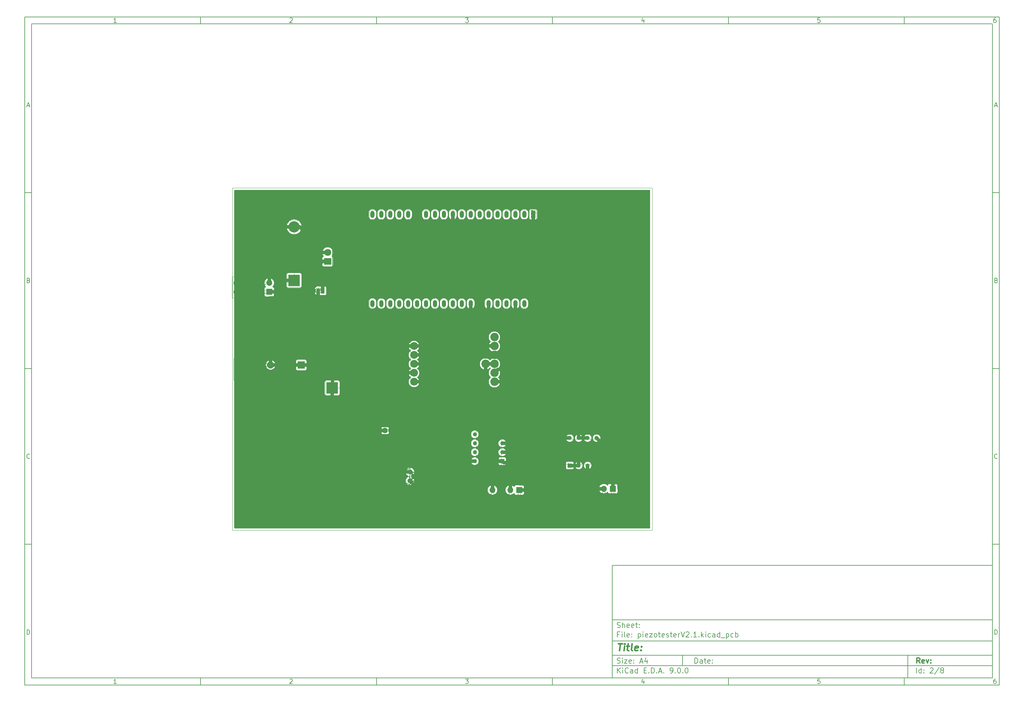
<source format=gbr>
%TF.GenerationSoftware,KiCad,Pcbnew,9.0.0*%
%TF.CreationDate,2025-11-10T15:06:58+01:00*%
%TF.ProjectId,piezotesterV2.1,7069657a-6f74-4657-9374-657256322e31,rev?*%
%TF.SameCoordinates,Original*%
%TF.FileFunction,Copper,L2,Bot*%
%TF.FilePolarity,Positive*%
%FSLAX46Y46*%
G04 Gerber Fmt 4.6, Leading zero omitted, Abs format (unit mm)*
G04 Created by KiCad (PCBNEW 9.0.0) date 2025-11-10 15:06:58*
%MOMM*%
%LPD*%
G01*
G04 APERTURE LIST*
G04 Aperture macros list*
%AMRoundRect*
0 Rectangle with rounded corners*
0 $1 Rounding radius*
0 $2 $3 $4 $5 $6 $7 $8 $9 X,Y pos of 4 corners*
0 Add a 4 corners polygon primitive as box body*
4,1,4,$2,$3,$4,$5,$6,$7,$8,$9,$2,$3,0*
0 Add four circle primitives for the rounded corners*
1,1,$1+$1,$2,$3*
1,1,$1+$1,$4,$5*
1,1,$1+$1,$6,$7*
1,1,$1+$1,$8,$9*
0 Add four rect primitives between the rounded corners*
20,1,$1+$1,$2,$3,$4,$5,0*
20,1,$1+$1,$4,$5,$6,$7,0*
20,1,$1+$1,$6,$7,$8,$9,0*
20,1,$1+$1,$8,$9,$2,$3,0*%
G04 Aperture macros list end*
%ADD10C,0.100000*%
%ADD11C,0.150000*%
%ADD12C,0.300000*%
%ADD13C,0.400000*%
%TA.AperFunction,ComponentPad*%
%ADD14C,2.200000*%
%TD*%
%TA.AperFunction,ComponentPad*%
%ADD15C,2.000000*%
%TD*%
%TA.AperFunction,ComponentPad*%
%ADD16O,3.200000X3.200000*%
%TD*%
%TA.AperFunction,ComponentPad*%
%ADD17R,3.200000X3.200000*%
%TD*%
%TA.AperFunction,ComponentPad*%
%ADD18O,1.050000X1.500000*%
%TD*%
%TA.AperFunction,ComponentPad*%
%ADD19R,1.050000X1.500000*%
%TD*%
%TA.AperFunction,ComponentPad*%
%ADD20O,2.000000X1.905000*%
%TD*%
%TA.AperFunction,ComponentPad*%
%ADD21R,2.000000X1.905000*%
%TD*%
%TA.AperFunction,ComponentPad*%
%ADD22O,1.700000X1.700000*%
%TD*%
%TA.AperFunction,ComponentPad*%
%ADD23R,1.700000X1.700000*%
%TD*%
%TA.AperFunction,ComponentPad*%
%ADD24O,1.200000X2.000000*%
%TD*%
%TA.AperFunction,ComponentPad*%
%ADD25R,1.200000X2.000000*%
%TD*%
%TA.AperFunction,ComponentPad*%
%ADD26C,1.159000*%
%TD*%
%TA.AperFunction,ComponentPad*%
%ADD27R,1.159000X1.159000*%
%TD*%
%TA.AperFunction,ComponentPad*%
%ADD28C,1.600000*%
%TD*%
%TA.AperFunction,ComponentPad*%
%ADD29R,1.600000X1.600000*%
%TD*%
%TA.AperFunction,ComponentPad*%
%ADD30C,1.400000*%
%TD*%
%TA.AperFunction,ComponentPad*%
%ADD31R,2.000000X2.000000*%
%TD*%
%TA.AperFunction,ViaPad*%
%ADD32C,0.600000*%
%TD*%
%TA.AperFunction,ViaPad*%
%ADD33C,4.100000*%
%TD*%
%ADD34C,2.200000*%
%ADD35C,2.000000*%
%ADD36O,3.200000X3.200000*%
%ADD37R,3.200000X3.200000*%
%ADD38O,1.050000X1.500000*%
%ADD39R,1.050000X1.500000*%
%ADD40O,2.000000X1.905000*%
%ADD41R,2.000000X1.905000*%
%ADD42O,1.700000X1.700000*%
%ADD43R,1.700000X1.700000*%
%ADD44O,1.200000X2.000000*%
%ADD45R,1.200000X2.000000*%
%ADD46C,1.159000*%
%ADD47R,1.159000X1.159000*%
%ADD48C,1.600000*%
%ADD49R,1.600000X1.600000*%
%ADD50C,1.400000*%
%ADD51R,2.000000X2.000000*%
%TA.AperFunction,SMDPad,CuDef*%
%ADD52RoundRect,0.250000X0.625000X-0.312500X0.625000X0.312500X-0.625000X0.312500X-0.625000X-0.312500X0*%
%TD*%
%TA.AperFunction,SMDPad,CuDef*%
%ADD53RoundRect,0.250000X-0.325000X-0.650000X0.325000X-0.650000X0.325000X0.650000X-0.325000X0.650000X0*%
%TD*%
%TA.AperFunction,SMDPad,CuDef*%
%ADD54RoundRect,0.250000X0.312500X0.625000X-0.312500X0.625000X-0.312500X-0.625000X0.312500X-0.625000X0*%
%TD*%
%TA.AperFunction,SMDPad,CuDef*%
%ADD55RoundRect,0.250000X-0.312500X-0.625000X0.312500X-0.625000X0.312500X0.625000X-0.312500X0.625000X0*%
%TD*%
%TA.AperFunction,SMDPad,CuDef*%
%ADD56RoundRect,0.250000X0.325000X0.650000X-0.325000X0.650000X-0.325000X-0.650000X0.325000X-0.650000X0*%
%TD*%
%TA.AperFunction,SMDPad,CuDef*%
%ADD57RoundRect,0.250000X-0.625000X0.312500X-0.625000X-0.312500X0.625000X-0.312500X0.625000X0.312500X0*%
%TD*%
%TA.AperFunction,SMDPad,CuDef*%
%ADD58RoundRect,0.250000X-0.650000X0.325000X-0.650000X-0.325000X0.650000X-0.325000X0.650000X0.325000X0*%
%TD*%
%TA.AperFunction,SMDPad,CuDef*%
%ADD59R,2.900000X5.400000*%
%TD*%
%TA.AperFunction,SMDPad,CuDef*%
%ADD60R,1.020000X2.160000*%
%TD*%
%TA.AperFunction,SMDPad,CuDef*%
%ADD61R,8.330000X6.990000*%
%TD*%
%TA.AperFunction,SMDPad,CuDef*%
%ADD62R,1.235000X1.910000*%
%TD*%
%TA.AperFunction,SMDPad,CuDef*%
%ADD63RoundRect,0.250000X0.650000X-0.325000X0.650000X0.325000X-0.650000X0.325000X-0.650000X-0.325000X0*%
%TD*%
%TA.AperFunction,Conductor*%
%ADD64C,1.000000*%
%TD*%
%TA.AperFunction,Conductor*%
%ADD65C,2.000000*%
%TD*%
%ADD66RoundRect,0.250000X0.625000X-0.312500X0.625000X0.312500X-0.625000X0.312500X-0.625000X-0.312500X0*%
%ADD67RoundRect,0.250000X-0.325000X-0.650000X0.325000X-0.650000X0.325000X0.650000X-0.325000X0.650000X0*%
%ADD68C,2.403200*%
%ADD69C,2.203200*%
%ADD70RoundRect,0.250000X0.312500X0.625000X-0.312500X0.625000X-0.312500X-0.625000X0.312500X-0.625000X0*%
%ADD71RoundRect,0.250000X-0.312500X-0.625000X0.312500X-0.625000X0.312500X0.625000X-0.312500X0.625000X0*%
%ADD72RoundRect,0.250000X0.325000X0.650000X-0.325000X0.650000X-0.325000X-0.650000X0.325000X-0.650000X0*%
%ADD73RoundRect,0.250000X-0.625000X0.312500X-0.625000X-0.312500X0.625000X-0.312500X0.625000X0.312500X0*%
%ADD74RoundRect,0.250000X-0.650000X0.325000X-0.650000X-0.325000X0.650000X-0.325000X0.650000X0.325000X0*%
%ADD75R,2.900000X5.400000*%
%ADD76R,1.020000X2.160000*%
%ADD77R,8.330000X6.990000*%
%ADD78R,1.235000X1.910000*%
%ADD79RoundRect,0.250000X0.650000X-0.325000X0.650000X0.325000X-0.650000X0.325000X-0.650000X-0.325000X0*%
%ADD80C,0.750000*%
%ADD81C,0.254000*%
%ADD82C,0.120000*%
%ADD83C,0.200000*%
%ADD84C,0.380000*%
%ADD85C,0.050000*%
%TA.AperFunction,Profile*%
%ADD86C,0.050000*%
%TD*%
G04 APERTURE END LIST*
D10*
D11*
X177002200Y-166007200D02*
X285002200Y-166007200D01*
X285002200Y-198007200D01*
X177002200Y-198007200D01*
X177002200Y-166007200D01*
D10*
D11*
X10000000Y-10000000D02*
X287002200Y-10000000D01*
X287002200Y-200007200D01*
X10000000Y-200007200D01*
X10000000Y-10000000D01*
D10*
D11*
X12000000Y-12000000D02*
X285002200Y-12000000D01*
X285002200Y-198007200D01*
X12000000Y-198007200D01*
X12000000Y-12000000D01*
D10*
D11*
X60000000Y-12000000D02*
X60000000Y-10000000D01*
D10*
D11*
X110000000Y-12000000D02*
X110000000Y-10000000D01*
D10*
D11*
X160000000Y-12000000D02*
X160000000Y-10000000D01*
D10*
D11*
X210000000Y-12000000D02*
X210000000Y-10000000D01*
D10*
D11*
X260000000Y-12000000D02*
X260000000Y-10000000D01*
D10*
D11*
X36089160Y-11593604D02*
X35346303Y-11593604D01*
X35717731Y-11593604D02*
X35717731Y-10293604D01*
X35717731Y-10293604D02*
X35593922Y-10479319D01*
X35593922Y-10479319D02*
X35470112Y-10603128D01*
X35470112Y-10603128D02*
X35346303Y-10665033D01*
D10*
D11*
X85346303Y-10417414D02*
X85408207Y-10355509D01*
X85408207Y-10355509D02*
X85532017Y-10293604D01*
X85532017Y-10293604D02*
X85841541Y-10293604D01*
X85841541Y-10293604D02*
X85965350Y-10355509D01*
X85965350Y-10355509D02*
X86027255Y-10417414D01*
X86027255Y-10417414D02*
X86089160Y-10541223D01*
X86089160Y-10541223D02*
X86089160Y-10665033D01*
X86089160Y-10665033D02*
X86027255Y-10850747D01*
X86027255Y-10850747D02*
X85284398Y-11593604D01*
X85284398Y-11593604D02*
X86089160Y-11593604D01*
D10*
D11*
X135284398Y-10293604D02*
X136089160Y-10293604D01*
X136089160Y-10293604D02*
X135655826Y-10788842D01*
X135655826Y-10788842D02*
X135841541Y-10788842D01*
X135841541Y-10788842D02*
X135965350Y-10850747D01*
X135965350Y-10850747D02*
X136027255Y-10912652D01*
X136027255Y-10912652D02*
X136089160Y-11036461D01*
X136089160Y-11036461D02*
X136089160Y-11345985D01*
X136089160Y-11345985D02*
X136027255Y-11469795D01*
X136027255Y-11469795D02*
X135965350Y-11531700D01*
X135965350Y-11531700D02*
X135841541Y-11593604D01*
X135841541Y-11593604D02*
X135470112Y-11593604D01*
X135470112Y-11593604D02*
X135346303Y-11531700D01*
X135346303Y-11531700D02*
X135284398Y-11469795D01*
D10*
D11*
X185965350Y-10726938D02*
X185965350Y-11593604D01*
X185655826Y-10231700D02*
X185346303Y-11160271D01*
X185346303Y-11160271D02*
X186151064Y-11160271D01*
D10*
D11*
X236027255Y-10293604D02*
X235408207Y-10293604D01*
X235408207Y-10293604D02*
X235346303Y-10912652D01*
X235346303Y-10912652D02*
X235408207Y-10850747D01*
X235408207Y-10850747D02*
X235532017Y-10788842D01*
X235532017Y-10788842D02*
X235841541Y-10788842D01*
X235841541Y-10788842D02*
X235965350Y-10850747D01*
X235965350Y-10850747D02*
X236027255Y-10912652D01*
X236027255Y-10912652D02*
X236089160Y-11036461D01*
X236089160Y-11036461D02*
X236089160Y-11345985D01*
X236089160Y-11345985D02*
X236027255Y-11469795D01*
X236027255Y-11469795D02*
X235965350Y-11531700D01*
X235965350Y-11531700D02*
X235841541Y-11593604D01*
X235841541Y-11593604D02*
X235532017Y-11593604D01*
X235532017Y-11593604D02*
X235408207Y-11531700D01*
X235408207Y-11531700D02*
X235346303Y-11469795D01*
D10*
D11*
X285965350Y-10293604D02*
X285717731Y-10293604D01*
X285717731Y-10293604D02*
X285593922Y-10355509D01*
X285593922Y-10355509D02*
X285532017Y-10417414D01*
X285532017Y-10417414D02*
X285408207Y-10603128D01*
X285408207Y-10603128D02*
X285346303Y-10850747D01*
X285346303Y-10850747D02*
X285346303Y-11345985D01*
X285346303Y-11345985D02*
X285408207Y-11469795D01*
X285408207Y-11469795D02*
X285470112Y-11531700D01*
X285470112Y-11531700D02*
X285593922Y-11593604D01*
X285593922Y-11593604D02*
X285841541Y-11593604D01*
X285841541Y-11593604D02*
X285965350Y-11531700D01*
X285965350Y-11531700D02*
X286027255Y-11469795D01*
X286027255Y-11469795D02*
X286089160Y-11345985D01*
X286089160Y-11345985D02*
X286089160Y-11036461D01*
X286089160Y-11036461D02*
X286027255Y-10912652D01*
X286027255Y-10912652D02*
X285965350Y-10850747D01*
X285965350Y-10850747D02*
X285841541Y-10788842D01*
X285841541Y-10788842D02*
X285593922Y-10788842D01*
X285593922Y-10788842D02*
X285470112Y-10850747D01*
X285470112Y-10850747D02*
X285408207Y-10912652D01*
X285408207Y-10912652D02*
X285346303Y-11036461D01*
D10*
D11*
X60000000Y-198007200D02*
X60000000Y-200007200D01*
D10*
D11*
X110000000Y-198007200D02*
X110000000Y-200007200D01*
D10*
D11*
X160000000Y-198007200D02*
X160000000Y-200007200D01*
D10*
D11*
X210000000Y-198007200D02*
X210000000Y-200007200D01*
D10*
D11*
X260000000Y-198007200D02*
X260000000Y-200007200D01*
D10*
D11*
X36089160Y-199600804D02*
X35346303Y-199600804D01*
X35717731Y-199600804D02*
X35717731Y-198300804D01*
X35717731Y-198300804D02*
X35593922Y-198486519D01*
X35593922Y-198486519D02*
X35470112Y-198610328D01*
X35470112Y-198610328D02*
X35346303Y-198672233D01*
D10*
D11*
X85346303Y-198424614D02*
X85408207Y-198362709D01*
X85408207Y-198362709D02*
X85532017Y-198300804D01*
X85532017Y-198300804D02*
X85841541Y-198300804D01*
X85841541Y-198300804D02*
X85965350Y-198362709D01*
X85965350Y-198362709D02*
X86027255Y-198424614D01*
X86027255Y-198424614D02*
X86089160Y-198548423D01*
X86089160Y-198548423D02*
X86089160Y-198672233D01*
X86089160Y-198672233D02*
X86027255Y-198857947D01*
X86027255Y-198857947D02*
X85284398Y-199600804D01*
X85284398Y-199600804D02*
X86089160Y-199600804D01*
D10*
D11*
X135284398Y-198300804D02*
X136089160Y-198300804D01*
X136089160Y-198300804D02*
X135655826Y-198796042D01*
X135655826Y-198796042D02*
X135841541Y-198796042D01*
X135841541Y-198796042D02*
X135965350Y-198857947D01*
X135965350Y-198857947D02*
X136027255Y-198919852D01*
X136027255Y-198919852D02*
X136089160Y-199043661D01*
X136089160Y-199043661D02*
X136089160Y-199353185D01*
X136089160Y-199353185D02*
X136027255Y-199476995D01*
X136027255Y-199476995D02*
X135965350Y-199538900D01*
X135965350Y-199538900D02*
X135841541Y-199600804D01*
X135841541Y-199600804D02*
X135470112Y-199600804D01*
X135470112Y-199600804D02*
X135346303Y-199538900D01*
X135346303Y-199538900D02*
X135284398Y-199476995D01*
D10*
D11*
X185965350Y-198734138D02*
X185965350Y-199600804D01*
X185655826Y-198238900D02*
X185346303Y-199167471D01*
X185346303Y-199167471D02*
X186151064Y-199167471D01*
D10*
D11*
X236027255Y-198300804D02*
X235408207Y-198300804D01*
X235408207Y-198300804D02*
X235346303Y-198919852D01*
X235346303Y-198919852D02*
X235408207Y-198857947D01*
X235408207Y-198857947D02*
X235532017Y-198796042D01*
X235532017Y-198796042D02*
X235841541Y-198796042D01*
X235841541Y-198796042D02*
X235965350Y-198857947D01*
X235965350Y-198857947D02*
X236027255Y-198919852D01*
X236027255Y-198919852D02*
X236089160Y-199043661D01*
X236089160Y-199043661D02*
X236089160Y-199353185D01*
X236089160Y-199353185D02*
X236027255Y-199476995D01*
X236027255Y-199476995D02*
X235965350Y-199538900D01*
X235965350Y-199538900D02*
X235841541Y-199600804D01*
X235841541Y-199600804D02*
X235532017Y-199600804D01*
X235532017Y-199600804D02*
X235408207Y-199538900D01*
X235408207Y-199538900D02*
X235346303Y-199476995D01*
D10*
D11*
X285965350Y-198300804D02*
X285717731Y-198300804D01*
X285717731Y-198300804D02*
X285593922Y-198362709D01*
X285593922Y-198362709D02*
X285532017Y-198424614D01*
X285532017Y-198424614D02*
X285408207Y-198610328D01*
X285408207Y-198610328D02*
X285346303Y-198857947D01*
X285346303Y-198857947D02*
X285346303Y-199353185D01*
X285346303Y-199353185D02*
X285408207Y-199476995D01*
X285408207Y-199476995D02*
X285470112Y-199538900D01*
X285470112Y-199538900D02*
X285593922Y-199600804D01*
X285593922Y-199600804D02*
X285841541Y-199600804D01*
X285841541Y-199600804D02*
X285965350Y-199538900D01*
X285965350Y-199538900D02*
X286027255Y-199476995D01*
X286027255Y-199476995D02*
X286089160Y-199353185D01*
X286089160Y-199353185D02*
X286089160Y-199043661D01*
X286089160Y-199043661D02*
X286027255Y-198919852D01*
X286027255Y-198919852D02*
X285965350Y-198857947D01*
X285965350Y-198857947D02*
X285841541Y-198796042D01*
X285841541Y-198796042D02*
X285593922Y-198796042D01*
X285593922Y-198796042D02*
X285470112Y-198857947D01*
X285470112Y-198857947D02*
X285408207Y-198919852D01*
X285408207Y-198919852D02*
X285346303Y-199043661D01*
D10*
D11*
X10000000Y-60000000D02*
X12000000Y-60000000D01*
D10*
D11*
X10000000Y-110000000D02*
X12000000Y-110000000D01*
D10*
D11*
X10000000Y-160000000D02*
X12000000Y-160000000D01*
D10*
D11*
X10690476Y-35222176D02*
X11309523Y-35222176D01*
X10566666Y-35593604D02*
X10999999Y-34293604D01*
X10999999Y-34293604D02*
X11433333Y-35593604D01*
D10*
D11*
X11092857Y-84912652D02*
X11278571Y-84974557D01*
X11278571Y-84974557D02*
X11340476Y-85036461D01*
X11340476Y-85036461D02*
X11402380Y-85160271D01*
X11402380Y-85160271D02*
X11402380Y-85345985D01*
X11402380Y-85345985D02*
X11340476Y-85469795D01*
X11340476Y-85469795D02*
X11278571Y-85531700D01*
X11278571Y-85531700D02*
X11154761Y-85593604D01*
X11154761Y-85593604D02*
X10659523Y-85593604D01*
X10659523Y-85593604D02*
X10659523Y-84293604D01*
X10659523Y-84293604D02*
X11092857Y-84293604D01*
X11092857Y-84293604D02*
X11216666Y-84355509D01*
X11216666Y-84355509D02*
X11278571Y-84417414D01*
X11278571Y-84417414D02*
X11340476Y-84541223D01*
X11340476Y-84541223D02*
X11340476Y-84665033D01*
X11340476Y-84665033D02*
X11278571Y-84788842D01*
X11278571Y-84788842D02*
X11216666Y-84850747D01*
X11216666Y-84850747D02*
X11092857Y-84912652D01*
X11092857Y-84912652D02*
X10659523Y-84912652D01*
D10*
D11*
X11402380Y-135469795D02*
X11340476Y-135531700D01*
X11340476Y-135531700D02*
X11154761Y-135593604D01*
X11154761Y-135593604D02*
X11030952Y-135593604D01*
X11030952Y-135593604D02*
X10845238Y-135531700D01*
X10845238Y-135531700D02*
X10721428Y-135407890D01*
X10721428Y-135407890D02*
X10659523Y-135284080D01*
X10659523Y-135284080D02*
X10597619Y-135036461D01*
X10597619Y-135036461D02*
X10597619Y-134850747D01*
X10597619Y-134850747D02*
X10659523Y-134603128D01*
X10659523Y-134603128D02*
X10721428Y-134479319D01*
X10721428Y-134479319D02*
X10845238Y-134355509D01*
X10845238Y-134355509D02*
X11030952Y-134293604D01*
X11030952Y-134293604D02*
X11154761Y-134293604D01*
X11154761Y-134293604D02*
X11340476Y-134355509D01*
X11340476Y-134355509D02*
X11402380Y-134417414D01*
D10*
D11*
X10659523Y-185593604D02*
X10659523Y-184293604D01*
X10659523Y-184293604D02*
X10969047Y-184293604D01*
X10969047Y-184293604D02*
X11154761Y-184355509D01*
X11154761Y-184355509D02*
X11278571Y-184479319D01*
X11278571Y-184479319D02*
X11340476Y-184603128D01*
X11340476Y-184603128D02*
X11402380Y-184850747D01*
X11402380Y-184850747D02*
X11402380Y-185036461D01*
X11402380Y-185036461D02*
X11340476Y-185284080D01*
X11340476Y-185284080D02*
X11278571Y-185407890D01*
X11278571Y-185407890D02*
X11154761Y-185531700D01*
X11154761Y-185531700D02*
X10969047Y-185593604D01*
X10969047Y-185593604D02*
X10659523Y-185593604D01*
D10*
D11*
X287002200Y-60000000D02*
X285002200Y-60000000D01*
D10*
D11*
X287002200Y-110000000D02*
X285002200Y-110000000D01*
D10*
D11*
X287002200Y-160000000D02*
X285002200Y-160000000D01*
D10*
D11*
X285692676Y-35222176D02*
X286311723Y-35222176D01*
X285568866Y-35593604D02*
X286002199Y-34293604D01*
X286002199Y-34293604D02*
X286435533Y-35593604D01*
D10*
D11*
X286095057Y-84912652D02*
X286280771Y-84974557D01*
X286280771Y-84974557D02*
X286342676Y-85036461D01*
X286342676Y-85036461D02*
X286404580Y-85160271D01*
X286404580Y-85160271D02*
X286404580Y-85345985D01*
X286404580Y-85345985D02*
X286342676Y-85469795D01*
X286342676Y-85469795D02*
X286280771Y-85531700D01*
X286280771Y-85531700D02*
X286156961Y-85593604D01*
X286156961Y-85593604D02*
X285661723Y-85593604D01*
X285661723Y-85593604D02*
X285661723Y-84293604D01*
X285661723Y-84293604D02*
X286095057Y-84293604D01*
X286095057Y-84293604D02*
X286218866Y-84355509D01*
X286218866Y-84355509D02*
X286280771Y-84417414D01*
X286280771Y-84417414D02*
X286342676Y-84541223D01*
X286342676Y-84541223D02*
X286342676Y-84665033D01*
X286342676Y-84665033D02*
X286280771Y-84788842D01*
X286280771Y-84788842D02*
X286218866Y-84850747D01*
X286218866Y-84850747D02*
X286095057Y-84912652D01*
X286095057Y-84912652D02*
X285661723Y-84912652D01*
D10*
D11*
X286404580Y-135469795D02*
X286342676Y-135531700D01*
X286342676Y-135531700D02*
X286156961Y-135593604D01*
X286156961Y-135593604D02*
X286033152Y-135593604D01*
X286033152Y-135593604D02*
X285847438Y-135531700D01*
X285847438Y-135531700D02*
X285723628Y-135407890D01*
X285723628Y-135407890D02*
X285661723Y-135284080D01*
X285661723Y-135284080D02*
X285599819Y-135036461D01*
X285599819Y-135036461D02*
X285599819Y-134850747D01*
X285599819Y-134850747D02*
X285661723Y-134603128D01*
X285661723Y-134603128D02*
X285723628Y-134479319D01*
X285723628Y-134479319D02*
X285847438Y-134355509D01*
X285847438Y-134355509D02*
X286033152Y-134293604D01*
X286033152Y-134293604D02*
X286156961Y-134293604D01*
X286156961Y-134293604D02*
X286342676Y-134355509D01*
X286342676Y-134355509D02*
X286404580Y-134417414D01*
D10*
D11*
X285661723Y-185593604D02*
X285661723Y-184293604D01*
X285661723Y-184293604D02*
X285971247Y-184293604D01*
X285971247Y-184293604D02*
X286156961Y-184355509D01*
X286156961Y-184355509D02*
X286280771Y-184479319D01*
X286280771Y-184479319D02*
X286342676Y-184603128D01*
X286342676Y-184603128D02*
X286404580Y-184850747D01*
X286404580Y-184850747D02*
X286404580Y-185036461D01*
X286404580Y-185036461D02*
X286342676Y-185284080D01*
X286342676Y-185284080D02*
X286280771Y-185407890D01*
X286280771Y-185407890D02*
X286156961Y-185531700D01*
X286156961Y-185531700D02*
X285971247Y-185593604D01*
X285971247Y-185593604D02*
X285661723Y-185593604D01*
D10*
D11*
X200458026Y-193793328D02*
X200458026Y-192293328D01*
X200458026Y-192293328D02*
X200815169Y-192293328D01*
X200815169Y-192293328D02*
X201029455Y-192364757D01*
X201029455Y-192364757D02*
X201172312Y-192507614D01*
X201172312Y-192507614D02*
X201243741Y-192650471D01*
X201243741Y-192650471D02*
X201315169Y-192936185D01*
X201315169Y-192936185D02*
X201315169Y-193150471D01*
X201315169Y-193150471D02*
X201243741Y-193436185D01*
X201243741Y-193436185D02*
X201172312Y-193579042D01*
X201172312Y-193579042D02*
X201029455Y-193721900D01*
X201029455Y-193721900D02*
X200815169Y-193793328D01*
X200815169Y-193793328D02*
X200458026Y-193793328D01*
X202600884Y-193793328D02*
X202600884Y-193007614D01*
X202600884Y-193007614D02*
X202529455Y-192864757D01*
X202529455Y-192864757D02*
X202386598Y-192793328D01*
X202386598Y-192793328D02*
X202100884Y-192793328D01*
X202100884Y-192793328D02*
X201958026Y-192864757D01*
X202600884Y-193721900D02*
X202458026Y-193793328D01*
X202458026Y-193793328D02*
X202100884Y-193793328D01*
X202100884Y-193793328D02*
X201958026Y-193721900D01*
X201958026Y-193721900D02*
X201886598Y-193579042D01*
X201886598Y-193579042D02*
X201886598Y-193436185D01*
X201886598Y-193436185D02*
X201958026Y-193293328D01*
X201958026Y-193293328D02*
X202100884Y-193221900D01*
X202100884Y-193221900D02*
X202458026Y-193221900D01*
X202458026Y-193221900D02*
X202600884Y-193150471D01*
X203100884Y-192793328D02*
X203672312Y-192793328D01*
X203315169Y-192293328D02*
X203315169Y-193579042D01*
X203315169Y-193579042D02*
X203386598Y-193721900D01*
X203386598Y-193721900D02*
X203529455Y-193793328D01*
X203529455Y-193793328D02*
X203672312Y-193793328D01*
X204743741Y-193721900D02*
X204600884Y-193793328D01*
X204600884Y-193793328D02*
X204315170Y-193793328D01*
X204315170Y-193793328D02*
X204172312Y-193721900D01*
X204172312Y-193721900D02*
X204100884Y-193579042D01*
X204100884Y-193579042D02*
X204100884Y-193007614D01*
X204100884Y-193007614D02*
X204172312Y-192864757D01*
X204172312Y-192864757D02*
X204315170Y-192793328D01*
X204315170Y-192793328D02*
X204600884Y-192793328D01*
X204600884Y-192793328D02*
X204743741Y-192864757D01*
X204743741Y-192864757D02*
X204815170Y-193007614D01*
X204815170Y-193007614D02*
X204815170Y-193150471D01*
X204815170Y-193150471D02*
X204100884Y-193293328D01*
X205458026Y-193650471D02*
X205529455Y-193721900D01*
X205529455Y-193721900D02*
X205458026Y-193793328D01*
X205458026Y-193793328D02*
X205386598Y-193721900D01*
X205386598Y-193721900D02*
X205458026Y-193650471D01*
X205458026Y-193650471D02*
X205458026Y-193793328D01*
X205458026Y-192864757D02*
X205529455Y-192936185D01*
X205529455Y-192936185D02*
X205458026Y-193007614D01*
X205458026Y-193007614D02*
X205386598Y-192936185D01*
X205386598Y-192936185D02*
X205458026Y-192864757D01*
X205458026Y-192864757D02*
X205458026Y-193007614D01*
D10*
D11*
X177002200Y-194507200D02*
X285002200Y-194507200D01*
D10*
D11*
X178458026Y-196593328D02*
X178458026Y-195093328D01*
X179315169Y-196593328D02*
X178672312Y-195736185D01*
X179315169Y-195093328D02*
X178458026Y-195950471D01*
X179958026Y-196593328D02*
X179958026Y-195593328D01*
X179958026Y-195093328D02*
X179886598Y-195164757D01*
X179886598Y-195164757D02*
X179958026Y-195236185D01*
X179958026Y-195236185D02*
X180029455Y-195164757D01*
X180029455Y-195164757D02*
X179958026Y-195093328D01*
X179958026Y-195093328D02*
X179958026Y-195236185D01*
X181529455Y-196450471D02*
X181458027Y-196521900D01*
X181458027Y-196521900D02*
X181243741Y-196593328D01*
X181243741Y-196593328D02*
X181100884Y-196593328D01*
X181100884Y-196593328D02*
X180886598Y-196521900D01*
X180886598Y-196521900D02*
X180743741Y-196379042D01*
X180743741Y-196379042D02*
X180672312Y-196236185D01*
X180672312Y-196236185D02*
X180600884Y-195950471D01*
X180600884Y-195950471D02*
X180600884Y-195736185D01*
X180600884Y-195736185D02*
X180672312Y-195450471D01*
X180672312Y-195450471D02*
X180743741Y-195307614D01*
X180743741Y-195307614D02*
X180886598Y-195164757D01*
X180886598Y-195164757D02*
X181100884Y-195093328D01*
X181100884Y-195093328D02*
X181243741Y-195093328D01*
X181243741Y-195093328D02*
X181458027Y-195164757D01*
X181458027Y-195164757D02*
X181529455Y-195236185D01*
X182815170Y-196593328D02*
X182815170Y-195807614D01*
X182815170Y-195807614D02*
X182743741Y-195664757D01*
X182743741Y-195664757D02*
X182600884Y-195593328D01*
X182600884Y-195593328D02*
X182315170Y-195593328D01*
X182315170Y-195593328D02*
X182172312Y-195664757D01*
X182815170Y-196521900D02*
X182672312Y-196593328D01*
X182672312Y-196593328D02*
X182315170Y-196593328D01*
X182315170Y-196593328D02*
X182172312Y-196521900D01*
X182172312Y-196521900D02*
X182100884Y-196379042D01*
X182100884Y-196379042D02*
X182100884Y-196236185D01*
X182100884Y-196236185D02*
X182172312Y-196093328D01*
X182172312Y-196093328D02*
X182315170Y-196021900D01*
X182315170Y-196021900D02*
X182672312Y-196021900D01*
X182672312Y-196021900D02*
X182815170Y-195950471D01*
X184172313Y-196593328D02*
X184172313Y-195093328D01*
X184172313Y-196521900D02*
X184029455Y-196593328D01*
X184029455Y-196593328D02*
X183743741Y-196593328D01*
X183743741Y-196593328D02*
X183600884Y-196521900D01*
X183600884Y-196521900D02*
X183529455Y-196450471D01*
X183529455Y-196450471D02*
X183458027Y-196307614D01*
X183458027Y-196307614D02*
X183458027Y-195879042D01*
X183458027Y-195879042D02*
X183529455Y-195736185D01*
X183529455Y-195736185D02*
X183600884Y-195664757D01*
X183600884Y-195664757D02*
X183743741Y-195593328D01*
X183743741Y-195593328D02*
X184029455Y-195593328D01*
X184029455Y-195593328D02*
X184172313Y-195664757D01*
X186029455Y-195807614D02*
X186529455Y-195807614D01*
X186743741Y-196593328D02*
X186029455Y-196593328D01*
X186029455Y-196593328D02*
X186029455Y-195093328D01*
X186029455Y-195093328D02*
X186743741Y-195093328D01*
X187386598Y-196450471D02*
X187458027Y-196521900D01*
X187458027Y-196521900D02*
X187386598Y-196593328D01*
X187386598Y-196593328D02*
X187315170Y-196521900D01*
X187315170Y-196521900D02*
X187386598Y-196450471D01*
X187386598Y-196450471D02*
X187386598Y-196593328D01*
X188100884Y-196593328D02*
X188100884Y-195093328D01*
X188100884Y-195093328D02*
X188458027Y-195093328D01*
X188458027Y-195093328D02*
X188672313Y-195164757D01*
X188672313Y-195164757D02*
X188815170Y-195307614D01*
X188815170Y-195307614D02*
X188886599Y-195450471D01*
X188886599Y-195450471D02*
X188958027Y-195736185D01*
X188958027Y-195736185D02*
X188958027Y-195950471D01*
X188958027Y-195950471D02*
X188886599Y-196236185D01*
X188886599Y-196236185D02*
X188815170Y-196379042D01*
X188815170Y-196379042D02*
X188672313Y-196521900D01*
X188672313Y-196521900D02*
X188458027Y-196593328D01*
X188458027Y-196593328D02*
X188100884Y-196593328D01*
X189600884Y-196450471D02*
X189672313Y-196521900D01*
X189672313Y-196521900D02*
X189600884Y-196593328D01*
X189600884Y-196593328D02*
X189529456Y-196521900D01*
X189529456Y-196521900D02*
X189600884Y-196450471D01*
X189600884Y-196450471D02*
X189600884Y-196593328D01*
X190243742Y-196164757D02*
X190958028Y-196164757D01*
X190100885Y-196593328D02*
X190600885Y-195093328D01*
X190600885Y-195093328D02*
X191100885Y-196593328D01*
X191600884Y-196450471D02*
X191672313Y-196521900D01*
X191672313Y-196521900D02*
X191600884Y-196593328D01*
X191600884Y-196593328D02*
X191529456Y-196521900D01*
X191529456Y-196521900D02*
X191600884Y-196450471D01*
X191600884Y-196450471D02*
X191600884Y-196593328D01*
X193529456Y-196593328D02*
X193815170Y-196593328D01*
X193815170Y-196593328D02*
X193958027Y-196521900D01*
X193958027Y-196521900D02*
X194029456Y-196450471D01*
X194029456Y-196450471D02*
X194172313Y-196236185D01*
X194172313Y-196236185D02*
X194243742Y-195950471D01*
X194243742Y-195950471D02*
X194243742Y-195379042D01*
X194243742Y-195379042D02*
X194172313Y-195236185D01*
X194172313Y-195236185D02*
X194100885Y-195164757D01*
X194100885Y-195164757D02*
X193958027Y-195093328D01*
X193958027Y-195093328D02*
X193672313Y-195093328D01*
X193672313Y-195093328D02*
X193529456Y-195164757D01*
X193529456Y-195164757D02*
X193458027Y-195236185D01*
X193458027Y-195236185D02*
X193386599Y-195379042D01*
X193386599Y-195379042D02*
X193386599Y-195736185D01*
X193386599Y-195736185D02*
X193458027Y-195879042D01*
X193458027Y-195879042D02*
X193529456Y-195950471D01*
X193529456Y-195950471D02*
X193672313Y-196021900D01*
X193672313Y-196021900D02*
X193958027Y-196021900D01*
X193958027Y-196021900D02*
X194100885Y-195950471D01*
X194100885Y-195950471D02*
X194172313Y-195879042D01*
X194172313Y-195879042D02*
X194243742Y-195736185D01*
X194886598Y-196450471D02*
X194958027Y-196521900D01*
X194958027Y-196521900D02*
X194886598Y-196593328D01*
X194886598Y-196593328D02*
X194815170Y-196521900D01*
X194815170Y-196521900D02*
X194886598Y-196450471D01*
X194886598Y-196450471D02*
X194886598Y-196593328D01*
X195886599Y-195093328D02*
X196029456Y-195093328D01*
X196029456Y-195093328D02*
X196172313Y-195164757D01*
X196172313Y-195164757D02*
X196243742Y-195236185D01*
X196243742Y-195236185D02*
X196315170Y-195379042D01*
X196315170Y-195379042D02*
X196386599Y-195664757D01*
X196386599Y-195664757D02*
X196386599Y-196021900D01*
X196386599Y-196021900D02*
X196315170Y-196307614D01*
X196315170Y-196307614D02*
X196243742Y-196450471D01*
X196243742Y-196450471D02*
X196172313Y-196521900D01*
X196172313Y-196521900D02*
X196029456Y-196593328D01*
X196029456Y-196593328D02*
X195886599Y-196593328D01*
X195886599Y-196593328D02*
X195743742Y-196521900D01*
X195743742Y-196521900D02*
X195672313Y-196450471D01*
X195672313Y-196450471D02*
X195600884Y-196307614D01*
X195600884Y-196307614D02*
X195529456Y-196021900D01*
X195529456Y-196021900D02*
X195529456Y-195664757D01*
X195529456Y-195664757D02*
X195600884Y-195379042D01*
X195600884Y-195379042D02*
X195672313Y-195236185D01*
X195672313Y-195236185D02*
X195743742Y-195164757D01*
X195743742Y-195164757D02*
X195886599Y-195093328D01*
X197029455Y-196450471D02*
X197100884Y-196521900D01*
X197100884Y-196521900D02*
X197029455Y-196593328D01*
X197029455Y-196593328D02*
X196958027Y-196521900D01*
X196958027Y-196521900D02*
X197029455Y-196450471D01*
X197029455Y-196450471D02*
X197029455Y-196593328D01*
X198029456Y-195093328D02*
X198172313Y-195093328D01*
X198172313Y-195093328D02*
X198315170Y-195164757D01*
X198315170Y-195164757D02*
X198386599Y-195236185D01*
X198386599Y-195236185D02*
X198458027Y-195379042D01*
X198458027Y-195379042D02*
X198529456Y-195664757D01*
X198529456Y-195664757D02*
X198529456Y-196021900D01*
X198529456Y-196021900D02*
X198458027Y-196307614D01*
X198458027Y-196307614D02*
X198386599Y-196450471D01*
X198386599Y-196450471D02*
X198315170Y-196521900D01*
X198315170Y-196521900D02*
X198172313Y-196593328D01*
X198172313Y-196593328D02*
X198029456Y-196593328D01*
X198029456Y-196593328D02*
X197886599Y-196521900D01*
X197886599Y-196521900D02*
X197815170Y-196450471D01*
X197815170Y-196450471D02*
X197743741Y-196307614D01*
X197743741Y-196307614D02*
X197672313Y-196021900D01*
X197672313Y-196021900D02*
X197672313Y-195664757D01*
X197672313Y-195664757D02*
X197743741Y-195379042D01*
X197743741Y-195379042D02*
X197815170Y-195236185D01*
X197815170Y-195236185D02*
X197886599Y-195164757D01*
X197886599Y-195164757D02*
X198029456Y-195093328D01*
D10*
D11*
X177002200Y-191507200D02*
X285002200Y-191507200D01*
D10*
D12*
X264413853Y-193785528D02*
X263913853Y-193071242D01*
X263556710Y-193785528D02*
X263556710Y-192285528D01*
X263556710Y-192285528D02*
X264128139Y-192285528D01*
X264128139Y-192285528D02*
X264270996Y-192356957D01*
X264270996Y-192356957D02*
X264342425Y-192428385D01*
X264342425Y-192428385D02*
X264413853Y-192571242D01*
X264413853Y-192571242D02*
X264413853Y-192785528D01*
X264413853Y-192785528D02*
X264342425Y-192928385D01*
X264342425Y-192928385D02*
X264270996Y-192999814D01*
X264270996Y-192999814D02*
X264128139Y-193071242D01*
X264128139Y-193071242D02*
X263556710Y-193071242D01*
X265628139Y-193714100D02*
X265485282Y-193785528D01*
X265485282Y-193785528D02*
X265199568Y-193785528D01*
X265199568Y-193785528D02*
X265056710Y-193714100D01*
X265056710Y-193714100D02*
X264985282Y-193571242D01*
X264985282Y-193571242D02*
X264985282Y-192999814D01*
X264985282Y-192999814D02*
X265056710Y-192856957D01*
X265056710Y-192856957D02*
X265199568Y-192785528D01*
X265199568Y-192785528D02*
X265485282Y-192785528D01*
X265485282Y-192785528D02*
X265628139Y-192856957D01*
X265628139Y-192856957D02*
X265699568Y-192999814D01*
X265699568Y-192999814D02*
X265699568Y-193142671D01*
X265699568Y-193142671D02*
X264985282Y-193285528D01*
X266199567Y-192785528D02*
X266556710Y-193785528D01*
X266556710Y-193785528D02*
X266913853Y-192785528D01*
X267485281Y-193642671D02*
X267556710Y-193714100D01*
X267556710Y-193714100D02*
X267485281Y-193785528D01*
X267485281Y-193785528D02*
X267413853Y-193714100D01*
X267413853Y-193714100D02*
X267485281Y-193642671D01*
X267485281Y-193642671D02*
X267485281Y-193785528D01*
X267485281Y-192856957D02*
X267556710Y-192928385D01*
X267556710Y-192928385D02*
X267485281Y-192999814D01*
X267485281Y-192999814D02*
X267413853Y-192928385D01*
X267413853Y-192928385D02*
X267485281Y-192856957D01*
X267485281Y-192856957D02*
X267485281Y-192999814D01*
D10*
D11*
X178386598Y-193721900D02*
X178600884Y-193793328D01*
X178600884Y-193793328D02*
X178958026Y-193793328D01*
X178958026Y-193793328D02*
X179100884Y-193721900D01*
X179100884Y-193721900D02*
X179172312Y-193650471D01*
X179172312Y-193650471D02*
X179243741Y-193507614D01*
X179243741Y-193507614D02*
X179243741Y-193364757D01*
X179243741Y-193364757D02*
X179172312Y-193221900D01*
X179172312Y-193221900D02*
X179100884Y-193150471D01*
X179100884Y-193150471D02*
X178958026Y-193079042D01*
X178958026Y-193079042D02*
X178672312Y-193007614D01*
X178672312Y-193007614D02*
X178529455Y-192936185D01*
X178529455Y-192936185D02*
X178458026Y-192864757D01*
X178458026Y-192864757D02*
X178386598Y-192721900D01*
X178386598Y-192721900D02*
X178386598Y-192579042D01*
X178386598Y-192579042D02*
X178458026Y-192436185D01*
X178458026Y-192436185D02*
X178529455Y-192364757D01*
X178529455Y-192364757D02*
X178672312Y-192293328D01*
X178672312Y-192293328D02*
X179029455Y-192293328D01*
X179029455Y-192293328D02*
X179243741Y-192364757D01*
X179886597Y-193793328D02*
X179886597Y-192793328D01*
X179886597Y-192293328D02*
X179815169Y-192364757D01*
X179815169Y-192364757D02*
X179886597Y-192436185D01*
X179886597Y-192436185D02*
X179958026Y-192364757D01*
X179958026Y-192364757D02*
X179886597Y-192293328D01*
X179886597Y-192293328D02*
X179886597Y-192436185D01*
X180458026Y-192793328D02*
X181243741Y-192793328D01*
X181243741Y-192793328D02*
X180458026Y-193793328D01*
X180458026Y-193793328D02*
X181243741Y-193793328D01*
X182386598Y-193721900D02*
X182243741Y-193793328D01*
X182243741Y-193793328D02*
X181958027Y-193793328D01*
X181958027Y-193793328D02*
X181815169Y-193721900D01*
X181815169Y-193721900D02*
X181743741Y-193579042D01*
X181743741Y-193579042D02*
X181743741Y-193007614D01*
X181743741Y-193007614D02*
X181815169Y-192864757D01*
X181815169Y-192864757D02*
X181958027Y-192793328D01*
X181958027Y-192793328D02*
X182243741Y-192793328D01*
X182243741Y-192793328D02*
X182386598Y-192864757D01*
X182386598Y-192864757D02*
X182458027Y-193007614D01*
X182458027Y-193007614D02*
X182458027Y-193150471D01*
X182458027Y-193150471D02*
X181743741Y-193293328D01*
X183100883Y-193650471D02*
X183172312Y-193721900D01*
X183172312Y-193721900D02*
X183100883Y-193793328D01*
X183100883Y-193793328D02*
X183029455Y-193721900D01*
X183029455Y-193721900D02*
X183100883Y-193650471D01*
X183100883Y-193650471D02*
X183100883Y-193793328D01*
X183100883Y-192864757D02*
X183172312Y-192936185D01*
X183172312Y-192936185D02*
X183100883Y-193007614D01*
X183100883Y-193007614D02*
X183029455Y-192936185D01*
X183029455Y-192936185D02*
X183100883Y-192864757D01*
X183100883Y-192864757D02*
X183100883Y-193007614D01*
X184886598Y-193364757D02*
X185600884Y-193364757D01*
X184743741Y-193793328D02*
X185243741Y-192293328D01*
X185243741Y-192293328D02*
X185743741Y-193793328D01*
X186886598Y-192793328D02*
X186886598Y-193793328D01*
X186529455Y-192221900D02*
X186172312Y-193293328D01*
X186172312Y-193293328D02*
X187100883Y-193293328D01*
D10*
D11*
X263458026Y-196593328D02*
X263458026Y-195093328D01*
X264815170Y-196593328D02*
X264815170Y-195093328D01*
X264815170Y-196521900D02*
X264672312Y-196593328D01*
X264672312Y-196593328D02*
X264386598Y-196593328D01*
X264386598Y-196593328D02*
X264243741Y-196521900D01*
X264243741Y-196521900D02*
X264172312Y-196450471D01*
X264172312Y-196450471D02*
X264100884Y-196307614D01*
X264100884Y-196307614D02*
X264100884Y-195879042D01*
X264100884Y-195879042D02*
X264172312Y-195736185D01*
X264172312Y-195736185D02*
X264243741Y-195664757D01*
X264243741Y-195664757D02*
X264386598Y-195593328D01*
X264386598Y-195593328D02*
X264672312Y-195593328D01*
X264672312Y-195593328D02*
X264815170Y-195664757D01*
X265529455Y-196450471D02*
X265600884Y-196521900D01*
X265600884Y-196521900D02*
X265529455Y-196593328D01*
X265529455Y-196593328D02*
X265458027Y-196521900D01*
X265458027Y-196521900D02*
X265529455Y-196450471D01*
X265529455Y-196450471D02*
X265529455Y-196593328D01*
X265529455Y-195664757D02*
X265600884Y-195736185D01*
X265600884Y-195736185D02*
X265529455Y-195807614D01*
X265529455Y-195807614D02*
X265458027Y-195736185D01*
X265458027Y-195736185D02*
X265529455Y-195664757D01*
X265529455Y-195664757D02*
X265529455Y-195807614D01*
X267315170Y-195236185D02*
X267386598Y-195164757D01*
X267386598Y-195164757D02*
X267529456Y-195093328D01*
X267529456Y-195093328D02*
X267886598Y-195093328D01*
X267886598Y-195093328D02*
X268029456Y-195164757D01*
X268029456Y-195164757D02*
X268100884Y-195236185D01*
X268100884Y-195236185D02*
X268172313Y-195379042D01*
X268172313Y-195379042D02*
X268172313Y-195521900D01*
X268172313Y-195521900D02*
X268100884Y-195736185D01*
X268100884Y-195736185D02*
X267243741Y-196593328D01*
X267243741Y-196593328D02*
X268172313Y-196593328D01*
X269886598Y-195021900D02*
X268600884Y-196950471D01*
X270600884Y-195736185D02*
X270458027Y-195664757D01*
X270458027Y-195664757D02*
X270386598Y-195593328D01*
X270386598Y-195593328D02*
X270315170Y-195450471D01*
X270315170Y-195450471D02*
X270315170Y-195379042D01*
X270315170Y-195379042D02*
X270386598Y-195236185D01*
X270386598Y-195236185D02*
X270458027Y-195164757D01*
X270458027Y-195164757D02*
X270600884Y-195093328D01*
X270600884Y-195093328D02*
X270886598Y-195093328D01*
X270886598Y-195093328D02*
X271029456Y-195164757D01*
X271029456Y-195164757D02*
X271100884Y-195236185D01*
X271100884Y-195236185D02*
X271172313Y-195379042D01*
X271172313Y-195379042D02*
X271172313Y-195450471D01*
X271172313Y-195450471D02*
X271100884Y-195593328D01*
X271100884Y-195593328D02*
X271029456Y-195664757D01*
X271029456Y-195664757D02*
X270886598Y-195736185D01*
X270886598Y-195736185D02*
X270600884Y-195736185D01*
X270600884Y-195736185D02*
X270458027Y-195807614D01*
X270458027Y-195807614D02*
X270386598Y-195879042D01*
X270386598Y-195879042D02*
X270315170Y-196021900D01*
X270315170Y-196021900D02*
X270315170Y-196307614D01*
X270315170Y-196307614D02*
X270386598Y-196450471D01*
X270386598Y-196450471D02*
X270458027Y-196521900D01*
X270458027Y-196521900D02*
X270600884Y-196593328D01*
X270600884Y-196593328D02*
X270886598Y-196593328D01*
X270886598Y-196593328D02*
X271029456Y-196521900D01*
X271029456Y-196521900D02*
X271100884Y-196450471D01*
X271100884Y-196450471D02*
X271172313Y-196307614D01*
X271172313Y-196307614D02*
X271172313Y-196021900D01*
X271172313Y-196021900D02*
X271100884Y-195879042D01*
X271100884Y-195879042D02*
X271029456Y-195807614D01*
X271029456Y-195807614D02*
X270886598Y-195736185D01*
D10*
D11*
X177002200Y-187507200D02*
X285002200Y-187507200D01*
D10*
D13*
X178693928Y-188211638D02*
X179836785Y-188211638D01*
X179015357Y-190211638D02*
X179265357Y-188211638D01*
X180253452Y-190211638D02*
X180420119Y-188878304D01*
X180503452Y-188211638D02*
X180396309Y-188306876D01*
X180396309Y-188306876D02*
X180479643Y-188402114D01*
X180479643Y-188402114D02*
X180586786Y-188306876D01*
X180586786Y-188306876D02*
X180503452Y-188211638D01*
X180503452Y-188211638D02*
X180479643Y-188402114D01*
X181086786Y-188878304D02*
X181848690Y-188878304D01*
X181455833Y-188211638D02*
X181241548Y-189925923D01*
X181241548Y-189925923D02*
X181312976Y-190116400D01*
X181312976Y-190116400D02*
X181491548Y-190211638D01*
X181491548Y-190211638D02*
X181682024Y-190211638D01*
X182634405Y-190211638D02*
X182455833Y-190116400D01*
X182455833Y-190116400D02*
X182384405Y-189925923D01*
X182384405Y-189925923D02*
X182598690Y-188211638D01*
X184170119Y-190116400D02*
X183967738Y-190211638D01*
X183967738Y-190211638D02*
X183586785Y-190211638D01*
X183586785Y-190211638D02*
X183408214Y-190116400D01*
X183408214Y-190116400D02*
X183336785Y-189925923D01*
X183336785Y-189925923D02*
X183432024Y-189164019D01*
X183432024Y-189164019D02*
X183551071Y-188973542D01*
X183551071Y-188973542D02*
X183753452Y-188878304D01*
X183753452Y-188878304D02*
X184134404Y-188878304D01*
X184134404Y-188878304D02*
X184312976Y-188973542D01*
X184312976Y-188973542D02*
X184384404Y-189164019D01*
X184384404Y-189164019D02*
X184360595Y-189354495D01*
X184360595Y-189354495D02*
X183384404Y-189544971D01*
X185134405Y-190021161D02*
X185217738Y-190116400D01*
X185217738Y-190116400D02*
X185110595Y-190211638D01*
X185110595Y-190211638D02*
X185027262Y-190116400D01*
X185027262Y-190116400D02*
X185134405Y-190021161D01*
X185134405Y-190021161D02*
X185110595Y-190211638D01*
X185265357Y-188973542D02*
X185348690Y-189068780D01*
X185348690Y-189068780D02*
X185241548Y-189164019D01*
X185241548Y-189164019D02*
X185158214Y-189068780D01*
X185158214Y-189068780D02*
X185265357Y-188973542D01*
X185265357Y-188973542D02*
X185241548Y-189164019D01*
D10*
D11*
X178958026Y-185607614D02*
X178458026Y-185607614D01*
X178458026Y-186393328D02*
X178458026Y-184893328D01*
X178458026Y-184893328D02*
X179172312Y-184893328D01*
X179743740Y-186393328D02*
X179743740Y-185393328D01*
X179743740Y-184893328D02*
X179672312Y-184964757D01*
X179672312Y-184964757D02*
X179743740Y-185036185D01*
X179743740Y-185036185D02*
X179815169Y-184964757D01*
X179815169Y-184964757D02*
X179743740Y-184893328D01*
X179743740Y-184893328D02*
X179743740Y-185036185D01*
X180672312Y-186393328D02*
X180529455Y-186321900D01*
X180529455Y-186321900D02*
X180458026Y-186179042D01*
X180458026Y-186179042D02*
X180458026Y-184893328D01*
X181815169Y-186321900D02*
X181672312Y-186393328D01*
X181672312Y-186393328D02*
X181386598Y-186393328D01*
X181386598Y-186393328D02*
X181243740Y-186321900D01*
X181243740Y-186321900D02*
X181172312Y-186179042D01*
X181172312Y-186179042D02*
X181172312Y-185607614D01*
X181172312Y-185607614D02*
X181243740Y-185464757D01*
X181243740Y-185464757D02*
X181386598Y-185393328D01*
X181386598Y-185393328D02*
X181672312Y-185393328D01*
X181672312Y-185393328D02*
X181815169Y-185464757D01*
X181815169Y-185464757D02*
X181886598Y-185607614D01*
X181886598Y-185607614D02*
X181886598Y-185750471D01*
X181886598Y-185750471D02*
X181172312Y-185893328D01*
X182529454Y-186250471D02*
X182600883Y-186321900D01*
X182600883Y-186321900D02*
X182529454Y-186393328D01*
X182529454Y-186393328D02*
X182458026Y-186321900D01*
X182458026Y-186321900D02*
X182529454Y-186250471D01*
X182529454Y-186250471D02*
X182529454Y-186393328D01*
X182529454Y-185464757D02*
X182600883Y-185536185D01*
X182600883Y-185536185D02*
X182529454Y-185607614D01*
X182529454Y-185607614D02*
X182458026Y-185536185D01*
X182458026Y-185536185D02*
X182529454Y-185464757D01*
X182529454Y-185464757D02*
X182529454Y-185607614D01*
X184386597Y-185393328D02*
X184386597Y-186893328D01*
X184386597Y-185464757D02*
X184529455Y-185393328D01*
X184529455Y-185393328D02*
X184815169Y-185393328D01*
X184815169Y-185393328D02*
X184958026Y-185464757D01*
X184958026Y-185464757D02*
X185029455Y-185536185D01*
X185029455Y-185536185D02*
X185100883Y-185679042D01*
X185100883Y-185679042D02*
X185100883Y-186107614D01*
X185100883Y-186107614D02*
X185029455Y-186250471D01*
X185029455Y-186250471D02*
X184958026Y-186321900D01*
X184958026Y-186321900D02*
X184815169Y-186393328D01*
X184815169Y-186393328D02*
X184529455Y-186393328D01*
X184529455Y-186393328D02*
X184386597Y-186321900D01*
X185743740Y-186393328D02*
X185743740Y-185393328D01*
X185743740Y-184893328D02*
X185672312Y-184964757D01*
X185672312Y-184964757D02*
X185743740Y-185036185D01*
X185743740Y-185036185D02*
X185815169Y-184964757D01*
X185815169Y-184964757D02*
X185743740Y-184893328D01*
X185743740Y-184893328D02*
X185743740Y-185036185D01*
X187029455Y-186321900D02*
X186886598Y-186393328D01*
X186886598Y-186393328D02*
X186600884Y-186393328D01*
X186600884Y-186393328D02*
X186458026Y-186321900D01*
X186458026Y-186321900D02*
X186386598Y-186179042D01*
X186386598Y-186179042D02*
X186386598Y-185607614D01*
X186386598Y-185607614D02*
X186458026Y-185464757D01*
X186458026Y-185464757D02*
X186600884Y-185393328D01*
X186600884Y-185393328D02*
X186886598Y-185393328D01*
X186886598Y-185393328D02*
X187029455Y-185464757D01*
X187029455Y-185464757D02*
X187100884Y-185607614D01*
X187100884Y-185607614D02*
X187100884Y-185750471D01*
X187100884Y-185750471D02*
X186386598Y-185893328D01*
X187600883Y-185393328D02*
X188386598Y-185393328D01*
X188386598Y-185393328D02*
X187600883Y-186393328D01*
X187600883Y-186393328D02*
X188386598Y-186393328D01*
X189172312Y-186393328D02*
X189029455Y-186321900D01*
X189029455Y-186321900D02*
X188958026Y-186250471D01*
X188958026Y-186250471D02*
X188886598Y-186107614D01*
X188886598Y-186107614D02*
X188886598Y-185679042D01*
X188886598Y-185679042D02*
X188958026Y-185536185D01*
X188958026Y-185536185D02*
X189029455Y-185464757D01*
X189029455Y-185464757D02*
X189172312Y-185393328D01*
X189172312Y-185393328D02*
X189386598Y-185393328D01*
X189386598Y-185393328D02*
X189529455Y-185464757D01*
X189529455Y-185464757D02*
X189600884Y-185536185D01*
X189600884Y-185536185D02*
X189672312Y-185679042D01*
X189672312Y-185679042D02*
X189672312Y-186107614D01*
X189672312Y-186107614D02*
X189600884Y-186250471D01*
X189600884Y-186250471D02*
X189529455Y-186321900D01*
X189529455Y-186321900D02*
X189386598Y-186393328D01*
X189386598Y-186393328D02*
X189172312Y-186393328D01*
X190100884Y-185393328D02*
X190672312Y-185393328D01*
X190315169Y-184893328D02*
X190315169Y-186179042D01*
X190315169Y-186179042D02*
X190386598Y-186321900D01*
X190386598Y-186321900D02*
X190529455Y-186393328D01*
X190529455Y-186393328D02*
X190672312Y-186393328D01*
X191743741Y-186321900D02*
X191600884Y-186393328D01*
X191600884Y-186393328D02*
X191315170Y-186393328D01*
X191315170Y-186393328D02*
X191172312Y-186321900D01*
X191172312Y-186321900D02*
X191100884Y-186179042D01*
X191100884Y-186179042D02*
X191100884Y-185607614D01*
X191100884Y-185607614D02*
X191172312Y-185464757D01*
X191172312Y-185464757D02*
X191315170Y-185393328D01*
X191315170Y-185393328D02*
X191600884Y-185393328D01*
X191600884Y-185393328D02*
X191743741Y-185464757D01*
X191743741Y-185464757D02*
X191815170Y-185607614D01*
X191815170Y-185607614D02*
X191815170Y-185750471D01*
X191815170Y-185750471D02*
X191100884Y-185893328D01*
X192386598Y-186321900D02*
X192529455Y-186393328D01*
X192529455Y-186393328D02*
X192815169Y-186393328D01*
X192815169Y-186393328D02*
X192958026Y-186321900D01*
X192958026Y-186321900D02*
X193029455Y-186179042D01*
X193029455Y-186179042D02*
X193029455Y-186107614D01*
X193029455Y-186107614D02*
X192958026Y-185964757D01*
X192958026Y-185964757D02*
X192815169Y-185893328D01*
X192815169Y-185893328D02*
X192600884Y-185893328D01*
X192600884Y-185893328D02*
X192458026Y-185821900D01*
X192458026Y-185821900D02*
X192386598Y-185679042D01*
X192386598Y-185679042D02*
X192386598Y-185607614D01*
X192386598Y-185607614D02*
X192458026Y-185464757D01*
X192458026Y-185464757D02*
X192600884Y-185393328D01*
X192600884Y-185393328D02*
X192815169Y-185393328D01*
X192815169Y-185393328D02*
X192958026Y-185464757D01*
X193458027Y-185393328D02*
X194029455Y-185393328D01*
X193672312Y-184893328D02*
X193672312Y-186179042D01*
X193672312Y-186179042D02*
X193743741Y-186321900D01*
X193743741Y-186321900D02*
X193886598Y-186393328D01*
X193886598Y-186393328D02*
X194029455Y-186393328D01*
X195100884Y-186321900D02*
X194958027Y-186393328D01*
X194958027Y-186393328D02*
X194672313Y-186393328D01*
X194672313Y-186393328D02*
X194529455Y-186321900D01*
X194529455Y-186321900D02*
X194458027Y-186179042D01*
X194458027Y-186179042D02*
X194458027Y-185607614D01*
X194458027Y-185607614D02*
X194529455Y-185464757D01*
X194529455Y-185464757D02*
X194672313Y-185393328D01*
X194672313Y-185393328D02*
X194958027Y-185393328D01*
X194958027Y-185393328D02*
X195100884Y-185464757D01*
X195100884Y-185464757D02*
X195172313Y-185607614D01*
X195172313Y-185607614D02*
X195172313Y-185750471D01*
X195172313Y-185750471D02*
X194458027Y-185893328D01*
X195815169Y-186393328D02*
X195815169Y-185393328D01*
X195815169Y-185679042D02*
X195886598Y-185536185D01*
X195886598Y-185536185D02*
X195958027Y-185464757D01*
X195958027Y-185464757D02*
X196100884Y-185393328D01*
X196100884Y-185393328D02*
X196243741Y-185393328D01*
X196529455Y-184893328D02*
X197029455Y-186393328D01*
X197029455Y-186393328D02*
X197529455Y-184893328D01*
X197958026Y-185036185D02*
X198029454Y-184964757D01*
X198029454Y-184964757D02*
X198172312Y-184893328D01*
X198172312Y-184893328D02*
X198529454Y-184893328D01*
X198529454Y-184893328D02*
X198672312Y-184964757D01*
X198672312Y-184964757D02*
X198743740Y-185036185D01*
X198743740Y-185036185D02*
X198815169Y-185179042D01*
X198815169Y-185179042D02*
X198815169Y-185321900D01*
X198815169Y-185321900D02*
X198743740Y-185536185D01*
X198743740Y-185536185D02*
X197886597Y-186393328D01*
X197886597Y-186393328D02*
X198815169Y-186393328D01*
X199458025Y-186250471D02*
X199529454Y-186321900D01*
X199529454Y-186321900D02*
X199458025Y-186393328D01*
X199458025Y-186393328D02*
X199386597Y-186321900D01*
X199386597Y-186321900D02*
X199458025Y-186250471D01*
X199458025Y-186250471D02*
X199458025Y-186393328D01*
X200958026Y-186393328D02*
X200100883Y-186393328D01*
X200529454Y-186393328D02*
X200529454Y-184893328D01*
X200529454Y-184893328D02*
X200386597Y-185107614D01*
X200386597Y-185107614D02*
X200243740Y-185250471D01*
X200243740Y-185250471D02*
X200100883Y-185321900D01*
X201600882Y-186250471D02*
X201672311Y-186321900D01*
X201672311Y-186321900D02*
X201600882Y-186393328D01*
X201600882Y-186393328D02*
X201529454Y-186321900D01*
X201529454Y-186321900D02*
X201600882Y-186250471D01*
X201600882Y-186250471D02*
X201600882Y-186393328D01*
X202315168Y-186393328D02*
X202315168Y-184893328D01*
X202458026Y-185821900D02*
X202886597Y-186393328D01*
X202886597Y-185393328D02*
X202315168Y-185964757D01*
X203529454Y-186393328D02*
X203529454Y-185393328D01*
X203529454Y-184893328D02*
X203458026Y-184964757D01*
X203458026Y-184964757D02*
X203529454Y-185036185D01*
X203529454Y-185036185D02*
X203600883Y-184964757D01*
X203600883Y-184964757D02*
X203529454Y-184893328D01*
X203529454Y-184893328D02*
X203529454Y-185036185D01*
X204886598Y-186321900D02*
X204743740Y-186393328D01*
X204743740Y-186393328D02*
X204458026Y-186393328D01*
X204458026Y-186393328D02*
X204315169Y-186321900D01*
X204315169Y-186321900D02*
X204243740Y-186250471D01*
X204243740Y-186250471D02*
X204172312Y-186107614D01*
X204172312Y-186107614D02*
X204172312Y-185679042D01*
X204172312Y-185679042D02*
X204243740Y-185536185D01*
X204243740Y-185536185D02*
X204315169Y-185464757D01*
X204315169Y-185464757D02*
X204458026Y-185393328D01*
X204458026Y-185393328D02*
X204743740Y-185393328D01*
X204743740Y-185393328D02*
X204886598Y-185464757D01*
X206172312Y-186393328D02*
X206172312Y-185607614D01*
X206172312Y-185607614D02*
X206100883Y-185464757D01*
X206100883Y-185464757D02*
X205958026Y-185393328D01*
X205958026Y-185393328D02*
X205672312Y-185393328D01*
X205672312Y-185393328D02*
X205529454Y-185464757D01*
X206172312Y-186321900D02*
X206029454Y-186393328D01*
X206029454Y-186393328D02*
X205672312Y-186393328D01*
X205672312Y-186393328D02*
X205529454Y-186321900D01*
X205529454Y-186321900D02*
X205458026Y-186179042D01*
X205458026Y-186179042D02*
X205458026Y-186036185D01*
X205458026Y-186036185D02*
X205529454Y-185893328D01*
X205529454Y-185893328D02*
X205672312Y-185821900D01*
X205672312Y-185821900D02*
X206029454Y-185821900D01*
X206029454Y-185821900D02*
X206172312Y-185750471D01*
X207529455Y-186393328D02*
X207529455Y-184893328D01*
X207529455Y-186321900D02*
X207386597Y-186393328D01*
X207386597Y-186393328D02*
X207100883Y-186393328D01*
X207100883Y-186393328D02*
X206958026Y-186321900D01*
X206958026Y-186321900D02*
X206886597Y-186250471D01*
X206886597Y-186250471D02*
X206815169Y-186107614D01*
X206815169Y-186107614D02*
X206815169Y-185679042D01*
X206815169Y-185679042D02*
X206886597Y-185536185D01*
X206886597Y-185536185D02*
X206958026Y-185464757D01*
X206958026Y-185464757D02*
X207100883Y-185393328D01*
X207100883Y-185393328D02*
X207386597Y-185393328D01*
X207386597Y-185393328D02*
X207529455Y-185464757D01*
X207886598Y-186536185D02*
X209029455Y-186536185D01*
X209386597Y-185393328D02*
X209386597Y-186893328D01*
X209386597Y-185464757D02*
X209529455Y-185393328D01*
X209529455Y-185393328D02*
X209815169Y-185393328D01*
X209815169Y-185393328D02*
X209958026Y-185464757D01*
X209958026Y-185464757D02*
X210029455Y-185536185D01*
X210029455Y-185536185D02*
X210100883Y-185679042D01*
X210100883Y-185679042D02*
X210100883Y-186107614D01*
X210100883Y-186107614D02*
X210029455Y-186250471D01*
X210029455Y-186250471D02*
X209958026Y-186321900D01*
X209958026Y-186321900D02*
X209815169Y-186393328D01*
X209815169Y-186393328D02*
X209529455Y-186393328D01*
X209529455Y-186393328D02*
X209386597Y-186321900D01*
X211386598Y-186321900D02*
X211243740Y-186393328D01*
X211243740Y-186393328D02*
X210958026Y-186393328D01*
X210958026Y-186393328D02*
X210815169Y-186321900D01*
X210815169Y-186321900D02*
X210743740Y-186250471D01*
X210743740Y-186250471D02*
X210672312Y-186107614D01*
X210672312Y-186107614D02*
X210672312Y-185679042D01*
X210672312Y-185679042D02*
X210743740Y-185536185D01*
X210743740Y-185536185D02*
X210815169Y-185464757D01*
X210815169Y-185464757D02*
X210958026Y-185393328D01*
X210958026Y-185393328D02*
X211243740Y-185393328D01*
X211243740Y-185393328D02*
X211386598Y-185464757D01*
X212029454Y-186393328D02*
X212029454Y-184893328D01*
X212029454Y-185464757D02*
X212172312Y-185393328D01*
X212172312Y-185393328D02*
X212458026Y-185393328D01*
X212458026Y-185393328D02*
X212600883Y-185464757D01*
X212600883Y-185464757D02*
X212672312Y-185536185D01*
X212672312Y-185536185D02*
X212743740Y-185679042D01*
X212743740Y-185679042D02*
X212743740Y-186107614D01*
X212743740Y-186107614D02*
X212672312Y-186250471D01*
X212672312Y-186250471D02*
X212600883Y-186321900D01*
X212600883Y-186321900D02*
X212458026Y-186393328D01*
X212458026Y-186393328D02*
X212172312Y-186393328D01*
X212172312Y-186393328D02*
X212029454Y-186321900D01*
D10*
D11*
X177002200Y-181507200D02*
X285002200Y-181507200D01*
D10*
D11*
X178386598Y-183621900D02*
X178600884Y-183693328D01*
X178600884Y-183693328D02*
X178958026Y-183693328D01*
X178958026Y-183693328D02*
X179100884Y-183621900D01*
X179100884Y-183621900D02*
X179172312Y-183550471D01*
X179172312Y-183550471D02*
X179243741Y-183407614D01*
X179243741Y-183407614D02*
X179243741Y-183264757D01*
X179243741Y-183264757D02*
X179172312Y-183121900D01*
X179172312Y-183121900D02*
X179100884Y-183050471D01*
X179100884Y-183050471D02*
X178958026Y-182979042D01*
X178958026Y-182979042D02*
X178672312Y-182907614D01*
X178672312Y-182907614D02*
X178529455Y-182836185D01*
X178529455Y-182836185D02*
X178458026Y-182764757D01*
X178458026Y-182764757D02*
X178386598Y-182621900D01*
X178386598Y-182621900D02*
X178386598Y-182479042D01*
X178386598Y-182479042D02*
X178458026Y-182336185D01*
X178458026Y-182336185D02*
X178529455Y-182264757D01*
X178529455Y-182264757D02*
X178672312Y-182193328D01*
X178672312Y-182193328D02*
X179029455Y-182193328D01*
X179029455Y-182193328D02*
X179243741Y-182264757D01*
X179886597Y-183693328D02*
X179886597Y-182193328D01*
X180529455Y-183693328D02*
X180529455Y-182907614D01*
X180529455Y-182907614D02*
X180458026Y-182764757D01*
X180458026Y-182764757D02*
X180315169Y-182693328D01*
X180315169Y-182693328D02*
X180100883Y-182693328D01*
X180100883Y-182693328D02*
X179958026Y-182764757D01*
X179958026Y-182764757D02*
X179886597Y-182836185D01*
X181815169Y-183621900D02*
X181672312Y-183693328D01*
X181672312Y-183693328D02*
X181386598Y-183693328D01*
X181386598Y-183693328D02*
X181243740Y-183621900D01*
X181243740Y-183621900D02*
X181172312Y-183479042D01*
X181172312Y-183479042D02*
X181172312Y-182907614D01*
X181172312Y-182907614D02*
X181243740Y-182764757D01*
X181243740Y-182764757D02*
X181386598Y-182693328D01*
X181386598Y-182693328D02*
X181672312Y-182693328D01*
X181672312Y-182693328D02*
X181815169Y-182764757D01*
X181815169Y-182764757D02*
X181886598Y-182907614D01*
X181886598Y-182907614D02*
X181886598Y-183050471D01*
X181886598Y-183050471D02*
X181172312Y-183193328D01*
X183100883Y-183621900D02*
X182958026Y-183693328D01*
X182958026Y-183693328D02*
X182672312Y-183693328D01*
X182672312Y-183693328D02*
X182529454Y-183621900D01*
X182529454Y-183621900D02*
X182458026Y-183479042D01*
X182458026Y-183479042D02*
X182458026Y-182907614D01*
X182458026Y-182907614D02*
X182529454Y-182764757D01*
X182529454Y-182764757D02*
X182672312Y-182693328D01*
X182672312Y-182693328D02*
X182958026Y-182693328D01*
X182958026Y-182693328D02*
X183100883Y-182764757D01*
X183100883Y-182764757D02*
X183172312Y-182907614D01*
X183172312Y-182907614D02*
X183172312Y-183050471D01*
X183172312Y-183050471D02*
X182458026Y-183193328D01*
X183600883Y-182693328D02*
X184172311Y-182693328D01*
X183815168Y-182193328D02*
X183815168Y-183479042D01*
X183815168Y-183479042D02*
X183886597Y-183621900D01*
X183886597Y-183621900D02*
X184029454Y-183693328D01*
X184029454Y-183693328D02*
X184172311Y-183693328D01*
X184672311Y-183550471D02*
X184743740Y-183621900D01*
X184743740Y-183621900D02*
X184672311Y-183693328D01*
X184672311Y-183693328D02*
X184600883Y-183621900D01*
X184600883Y-183621900D02*
X184672311Y-183550471D01*
X184672311Y-183550471D02*
X184672311Y-183693328D01*
X184672311Y-182764757D02*
X184743740Y-182836185D01*
X184743740Y-182836185D02*
X184672311Y-182907614D01*
X184672311Y-182907614D02*
X184600883Y-182836185D01*
X184600883Y-182836185D02*
X184672311Y-182764757D01*
X184672311Y-182764757D02*
X184672311Y-182907614D01*
D10*
D11*
X197002200Y-191507200D02*
X197002200Y-194507200D01*
D10*
D11*
X261002200Y-191507200D02*
X261002200Y-198007200D01*
D14*
%TO.P,ADS2,13,VDDA*%
%TO.N,3v3A*%
X140960000Y-108690000D03*
%TO.P,ADS2,12,AIN0*%
%TO.N,Net-(ADS2-AIN0)*%
X143500000Y-113770000D03*
%TO.P,ADS2,11,AIN1*%
%TO.N,Net-(ADS2-AIN1)*%
X143500000Y-111230000D03*
%TO.P,ADS2,10,REFP*%
%TO.N,3v3A*%
X143500000Y-108690000D03*
%TO.P,ADS2,9,REFN*%
%TO.N,GND*%
X143500000Y-106150000D03*
%TO.P,ADS2,8,AIN2*%
%TO.N,Net-(ADS2-AIN2)*%
X143500000Y-103610000D03*
%TO.P,ADS2,7,AIN3*%
%TO.N,unconnected-(ADS2-AIN3-Pad7)*%
X143500000Y-101070000D03*
D15*
%TO.P,ADS2,6,RDY*%
%TO.N,RDY*%
X120640000Y-113770000D03*
%TO.P,ADS2,5,RST*%
%TO.N,+3.3V*%
X120640000Y-111230000D03*
%TO.P,ADS2,4,SCL*%
%TO.N,SCL*%
X120640000Y-108690000D03*
%TO.P,ADS2,3,SDA*%
%TO.N,SDA*%
X120640000Y-106150000D03*
%TO.P,ADS2,2,3V3*%
%TO.N,+3.3V*%
X120640000Y-103610000D03*
%TO.P,ADS2,1,GND*%
%TO.N,GND*%
X140960000Y-106150000D03*
X120640000Y-101070000D03*
%TD*%
D16*
%TO.P,D2,2,A*%
%TO.N,Net-(D2-A)*%
X86580000Y-69710000D03*
D17*
%TO.P,D2,1,K*%
%TO.N,Net-(D2-K)*%
X86580000Y-84950000D03*
%TD*%
D18*
%TO.P,Q3,3,E*%
%TO.N,GND*%
X92160000Y-87880000D03*
%TO.P,Q3,2,B*%
%TO.N,Net-(Q3-B)*%
X93430000Y-87880000D03*
D19*
%TO.P,Q3,1,C*%
%TO.N,Net-(D2-K)*%
X94700000Y-87880000D03*
%TD*%
D20*
%TO.P,Q4,3,S*%
%TO.N,GND*%
X96120000Y-74450000D03*
%TO.P,Q4,2,D*%
%TO.N,Net-(D2-A)*%
X96120000Y-76990000D03*
D21*
%TO.P,Q4,1,G*%
%TO.N,Net-(D2-K)*%
X96120000Y-79530000D03*
%TD*%
D22*
%TO.P,J8,2,Pin_2*%
%TO.N,Net-(D2-A)*%
X79515000Y-85645000D03*
D23*
%TO.P,J8,1,Pin_1*%
%TO.N,Net-(D2-K)*%
X79515000Y-88185000D03*
%TD*%
D24*
%TO.P,U1,38,GND*%
%TO.N,GND*%
X154530000Y-91530000D03*
%TO.P,U1,37,GPIO23*%
%TO.N,unconnected-(U1-GPIO23-Pad37)*%
X151990000Y-91530000D03*
%TO.P,U1,36,GPIO22*%
%TO.N,RDY*%
X149450000Y-91530000D03*
%TO.P,U1,35,U0TXD/GPIO1*%
%TO.N,unconnected-(U1-U0TXD{slash}GPIO1-Pad35)*%
X146910000Y-91530000D03*
%TO.P,U1,34,U0RXD/GPIO3*%
%TO.N,unconnected-(U1-U0RXD{slash}GPIO3-Pad34)*%
X144370000Y-91530000D03*
%TO.P,U1,33,GPIO21*%
%TO.N,SCL*%
X141830000Y-91530000D03*
%TO.P,U1,32,GND*%
%TO.N,GND*%
X139290000Y-91530000D03*
%TO.P,U1,31,GPIO19*%
%TO.N,SDA*%
X136750000Y-91530000D03*
%TO.P,U1,30,GPIO18*%
%TO.N,unconnected-(U1-GPIO18-Pad30)*%
X134210000Y-91530000D03*
%TO.P,U1,29,GPIO5*%
%TO.N,unconnected-(U1-GPIO5-Pad29)*%
X131670000Y-91530000D03*
%TO.P,U1,28,GPIO17*%
%TO.N,unconnected-(U1-GPIO17-Pad28)*%
X129130000Y-91530000D03*
%TO.P,U1,27,GPIO16*%
%TO.N,unconnected-(U1-GPIO16-Pad27)*%
X126590000Y-91530000D03*
%TO.P,U1,26,ADC2_CH0/GPIO4*%
%TO.N,unconnected-(U1-ADC2_CH0{slash}GPIO4-Pad26)*%
X124050000Y-91530000D03*
%TO.P,U1,25,GPIO0/BOOT/ADC2_CH1*%
%TO.N,unconnected-(U1-GPIO0{slash}BOOT{slash}ADC2_CH1-Pad25)*%
X121510000Y-91530000D03*
%TO.P,U1,24,ADC2_CH2/GPIO2*%
%TO.N,unconnected-(U1-ADC2_CH2{slash}GPIO2-Pad24)*%
X118970000Y-91530000D03*
%TO.P,U1,23,MTDO/GPIO15/ADC2_CH3*%
%TO.N,unconnected-(U1-MTDO{slash}GPIO15{slash}ADC2_CH3-Pad23)*%
X116430000Y-91530000D03*
%TO.P,U1,22,SD_DATA1/GPIO8*%
%TO.N,unconnected-(U1-SD_DATA1{slash}GPIO8-Pad22)*%
X113890000Y-91530000D03*
%TO.P,U1,21,SD_DATA0/GPIO7*%
%TO.N,unconnected-(U1-SD_DATA0{slash}GPIO7-Pad21)*%
X111352720Y-91526320D03*
%TO.P,U1,20,SD_CLK/GPIO6*%
%TO.N,unconnected-(U1-SD_CLK{slash}GPIO6-Pad20)*%
X108812720Y-91526320D03*
%TO.P,U1,19,5V*%
%TO.N,unconnected-(U1-5V-Pad19)*%
X108810000Y-66130000D03*
%TO.P,U1,18,CMD*%
%TO.N,unconnected-(U1-CMD-Pad18)*%
X111350000Y-66130000D03*
%TO.P,U1,17,SD_DATA3/GPIO10*%
%TO.N,unconnected-(U1-SD_DATA3{slash}GPIO10-Pad17)*%
X113890000Y-66130000D03*
%TO.P,U1,16,SD_DATA2/GPIO9*%
%TO.N,unconnected-(U1-SD_DATA2{slash}GPIO9-Pad16)*%
X116430000Y-66130000D03*
%TO.P,U1,15,MTCK/GPIO13/ADC2_CH4*%
%TO.N,unconnected-(U1-MTCK{slash}GPIO13{slash}ADC2_CH4-Pad15)*%
X118970000Y-66130000D03*
%TO.P,U1,14,GND*%
%TO.N,GND*%
X121510000Y-66130000D03*
%TO.P,U1,13,MTDI/GPIO12/ADC2_CH5*%
%TO.N,unconnected-(U1-MTDI{slash}GPIO12{slash}ADC2_CH5-Pad13)*%
X124050000Y-66130000D03*
%TO.P,U1,12,MTMS/GPIO14/ADC2_CH6*%
%TO.N,unconnected-(U1-MTMS{slash}GPIO14{slash}ADC2_CH6-Pad12)*%
X126590000Y-66130000D03*
%TO.P,U1,11,ADC2_CH7/GPIO27*%
%TO.N,unconnected-(U1-ADC2_CH7{slash}GPIO27-Pad11)*%
X129130000Y-66130000D03*
%TO.P,U1,10,DAC_2/ADC2_CH9/GPIO26*%
%TO.N,GPIO17*%
X131670000Y-66130000D03*
%TO.P,U1,9,DAC_1/ADC2_CH8/GPIO25*%
%TO.N,unconnected-(U1-DAC_1{slash}ADC2_CH8{slash}GPIO25-Pad9)*%
X134210000Y-66130000D03*
%TO.P,U1,8,32K_XN/GPIO33/ADC1_CH5*%
%TO.N,unconnected-(U1-32K_XN{slash}GPIO33{slash}ADC1_CH5-Pad8)*%
X136750000Y-66130000D03*
%TO.P,U1,7,32K_XP/GPIO32/ADC1_CH4*%
%TO.N,unconnected-(U1-32K_XP{slash}GPIO32{slash}ADC1_CH4-Pad7)*%
X139290000Y-66130000D03*
%TO.P,U1,6,VDET_2/GPIO35/ADC1_CH7*%
%TO.N,unconnected-(U1-VDET_2{slash}GPIO35{slash}ADC1_CH7-Pad6)*%
X141830000Y-66130000D03*
%TO.P,U1,5,VDET_1/GPIO34/ADC1_CH6*%
%TO.N,unconnected-(U1-VDET_1{slash}GPIO34{slash}ADC1_CH6-Pad5)*%
X144370000Y-66130000D03*
%TO.P,U1,4,SENSOR_VN/GPIO39/ADC1_CH3*%
%TO.N,unconnected-(U1-SENSOR_VN{slash}GPIO39{slash}ADC1_CH3-Pad4)*%
X146910000Y-66130000D03*
%TO.P,U1,3,SENSOR_VP/GPIO36/ADC1_CH0*%
%TO.N,unconnected-(U1-SENSOR_VP{slash}GPIO36{slash}ADC1_CH0-Pad3)*%
X149450000Y-66130000D03*
%TO.P,U1,2,CHIP_PU*%
%TO.N,unconnected-(U1-CHIP_PU-Pad2)*%
X151990000Y-66130000D03*
D25*
%TO.P,U1,1,3V3*%
%TO.N,+3.3V*%
X154530000Y-66130000D03*
%TD*%
D26*
%TO.P,IC2,8,V+*%
%TO.N,Net-(IC2-V+)*%
X137920000Y-136330000D03*
%TO.P,IC2,7,OUT2*%
%TO.N,unconnected-(IC2-OUT2-Pad7)*%
X137920000Y-133790000D03*
%TO.P,IC2,6,IN2-*%
%TO.N,unconnected-(IC2-IN2--Pad6)*%
X137920000Y-131250000D03*
%TO.P,IC2,5,IN2+*%
%TO.N,unconnected-(IC2-IN2+-Pad5)*%
X137920000Y-128710000D03*
%TO.P,IC2,4,V-*%
%TO.N,GND*%
X145730000Y-128710000D03*
%TO.P,IC2,3,IN1+*%
%TO.N,Net-(IC2-IN1+)*%
X145730000Y-131250000D03*
%TO.P,IC2,2,IN1-*%
%TO.N,Net-(IC2-IN1-)*%
X145730000Y-133790000D03*
D27*
%TO.P,IC2,1,OUT1*%
%TO.N,AIN2*%
X145730000Y-136330000D03*
%TD*%
D23*
%TO.P,J9,1,Pin_1*%
%TO.N,GND*%
X79900000Y-111507323D03*
D22*
%TO.P,J9,2,Pin_2*%
%TO.N,12VDC+*%
X79900000Y-108967323D03*
%TD*%
D23*
%TO.P,J2,1,Pin_1*%
%TO.N,Net-(J2-Pin_1)*%
X150550000Y-144530000D03*
D22*
%TO.P,J2,2,Pin_2*%
%TO.N,Net-(J2-Pin_2)*%
X148010000Y-144530000D03*
%TO.P,J2,3,Pin_3*%
%TO.N,GND*%
X145470000Y-144530000D03*
%TO.P,J2,4,Pin_4*%
%TO.N,Net-(J2-Pin_4)*%
X142930000Y-144530000D03*
%TD*%
D23*
%TO.P,J1,1,Pin_1*%
%TO.N,Net-(IC1-VINB+)*%
X177125000Y-144175000D03*
D22*
%TO.P,J1,2,Pin_2*%
%TO.N,Net-(IC1-VINA+)*%
X174585000Y-144175000D03*
%TD*%
D28*
%TO.P,C2,2*%
%TO.N,Net-(IC3-FB)*%
X112420000Y-127620000D03*
D29*
%TO.P,C2,1*%
%TO.N,GND*%
X115920000Y-127620000D03*
%TD*%
D30*
%TO.P,IC4,1,OUTPUT*%
%TO.N,3v3A*%
X119480000Y-141950000D03*
%TO.P,IC4,2,GND*%
%TO.N,GND*%
X120480000Y-140680000D03*
%TO.P,IC4,3,INPUT*%
%TO.N,Net-(IC3-FB)*%
X119480000Y-139410000D03*
%TD*%
D27*
%TO.P,IC1,1,VOUTA*%
%TO.N,Net-(IC1-VINA-)*%
X164920000Y-137570000D03*
D26*
%TO.P,IC1,2,VINA-*%
X167460000Y-137570000D03*
%TO.P,IC1,3,VINA+*%
%TO.N,Net-(IC1-VINA+)*%
X170000000Y-137570000D03*
%TO.P,IC1,4,VSS*%
%TO.N,GND*%
X172540000Y-137570000D03*
%TO.P,IC1,5,VINB+*%
%TO.N,Net-(IC1-VINB+)*%
X172540000Y-129760000D03*
%TO.P,IC1,6,VINB-*%
%TO.N,Net-(ADS2-AIN1)*%
X170000000Y-129760000D03*
%TO.P,IC1,7,VOUTB*%
X167460000Y-129760000D03*
%TO.P,IC1,8,VDD*%
%TO.N,Net-(IC1-VDD)*%
X164920000Y-129760000D03*
%TD*%
D17*
%TO.P,D1,1,K*%
%TO.N,OUT*%
X97390000Y-115510000D03*
D16*
%TO.P,D1,2,A*%
%TO.N,GND*%
X112630000Y-115510000D03*
%TD*%
D31*
%TO.P,C1,1*%
%TO.N,12VDC+*%
X88620000Y-108990000D03*
D15*
%TO.P,C1,2*%
%TO.N,GND*%
X88620000Y-113990000D03*
%TD*%
D32*
%TO.N,GND*%
X96950000Y-106020000D03*
X96950000Y-106020000D03*
X96910000Y-106870000D03*
X95910000Y-106870000D03*
X96910000Y-106870000D03*
X95950000Y-106020000D03*
X98980000Y-106020000D03*
X98980000Y-106020000D03*
X98940000Y-106870000D03*
X97940000Y-106870000D03*
X98940000Y-106870000D03*
X97980000Y-106020000D03*
X100930000Y-106020000D03*
X100930000Y-106020000D03*
X100890000Y-106870000D03*
X99890000Y-106870000D03*
X100890000Y-106870000D03*
X99930000Y-106020000D03*
X102800000Y-105990000D03*
X102800000Y-105990000D03*
X102760000Y-106840000D03*
X101760000Y-106840000D03*
X102760000Y-106840000D03*
X101800000Y-105990000D03*
X99320000Y-72280000D03*
X99320000Y-72280000D03*
X99280000Y-73130000D03*
X98280000Y-73130000D03*
X99280000Y-73130000D03*
X98320000Y-72280000D03*
X113070000Y-110920000D03*
X113070000Y-110920000D03*
X113030000Y-111770000D03*
X112030000Y-111770000D03*
X113030000Y-111770000D03*
X112070000Y-110920000D03*
X115880000Y-137010000D03*
X115880000Y-137010000D03*
X115840000Y-137860000D03*
X114840000Y-137860000D03*
X115840000Y-137860000D03*
X114880000Y-137010000D03*
X177720000Y-134870000D03*
X177720000Y-134870000D03*
X177680000Y-135720000D03*
X176680000Y-135720000D03*
X177680000Y-135720000D03*
X176720000Y-134870000D03*
X165380000Y-145390000D03*
X165380000Y-145390000D03*
X165340000Y-146240000D03*
X164340000Y-146240000D03*
X165340000Y-146240000D03*
X164380000Y-145390000D03*
X145940000Y-142290000D03*
X145940000Y-142290000D03*
X145900000Y-143140000D03*
X144900000Y-143140000D03*
X145900000Y-143140000D03*
X144940000Y-142290000D03*
X137510000Y-144950000D03*
X137510000Y-144950000D03*
X137470000Y-145800000D03*
X136470000Y-145800000D03*
X137470000Y-145800000D03*
X136510000Y-144950000D03*
X128390000Y-131870000D03*
X128390000Y-131870000D03*
X128350000Y-132720000D03*
X127350000Y-132720000D03*
X128350000Y-132720000D03*
X127390000Y-131870000D03*
X157940000Y-121390000D03*
X157940000Y-121390000D03*
X157900000Y-122240000D03*
X156900000Y-122240000D03*
X157900000Y-122240000D03*
X156940000Y-121390000D03*
X119960000Y-98850000D03*
X121000000Y-98000000D03*
X120000000Y-98000000D03*
X121000000Y-98000000D03*
X120960000Y-98850000D03*
X120960000Y-98850000D03*
X131040000Y-98150000D03*
X131040000Y-98150000D03*
X131000000Y-99000000D03*
X130000000Y-99000000D03*
X131000000Y-99000000D03*
X130040000Y-98150000D03*
X157960000Y-119850000D03*
X158000000Y-119000000D03*
X157000000Y-119000000D03*
X157960000Y-119850000D03*
X158000000Y-119000000D03*
X156960000Y-119850000D03*
X164040000Y-135150000D03*
X163000000Y-136000000D03*
X164000000Y-136000000D03*
X164040000Y-135150000D03*
X164000000Y-136000000D03*
X163040000Y-135150000D03*
X171040000Y-132150000D03*
X171000000Y-133000000D03*
X170000000Y-135000000D03*
X170000000Y-133000000D03*
X171040000Y-134150000D03*
X170040000Y-132150000D03*
X170040000Y-134150000D03*
X171000000Y-135000000D03*
X171040000Y-132150000D03*
X171000000Y-133000000D03*
X171040000Y-134150000D03*
X171000000Y-135000000D03*
X172040000Y-134150000D03*
X172000000Y-135000000D03*
D33*
X72000000Y-153000000D03*
X72000000Y-62000000D03*
X185000000Y-153000000D03*
X185000000Y-62000000D03*
D32*
X172040000Y-132150000D03*
X172000000Y-133000000D03*
%TD*%
%TA.AperFunction,Conductor*%
%TO.N,GND*%
G36*
X187699592Y-59222860D02*
G01*
X187745347Y-59275664D01*
X187756553Y-59327175D01*
X187756553Y-155325500D01*
X187736868Y-155392539D01*
X187684064Y-155438294D01*
X187632553Y-155449500D01*
X69674500Y-155449500D01*
X69607461Y-155429815D01*
X69561706Y-155377011D01*
X69550500Y-155325500D01*
X69550500Y-144423713D01*
X141579500Y-144423713D01*
X141579500Y-144636287D01*
X141612754Y-144846243D01*
X141624637Y-144882816D01*
X141678444Y-145048414D01*
X141774951Y-145237820D01*
X141899890Y-145409786D01*
X142050213Y-145560109D01*
X142222179Y-145685048D01*
X142222181Y-145685049D01*
X142222184Y-145685051D01*
X142411588Y-145781557D01*
X142613757Y-145847246D01*
X142823713Y-145880500D01*
X142823714Y-145880500D01*
X143036286Y-145880500D01*
X143036287Y-145880500D01*
X143246243Y-145847246D01*
X143448412Y-145781557D01*
X143637816Y-145685051D01*
X143724138Y-145622335D01*
X143809786Y-145560109D01*
X143809788Y-145560106D01*
X143809792Y-145560104D01*
X143960104Y-145409792D01*
X143960106Y-145409788D01*
X143960109Y-145409786D01*
X144085048Y-145237820D01*
X144085047Y-145237820D01*
X144085051Y-145237816D01*
X144181557Y-145048412D01*
X144247246Y-144846243D01*
X144280500Y-144636287D01*
X144280500Y-144423713D01*
X146659500Y-144423713D01*
X146659500Y-144636287D01*
X146692754Y-144846243D01*
X146704637Y-144882816D01*
X146758444Y-145048414D01*
X146854951Y-145237820D01*
X146979890Y-145409786D01*
X147130213Y-145560109D01*
X147302179Y-145685048D01*
X147302181Y-145685049D01*
X147302184Y-145685051D01*
X147491588Y-145781557D01*
X147693757Y-145847246D01*
X147903713Y-145880500D01*
X147903714Y-145880500D01*
X148116286Y-145880500D01*
X148116287Y-145880500D01*
X148326243Y-145847246D01*
X148528412Y-145781557D01*
X148717816Y-145685051D01*
X148889792Y-145560104D01*
X149003329Y-145446566D01*
X149064648Y-145413084D01*
X149134340Y-145418068D01*
X149190274Y-145459939D01*
X149207189Y-145490917D01*
X149256202Y-145622328D01*
X149256206Y-145622335D01*
X149342452Y-145737544D01*
X149342455Y-145737547D01*
X149457664Y-145823793D01*
X149457671Y-145823797D01*
X149592517Y-145874091D01*
X149592516Y-145874091D01*
X149599444Y-145874835D01*
X149652127Y-145880500D01*
X151447872Y-145880499D01*
X151507483Y-145874091D01*
X151642331Y-145823796D01*
X151757546Y-145737546D01*
X151843796Y-145622331D01*
X151894091Y-145487483D01*
X151900500Y-145427873D01*
X151900499Y-144068713D01*
X173234500Y-144068713D01*
X173234500Y-144281286D01*
X173267753Y-144491239D01*
X173333444Y-144693414D01*
X173429951Y-144882820D01*
X173554890Y-145054786D01*
X173705213Y-145205109D01*
X173877179Y-145330048D01*
X173877181Y-145330049D01*
X173877184Y-145330051D01*
X174066588Y-145426557D01*
X174268757Y-145492246D01*
X174478713Y-145525500D01*
X174478714Y-145525500D01*
X174691286Y-145525500D01*
X174691287Y-145525500D01*
X174901243Y-145492246D01*
X175103412Y-145426557D01*
X175292816Y-145330051D01*
X175419762Y-145237820D01*
X175464784Y-145205110D01*
X175464784Y-145205109D01*
X175464792Y-145205104D01*
X175578329Y-145091566D01*
X175639648Y-145058084D01*
X175709340Y-145063068D01*
X175765274Y-145104939D01*
X175782189Y-145135917D01*
X175831202Y-145267328D01*
X175831206Y-145267335D01*
X175917452Y-145382544D01*
X175917455Y-145382547D01*
X176032664Y-145468793D01*
X176032671Y-145468797D01*
X176167517Y-145519091D01*
X176167516Y-145519091D01*
X176174444Y-145519835D01*
X176227127Y-145525500D01*
X178022872Y-145525499D01*
X178082483Y-145519091D01*
X178217331Y-145468796D01*
X178332546Y-145382546D01*
X178418796Y-145267331D01*
X178469091Y-145132483D01*
X178475500Y-145072873D01*
X178475499Y-143277128D01*
X178469091Y-143217517D01*
X178467810Y-143214083D01*
X178418797Y-143082671D01*
X178418793Y-143082664D01*
X178332547Y-142967455D01*
X178332544Y-142967452D01*
X178217335Y-142881206D01*
X178217328Y-142881202D01*
X178082482Y-142830908D01*
X178082483Y-142830908D01*
X178022883Y-142824501D01*
X178022881Y-142824500D01*
X178022873Y-142824500D01*
X178022864Y-142824500D01*
X176227129Y-142824500D01*
X176227123Y-142824501D01*
X176167516Y-142830908D01*
X176032671Y-142881202D01*
X176032664Y-142881206D01*
X175917455Y-142967452D01*
X175917452Y-142967455D01*
X175831206Y-143082664D01*
X175831203Y-143082669D01*
X175782189Y-143214083D01*
X175740317Y-143270016D01*
X175674853Y-143294433D01*
X175606580Y-143279581D01*
X175578326Y-143258430D01*
X175464786Y-143144890D01*
X175292820Y-143019951D01*
X175103414Y-142923444D01*
X175103413Y-142923443D01*
X175103412Y-142923443D01*
X174901243Y-142857754D01*
X174901241Y-142857753D01*
X174901240Y-142857753D01*
X174739957Y-142832208D01*
X174691287Y-142824500D01*
X174478713Y-142824500D01*
X174430042Y-142832208D01*
X174268760Y-142857753D01*
X174066585Y-142923444D01*
X173877179Y-143019951D01*
X173705213Y-143144890D01*
X173554890Y-143295213D01*
X173429951Y-143467179D01*
X173333444Y-143656585D01*
X173267753Y-143858760D01*
X173234500Y-144068713D01*
X151900499Y-144068713D01*
X151900499Y-143632128D01*
X151894091Y-143572517D01*
X151892810Y-143569083D01*
X151843797Y-143437671D01*
X151843793Y-143437664D01*
X151757547Y-143322455D01*
X151757544Y-143322452D01*
X151642335Y-143236206D01*
X151642328Y-143236202D01*
X151507482Y-143185908D01*
X151507483Y-143185908D01*
X151447883Y-143179501D01*
X151447881Y-143179500D01*
X151447873Y-143179500D01*
X151447864Y-143179500D01*
X149652129Y-143179500D01*
X149652123Y-143179501D01*
X149592516Y-143185908D01*
X149457671Y-143236202D01*
X149457664Y-143236206D01*
X149342455Y-143322452D01*
X149342452Y-143322455D01*
X149256206Y-143437664D01*
X149256203Y-143437669D01*
X149207189Y-143569083D01*
X149165317Y-143625016D01*
X149099853Y-143649433D01*
X149031580Y-143634581D01*
X149003326Y-143613430D01*
X148889786Y-143499890D01*
X148717820Y-143374951D01*
X148528414Y-143278444D01*
X148528413Y-143278443D01*
X148528412Y-143278443D01*
X148326243Y-143212754D01*
X148326241Y-143212753D01*
X148326240Y-143212753D01*
X148164957Y-143187208D01*
X148116287Y-143179500D01*
X147903713Y-143179500D01*
X147855042Y-143187208D01*
X147693760Y-143212753D01*
X147491585Y-143278444D01*
X147302179Y-143374951D01*
X147130213Y-143499890D01*
X146979890Y-143650213D01*
X146854951Y-143822179D01*
X146758444Y-144011585D01*
X146692753Y-144213760D01*
X146682058Y-144281286D01*
X146659500Y-144423713D01*
X144280500Y-144423713D01*
X144247246Y-144213757D01*
X144181557Y-144011588D01*
X144085051Y-143822184D01*
X144085049Y-143822181D01*
X144085048Y-143822179D01*
X143960109Y-143650213D01*
X143809786Y-143499890D01*
X143637820Y-143374951D01*
X143448414Y-143278444D01*
X143448413Y-143278443D01*
X143448412Y-143278443D01*
X143246243Y-143212754D01*
X143246241Y-143212753D01*
X143246240Y-143212753D01*
X143084957Y-143187208D01*
X143036287Y-143179500D01*
X142823713Y-143179500D01*
X142775042Y-143187208D01*
X142613760Y-143212753D01*
X142411585Y-143278444D01*
X142222179Y-143374951D01*
X142050213Y-143499890D01*
X141899890Y-143650213D01*
X141774951Y-143822179D01*
X141678444Y-144011585D01*
X141612753Y-144213760D01*
X141602058Y-144281286D01*
X141579500Y-144423713D01*
X69550500Y-144423713D01*
X69550500Y-139315513D01*
X118279500Y-139315513D01*
X118279500Y-139504486D01*
X118309059Y-139691118D01*
X118367454Y-139870836D01*
X118453240Y-140039199D01*
X118564310Y-140192073D01*
X118697927Y-140325690D01*
X118850801Y-140436760D01*
X118930347Y-140477290D01*
X119019163Y-140522545D01*
X119019165Y-140522545D01*
X119019168Y-140522547D01*
X119108734Y-140551649D01*
X119140803Y-140562069D01*
X119198478Y-140601507D01*
X119225676Y-140665866D01*
X119213761Y-140734712D01*
X119166516Y-140786188D01*
X119140803Y-140797931D01*
X119019163Y-140837454D01*
X118850800Y-140923240D01*
X118763579Y-140986610D01*
X118697927Y-141034310D01*
X118697925Y-141034312D01*
X118697924Y-141034312D01*
X118564312Y-141167924D01*
X118564312Y-141167925D01*
X118564310Y-141167927D01*
X118516610Y-141233579D01*
X118453240Y-141320800D01*
X118367454Y-141489163D01*
X118309059Y-141668881D01*
X118279500Y-141855513D01*
X118279500Y-142044486D01*
X118309059Y-142231118D01*
X118367454Y-142410836D01*
X118453240Y-142579199D01*
X118564310Y-142732073D01*
X118697927Y-142865690D01*
X118850801Y-142976760D01*
X118930347Y-143017290D01*
X119019163Y-143062545D01*
X119019165Y-143062545D01*
X119019168Y-143062547D01*
X119081097Y-143082669D01*
X119198881Y-143120940D01*
X119385514Y-143150500D01*
X119385519Y-143150500D01*
X119574486Y-143150500D01*
X119761118Y-143120940D01*
X119940832Y-143062547D01*
X120109199Y-142976760D01*
X120262073Y-142865690D01*
X120395690Y-142732073D01*
X120506760Y-142579199D01*
X120592547Y-142410832D01*
X120650940Y-142231118D01*
X120680500Y-142044486D01*
X120680500Y-141855513D01*
X120650940Y-141668881D01*
X120592545Y-141489163D01*
X120506759Y-141320800D01*
X120395690Y-141167927D01*
X120262073Y-141034310D01*
X120109199Y-140923240D01*
X119940836Y-140837454D01*
X119866472Y-140813291D01*
X119819195Y-140797930D01*
X119761521Y-140758493D01*
X119734323Y-140694134D01*
X119746238Y-140625288D01*
X119793482Y-140573812D01*
X119819194Y-140562069D01*
X119940832Y-140522547D01*
X120109199Y-140436760D01*
X120262073Y-140325690D01*
X120395690Y-140192073D01*
X120506760Y-140039199D01*
X120592547Y-139870832D01*
X120650940Y-139691118D01*
X120680500Y-139504486D01*
X120680500Y-139315513D01*
X120650940Y-139128881D01*
X120592545Y-138949163D01*
X120506759Y-138780800D01*
X120395690Y-138627927D01*
X120262073Y-138494310D01*
X120109199Y-138383240D01*
X119940836Y-138297454D01*
X119761118Y-138239059D01*
X119574486Y-138209500D01*
X119574481Y-138209500D01*
X119385519Y-138209500D01*
X119385514Y-138209500D01*
X119198881Y-138239059D01*
X119019163Y-138297454D01*
X118850800Y-138383240D01*
X118763579Y-138446610D01*
X118697927Y-138494310D01*
X118697925Y-138494312D01*
X118697924Y-138494312D01*
X118564312Y-138627924D01*
X118564312Y-138627925D01*
X118564310Y-138627927D01*
X118548274Y-138649999D01*
X118453240Y-138780800D01*
X118367454Y-138949163D01*
X118309059Y-139128881D01*
X118279500Y-139315513D01*
X69550500Y-139315513D01*
X69550500Y-136244996D01*
X136840000Y-136244996D01*
X136840000Y-136415003D01*
X136866593Y-136582902D01*
X136919122Y-136744573D01*
X136919123Y-136744576D01*
X136981209Y-136866424D01*
X136996301Y-136896044D01*
X137096222Y-137033573D01*
X137216427Y-137153778D01*
X137353956Y-137253699D01*
X137380153Y-137267047D01*
X137505423Y-137330876D01*
X137505426Y-137330877D01*
X137574417Y-137353293D01*
X137667099Y-137383407D01*
X137744861Y-137395723D01*
X137834997Y-137410000D01*
X137835002Y-137410000D01*
X138005003Y-137410000D01*
X138086398Y-137397107D01*
X138172901Y-137383407D01*
X138334576Y-137330876D01*
X138486044Y-137253699D01*
X138623573Y-137153778D01*
X138743778Y-137033573D01*
X138843699Y-136896044D01*
X138920876Y-136744576D01*
X138973407Y-136582901D01*
X138988121Y-136490000D01*
X139000000Y-136415003D01*
X139000000Y-136244996D01*
X138984529Y-136147321D01*
X138973407Y-136077099D01*
X138920876Y-135915424D01*
X138920876Y-135915423D01*
X138843698Y-135763955D01*
X138799146Y-135702635D01*
X144650000Y-135702635D01*
X144650000Y-136957370D01*
X144650001Y-136957376D01*
X144656408Y-137016983D01*
X144706702Y-137151828D01*
X144706706Y-137151835D01*
X144792952Y-137267044D01*
X144792955Y-137267047D01*
X144908164Y-137353293D01*
X144908171Y-137353297D01*
X145043017Y-137403591D01*
X145043016Y-137403591D01*
X145049944Y-137404335D01*
X145102627Y-137410000D01*
X146357372Y-137409999D01*
X146416983Y-137403591D01*
X146551831Y-137353296D01*
X146667046Y-137267046D01*
X146753296Y-137151831D01*
X146803591Y-137016983D01*
X146810000Y-136957373D01*
X146810000Y-136942635D01*
X163840000Y-136942635D01*
X163840000Y-138197370D01*
X163840001Y-138197376D01*
X163846408Y-138256983D01*
X163896702Y-138391828D01*
X163896706Y-138391835D01*
X163982952Y-138507044D01*
X163982955Y-138507047D01*
X164098164Y-138593293D01*
X164098171Y-138593297D01*
X164233017Y-138643591D01*
X164233016Y-138643591D01*
X164239944Y-138644335D01*
X164292627Y-138650000D01*
X165547372Y-138649999D01*
X165606983Y-138643591D01*
X165741831Y-138593296D01*
X165857046Y-138507046D01*
X165943296Y-138391831D01*
X165993591Y-138256983D01*
X166000000Y-138197373D01*
X165999999Y-137484996D01*
X166380000Y-137484996D01*
X166380000Y-137655003D01*
X166406593Y-137822902D01*
X166459122Y-137984573D01*
X166459123Y-137984576D01*
X166536301Y-138136044D01*
X166636222Y-138273573D01*
X166756427Y-138393778D01*
X166893956Y-138493699D01*
X166920153Y-138507047D01*
X167045423Y-138570876D01*
X167045426Y-138570877D01*
X167114417Y-138593293D01*
X167207099Y-138623407D01*
X167284861Y-138635723D01*
X167374997Y-138650000D01*
X167375002Y-138650000D01*
X167545003Y-138650000D01*
X167626398Y-138637107D01*
X167712901Y-138623407D01*
X167874576Y-138570876D01*
X168026044Y-138493699D01*
X168163573Y-138393778D01*
X168283778Y-138273573D01*
X168383699Y-138136044D01*
X168460876Y-137984576D01*
X168513407Y-137822901D01*
X168527107Y-137736398D01*
X168540000Y-137655003D01*
X168540000Y-137484996D01*
X168920000Y-137484996D01*
X168920000Y-137655003D01*
X168946593Y-137822902D01*
X168999122Y-137984573D01*
X168999123Y-137984576D01*
X169076301Y-138136044D01*
X169176222Y-138273573D01*
X169296427Y-138393778D01*
X169433956Y-138493699D01*
X169460153Y-138507047D01*
X169585423Y-138570876D01*
X169585426Y-138570877D01*
X169654417Y-138593293D01*
X169747099Y-138623407D01*
X169824861Y-138635723D01*
X169914997Y-138650000D01*
X169915002Y-138650000D01*
X170085003Y-138650000D01*
X170166398Y-138637107D01*
X170252901Y-138623407D01*
X170414576Y-138570876D01*
X170566044Y-138493699D01*
X170703573Y-138393778D01*
X170823778Y-138273573D01*
X170923699Y-138136044D01*
X171000876Y-137984576D01*
X171053407Y-137822901D01*
X171067107Y-137736398D01*
X171080000Y-137655003D01*
X171080000Y-137484996D01*
X171059140Y-137353296D01*
X171053407Y-137317099D01*
X171000876Y-137155424D01*
X171000876Y-137155423D01*
X170961551Y-137078246D01*
X170923699Y-137003956D01*
X170823778Y-136866427D01*
X170703573Y-136746222D01*
X170566044Y-136646301D01*
X170539849Y-136632954D01*
X170414576Y-136569123D01*
X170414573Y-136569122D01*
X170252902Y-136516593D01*
X170085003Y-136490000D01*
X170084998Y-136490000D01*
X169915002Y-136490000D01*
X169914997Y-136490000D01*
X169747097Y-136516593D01*
X169585426Y-136569122D01*
X169585423Y-136569123D01*
X169433955Y-136646301D01*
X169355489Y-136703310D01*
X169296427Y-136746222D01*
X169296425Y-136746224D01*
X169296424Y-136746224D01*
X169176224Y-136866424D01*
X169176224Y-136866425D01*
X169176222Y-136866427D01*
X169164169Y-136883017D01*
X169076301Y-137003955D01*
X168999123Y-137155423D01*
X168999122Y-137155426D01*
X168946593Y-137317097D01*
X168920000Y-137484996D01*
X168540000Y-137484996D01*
X168519140Y-137353296D01*
X168513407Y-137317099D01*
X168460876Y-137155424D01*
X168460876Y-137155423D01*
X168421551Y-137078246D01*
X168383699Y-137003956D01*
X168283778Y-136866427D01*
X168163573Y-136746222D01*
X168026044Y-136646301D01*
X167999849Y-136632954D01*
X167874576Y-136569123D01*
X167874573Y-136569122D01*
X167712902Y-136516593D01*
X167545003Y-136490000D01*
X167544998Y-136490000D01*
X167375002Y-136490000D01*
X167374997Y-136490000D01*
X167207097Y-136516593D01*
X167045426Y-136569122D01*
X167045423Y-136569123D01*
X166893955Y-136646301D01*
X166815489Y-136703310D01*
X166756427Y-136746222D01*
X166756425Y-136746224D01*
X166756424Y-136746224D01*
X166636224Y-136866424D01*
X166636224Y-136866425D01*
X166636222Y-136866427D01*
X166624169Y-136883017D01*
X166536301Y-137003955D01*
X166459123Y-137155423D01*
X166459122Y-137155426D01*
X166406593Y-137317097D01*
X166380000Y-137484996D01*
X165999999Y-137484996D01*
X165999999Y-136942628D01*
X165993591Y-136883017D01*
X165987403Y-136866427D01*
X165943297Y-136748171D01*
X165943293Y-136748164D01*
X165857047Y-136632955D01*
X165857044Y-136632952D01*
X165741835Y-136546706D01*
X165741828Y-136546702D01*
X165606982Y-136496408D01*
X165606983Y-136496408D01*
X165547383Y-136490001D01*
X165547381Y-136490000D01*
X165547373Y-136490000D01*
X165547364Y-136490000D01*
X164292629Y-136490000D01*
X164292623Y-136490001D01*
X164233016Y-136496408D01*
X164098171Y-136546702D01*
X164098164Y-136546706D01*
X163982955Y-136632952D01*
X163982952Y-136632955D01*
X163896706Y-136748164D01*
X163896702Y-136748171D01*
X163846408Y-136883017D01*
X163845008Y-136896044D01*
X163840001Y-136942623D01*
X163840000Y-136942635D01*
X146810000Y-136942635D01*
X146809999Y-135702628D01*
X146803591Y-135643017D01*
X146797403Y-135626427D01*
X146753297Y-135508171D01*
X146753293Y-135508164D01*
X146667047Y-135392955D01*
X146667044Y-135392952D01*
X146551835Y-135306706D01*
X146551828Y-135306702D01*
X146416982Y-135256408D01*
X146416983Y-135256408D01*
X146357383Y-135250001D01*
X146357381Y-135250000D01*
X146357373Y-135250000D01*
X146357364Y-135250000D01*
X145102629Y-135250000D01*
X145102623Y-135250001D01*
X145043016Y-135256408D01*
X144908171Y-135306702D01*
X144908164Y-135306706D01*
X144792955Y-135392952D01*
X144792952Y-135392955D01*
X144706706Y-135508164D01*
X144706702Y-135508171D01*
X144656408Y-135643017D01*
X144650001Y-135702616D01*
X144650001Y-135702623D01*
X144650000Y-135702635D01*
X138799146Y-135702635D01*
X138743778Y-135626427D01*
X138623573Y-135506222D01*
X138486044Y-135406301D01*
X138459849Y-135392954D01*
X138334576Y-135329123D01*
X138334573Y-135329122D01*
X138172902Y-135276593D01*
X138005003Y-135250000D01*
X138004998Y-135250000D01*
X137835002Y-135250000D01*
X137834997Y-135250000D01*
X137667097Y-135276593D01*
X137505426Y-135329122D01*
X137505423Y-135329123D01*
X137353955Y-135406301D01*
X137275489Y-135463310D01*
X137216427Y-135506222D01*
X137216425Y-135506224D01*
X137216424Y-135506224D01*
X137096224Y-135626424D01*
X137096224Y-135626425D01*
X137096222Y-135626427D01*
X137084169Y-135643017D01*
X136996301Y-135763955D01*
X136919123Y-135915423D01*
X136919122Y-135915426D01*
X136866593Y-136077097D01*
X136840000Y-136244996D01*
X69550500Y-136244996D01*
X69550500Y-133704996D01*
X136840000Y-133704996D01*
X136840000Y-133875003D01*
X136866593Y-134042902D01*
X136919122Y-134204573D01*
X136919123Y-134204576D01*
X136996301Y-134356044D01*
X137096222Y-134493573D01*
X137216427Y-134613778D01*
X137353956Y-134713699D01*
X137428246Y-134751551D01*
X137505423Y-134790876D01*
X137505426Y-134790877D01*
X137586261Y-134817141D01*
X137667099Y-134843407D01*
X137744861Y-134855723D01*
X137834997Y-134870000D01*
X137835002Y-134870000D01*
X138005003Y-134870000D01*
X138086398Y-134857107D01*
X138172901Y-134843407D01*
X138334576Y-134790876D01*
X138486044Y-134713699D01*
X138623573Y-134613778D01*
X138743778Y-134493573D01*
X138843699Y-134356044D01*
X138920876Y-134204576D01*
X138973407Y-134042901D01*
X138987107Y-133956398D01*
X139000000Y-133875003D01*
X139000000Y-133704996D01*
X144650000Y-133704996D01*
X144650000Y-133875003D01*
X144676593Y-134042902D01*
X144729122Y-134204573D01*
X144729123Y-134204576D01*
X144806301Y-134356044D01*
X144906222Y-134493573D01*
X145026427Y-134613778D01*
X145163956Y-134713699D01*
X145238246Y-134751551D01*
X145315423Y-134790876D01*
X145315426Y-134790877D01*
X145396261Y-134817141D01*
X145477099Y-134843407D01*
X145554861Y-134855723D01*
X145644997Y-134870000D01*
X145645002Y-134870000D01*
X145815003Y-134870000D01*
X145896398Y-134857107D01*
X145982901Y-134843407D01*
X146144576Y-134790876D01*
X146296044Y-134713699D01*
X146433573Y-134613778D01*
X146553778Y-134493573D01*
X146653699Y-134356044D01*
X146730876Y-134204576D01*
X146783407Y-134042901D01*
X146797107Y-133956398D01*
X146810000Y-133875003D01*
X146810000Y-133704996D01*
X146794529Y-133607321D01*
X146783407Y-133537099D01*
X146730876Y-133375424D01*
X146730876Y-133375423D01*
X146653698Y-133223955D01*
X146553778Y-133086427D01*
X146433573Y-132966222D01*
X146296044Y-132866301D01*
X146144576Y-132789123D01*
X146144573Y-132789122D01*
X145982902Y-132736593D01*
X145815003Y-132710000D01*
X145814998Y-132710000D01*
X145645002Y-132710000D01*
X145644997Y-132710000D01*
X145477097Y-132736593D01*
X145315426Y-132789122D01*
X145315423Y-132789123D01*
X145163955Y-132866301D01*
X145085489Y-132923310D01*
X145026427Y-132966222D01*
X145026425Y-132966224D01*
X145026424Y-132966224D01*
X144906224Y-133086424D01*
X144906224Y-133086425D01*
X144906222Y-133086427D01*
X144863310Y-133145489D01*
X144806301Y-133223955D01*
X144729123Y-133375423D01*
X144729122Y-133375426D01*
X144676593Y-133537097D01*
X144650000Y-133704996D01*
X139000000Y-133704996D01*
X138984529Y-133607321D01*
X138973407Y-133537099D01*
X138920876Y-133375424D01*
X138920876Y-133375423D01*
X138843698Y-133223955D01*
X138743778Y-133086427D01*
X138623573Y-132966222D01*
X138486044Y-132866301D01*
X138334576Y-132789123D01*
X138334573Y-132789122D01*
X138172902Y-132736593D01*
X138005003Y-132710000D01*
X138004998Y-132710000D01*
X137835002Y-132710000D01*
X137834997Y-132710000D01*
X137667097Y-132736593D01*
X137505426Y-132789122D01*
X137505423Y-132789123D01*
X137353955Y-132866301D01*
X137275489Y-132923310D01*
X137216427Y-132966222D01*
X137216425Y-132966224D01*
X137216424Y-132966224D01*
X137096224Y-133086424D01*
X137096224Y-133086425D01*
X137096222Y-133086427D01*
X137053310Y-133145489D01*
X136996301Y-133223955D01*
X136919123Y-133375423D01*
X136919122Y-133375426D01*
X136866593Y-133537097D01*
X136840000Y-133704996D01*
X69550500Y-133704996D01*
X69550500Y-131164996D01*
X136840000Y-131164996D01*
X136840000Y-131335003D01*
X136866593Y-131502902D01*
X136919122Y-131664573D01*
X136919123Y-131664576D01*
X136996301Y-131816044D01*
X137096222Y-131953573D01*
X137216427Y-132073778D01*
X137353956Y-132173699D01*
X137428246Y-132211551D01*
X137505423Y-132250876D01*
X137505426Y-132250877D01*
X137586261Y-132277141D01*
X137667099Y-132303407D01*
X137744861Y-132315723D01*
X137834997Y-132330000D01*
X137835002Y-132330000D01*
X138005003Y-132330000D01*
X138086398Y-132317107D01*
X138172901Y-132303407D01*
X138334576Y-132250876D01*
X138486044Y-132173699D01*
X138623573Y-132073778D01*
X138743778Y-131953573D01*
X138843699Y-131816044D01*
X138920876Y-131664576D01*
X138973407Y-131502901D01*
X138987107Y-131416398D01*
X139000000Y-131335003D01*
X139000000Y-131164996D01*
X144650000Y-131164996D01*
X144650000Y-131335003D01*
X144676593Y-131502902D01*
X144729122Y-131664573D01*
X144729123Y-131664576D01*
X144806301Y-131816044D01*
X144906222Y-131953573D01*
X145026427Y-132073778D01*
X145163956Y-132173699D01*
X145238246Y-132211551D01*
X145315423Y-132250876D01*
X145315426Y-132250877D01*
X145396261Y-132277141D01*
X145477099Y-132303407D01*
X145554861Y-132315723D01*
X145644997Y-132330000D01*
X145645002Y-132330000D01*
X145815003Y-132330000D01*
X145896398Y-132317107D01*
X145982901Y-132303407D01*
X146144576Y-132250876D01*
X146296044Y-132173699D01*
X146433573Y-132073778D01*
X146553778Y-131953573D01*
X146653699Y-131816044D01*
X146730876Y-131664576D01*
X146783407Y-131502901D01*
X146797107Y-131416398D01*
X146810000Y-131335003D01*
X146810000Y-131164996D01*
X146794529Y-131067321D01*
X146783407Y-130997099D01*
X146730876Y-130835424D01*
X146730876Y-130835423D01*
X146653698Y-130683955D01*
X146653512Y-130683699D01*
X146553778Y-130546427D01*
X146433573Y-130426222D01*
X146296044Y-130326301D01*
X146295540Y-130326044D01*
X146144576Y-130249123D01*
X146144573Y-130249122D01*
X145982902Y-130196593D01*
X145815003Y-130170000D01*
X145814998Y-130170000D01*
X145645002Y-130170000D01*
X145644997Y-130170000D01*
X145477097Y-130196593D01*
X145315426Y-130249122D01*
X145315423Y-130249123D01*
X145163955Y-130326301D01*
X145085489Y-130383310D01*
X145026427Y-130426222D01*
X145026425Y-130426224D01*
X145026424Y-130426224D01*
X144906224Y-130546424D01*
X144906224Y-130546425D01*
X144906222Y-130546427D01*
X144879087Y-130583775D01*
X144806301Y-130683955D01*
X144729123Y-130835423D01*
X144729122Y-130835426D01*
X144676593Y-130997097D01*
X144650000Y-131164996D01*
X139000000Y-131164996D01*
X138984529Y-131067321D01*
X138973407Y-130997099D01*
X138920876Y-130835424D01*
X138920876Y-130835423D01*
X138843698Y-130683955D01*
X138843512Y-130683699D01*
X138743778Y-130546427D01*
X138623573Y-130426222D01*
X138486044Y-130326301D01*
X138485540Y-130326044D01*
X138334576Y-130249123D01*
X138334573Y-130249122D01*
X138172902Y-130196593D01*
X138005003Y-130170000D01*
X138004998Y-130170000D01*
X137835002Y-130170000D01*
X137834997Y-130170000D01*
X137667097Y-130196593D01*
X137505426Y-130249122D01*
X137505423Y-130249123D01*
X137353955Y-130326301D01*
X137275489Y-130383310D01*
X137216427Y-130426222D01*
X137216425Y-130426224D01*
X137216424Y-130426224D01*
X137096224Y-130546424D01*
X137096224Y-130546425D01*
X137096222Y-130546427D01*
X137069087Y-130583775D01*
X136996301Y-130683955D01*
X136919123Y-130835423D01*
X136919122Y-130835426D01*
X136866593Y-130997097D01*
X136840000Y-131164996D01*
X69550500Y-131164996D01*
X69550500Y-127517648D01*
X111119500Y-127517648D01*
X111119500Y-127722351D01*
X111151522Y-127924534D01*
X111214781Y-128119223D01*
X111278691Y-128244653D01*
X111304562Y-128295426D01*
X111307715Y-128301613D01*
X111428028Y-128467213D01*
X111572786Y-128611971D01*
X111703025Y-128706593D01*
X111738390Y-128732287D01*
X111854607Y-128791503D01*
X111920776Y-128825218D01*
X111920778Y-128825218D01*
X111920781Y-128825220D01*
X112025137Y-128859127D01*
X112115465Y-128888477D01*
X112216557Y-128904488D01*
X112317648Y-128920500D01*
X112317649Y-128920500D01*
X112522351Y-128920500D01*
X112522352Y-128920500D01*
X112724534Y-128888477D01*
X112919219Y-128825220D01*
X113101610Y-128732287D01*
X113194590Y-128664732D01*
X113249285Y-128624996D01*
X136840000Y-128624996D01*
X136840000Y-128795003D01*
X136866593Y-128962902D01*
X136919122Y-129124573D01*
X136919123Y-129124576D01*
X136996301Y-129276044D01*
X137096222Y-129413573D01*
X137216427Y-129533778D01*
X137353956Y-129633699D01*
X137428246Y-129671551D01*
X137505423Y-129710876D01*
X137505426Y-129710877D01*
X137586261Y-129737141D01*
X137667099Y-129763407D01*
X137744861Y-129775723D01*
X137834997Y-129790000D01*
X137835002Y-129790000D01*
X138005003Y-129790000D01*
X138086398Y-129777107D01*
X138172901Y-129763407D01*
X138334576Y-129710876D01*
X138404994Y-129674996D01*
X163840000Y-129674996D01*
X163840000Y-129845003D01*
X163866593Y-130012902D01*
X163919122Y-130174573D01*
X163919123Y-130174576D01*
X163957108Y-130249124D01*
X163996301Y-130326044D01*
X164096222Y-130463573D01*
X164216427Y-130583778D01*
X164353956Y-130683699D01*
X164428246Y-130721551D01*
X164505423Y-130760876D01*
X164505426Y-130760877D01*
X164586261Y-130787141D01*
X164667099Y-130813407D01*
X164744861Y-130825723D01*
X164834997Y-130840000D01*
X164835002Y-130840000D01*
X165005003Y-130840000D01*
X165086398Y-130827107D01*
X165172901Y-130813407D01*
X165334576Y-130760876D01*
X165486044Y-130683699D01*
X165623573Y-130583778D01*
X165743778Y-130463573D01*
X165843699Y-130326044D01*
X165920876Y-130174576D01*
X165973407Y-130012901D01*
X165987107Y-129926398D01*
X166000000Y-129845003D01*
X166000000Y-129674996D01*
X166380000Y-129674996D01*
X166380000Y-129845003D01*
X166406593Y-130012902D01*
X166459122Y-130174573D01*
X166459123Y-130174576D01*
X166497108Y-130249124D01*
X166536301Y-130326044D01*
X166636222Y-130463573D01*
X166756427Y-130583778D01*
X166893956Y-130683699D01*
X166968246Y-130721551D01*
X167045423Y-130760876D01*
X167045426Y-130760877D01*
X167126261Y-130787141D01*
X167207099Y-130813407D01*
X167284861Y-130825723D01*
X167374997Y-130840000D01*
X167375002Y-130840000D01*
X167545003Y-130840000D01*
X167626398Y-130827107D01*
X167712901Y-130813407D01*
X167874576Y-130760876D01*
X168026044Y-130683699D01*
X168163573Y-130583778D01*
X168283778Y-130463573D01*
X168383699Y-130326044D01*
X168460876Y-130174576D01*
X168513407Y-130012901D01*
X168527107Y-129926398D01*
X168540000Y-129845003D01*
X168540000Y-129674996D01*
X168920000Y-129674996D01*
X168920000Y-129845003D01*
X168946593Y-130012902D01*
X168999122Y-130174573D01*
X168999123Y-130174576D01*
X169037108Y-130249124D01*
X169076301Y-130326044D01*
X169176222Y-130463573D01*
X169296427Y-130583778D01*
X169433956Y-130683699D01*
X169508246Y-130721551D01*
X169585423Y-130760876D01*
X169585426Y-130760877D01*
X169666261Y-130787141D01*
X169747099Y-130813407D01*
X169824861Y-130825723D01*
X169914997Y-130840000D01*
X169915002Y-130840000D01*
X170085003Y-130840000D01*
X170166398Y-130827107D01*
X170252901Y-130813407D01*
X170414576Y-130760876D01*
X170566044Y-130683699D01*
X170703573Y-130583778D01*
X170823778Y-130463573D01*
X170923699Y-130326044D01*
X171000876Y-130174576D01*
X171053407Y-130012901D01*
X171067107Y-129926398D01*
X171080000Y-129845003D01*
X171080000Y-129674996D01*
X171460000Y-129674996D01*
X171460000Y-129845003D01*
X171486593Y-130012902D01*
X171539122Y-130174573D01*
X171539123Y-130174576D01*
X171577108Y-130249124D01*
X171616301Y-130326044D01*
X171716222Y-130463573D01*
X171836427Y-130583778D01*
X171973956Y-130683699D01*
X172048246Y-130721551D01*
X172125423Y-130760876D01*
X172125426Y-130760877D01*
X172206261Y-130787141D01*
X172287099Y-130813407D01*
X172364861Y-130825723D01*
X172454997Y-130840000D01*
X172455002Y-130840000D01*
X172625003Y-130840000D01*
X172706398Y-130827107D01*
X172792901Y-130813407D01*
X172954576Y-130760876D01*
X173106044Y-130683699D01*
X173243573Y-130583778D01*
X173363778Y-130463573D01*
X173463699Y-130326044D01*
X173540876Y-130174576D01*
X173593407Y-130012901D01*
X173607107Y-129926398D01*
X173620000Y-129845003D01*
X173620000Y-129674996D01*
X173603340Y-129569812D01*
X173593407Y-129507099D01*
X173540876Y-129345424D01*
X173540876Y-129345423D01*
X173463698Y-129193955D01*
X173363778Y-129056427D01*
X173243573Y-128936222D01*
X173106044Y-128836301D01*
X172954576Y-128759123D01*
X172954573Y-128759122D01*
X172792902Y-128706593D01*
X172625003Y-128680000D01*
X172624998Y-128680000D01*
X172455002Y-128680000D01*
X172454997Y-128680000D01*
X172287097Y-128706593D01*
X172125426Y-128759122D01*
X172125423Y-128759123D01*
X171973955Y-128836301D01*
X171902142Y-128888477D01*
X171836427Y-128936222D01*
X171836425Y-128936224D01*
X171836424Y-128936224D01*
X171716224Y-129056424D01*
X171716224Y-129056425D01*
X171716222Y-129056427D01*
X171673310Y-129115489D01*
X171616301Y-129193955D01*
X171539123Y-129345423D01*
X171539122Y-129345426D01*
X171486593Y-129507097D01*
X171460000Y-129674996D01*
X171080000Y-129674996D01*
X171063340Y-129569812D01*
X171053407Y-129507099D01*
X171000876Y-129345424D01*
X171000876Y-129345423D01*
X170923698Y-129193955D01*
X170823778Y-129056427D01*
X170703573Y-128936222D01*
X170566044Y-128836301D01*
X170414576Y-128759123D01*
X170414573Y-128759122D01*
X170252902Y-128706593D01*
X170085003Y-128680000D01*
X170084998Y-128680000D01*
X169915002Y-128680000D01*
X169914997Y-128680000D01*
X169747097Y-128706593D01*
X169585426Y-128759122D01*
X169585423Y-128759123D01*
X169433955Y-128836301D01*
X169362142Y-128888477D01*
X169296427Y-128936222D01*
X169296425Y-128936224D01*
X169296424Y-128936224D01*
X169176224Y-129056424D01*
X169176224Y-129056425D01*
X169176222Y-129056427D01*
X169133310Y-129115489D01*
X169076301Y-129193955D01*
X168999123Y-129345423D01*
X168999122Y-129345426D01*
X168946593Y-129507097D01*
X168920000Y-129674996D01*
X168540000Y-129674996D01*
X168523340Y-129569812D01*
X168513407Y-129507099D01*
X168460876Y-129345424D01*
X168460876Y-129345423D01*
X168383698Y-129193955D01*
X168283778Y-129056427D01*
X168163573Y-128936222D01*
X168026044Y-128836301D01*
X167874576Y-128759123D01*
X167874573Y-128759122D01*
X167712902Y-128706593D01*
X167545003Y-128680000D01*
X167544998Y-128680000D01*
X167375002Y-128680000D01*
X167374997Y-128680000D01*
X167207097Y-128706593D01*
X167045426Y-128759122D01*
X167045423Y-128759123D01*
X166893955Y-128836301D01*
X166822142Y-128888477D01*
X166756427Y-128936222D01*
X166756425Y-128936224D01*
X166756424Y-128936224D01*
X166636224Y-129056424D01*
X166636224Y-129056425D01*
X166636222Y-129056427D01*
X166593310Y-129115489D01*
X166536301Y-129193955D01*
X166459123Y-129345423D01*
X166459122Y-129345426D01*
X166406593Y-129507097D01*
X166380000Y-129674996D01*
X166000000Y-129674996D01*
X165983340Y-129569812D01*
X165973407Y-129507099D01*
X165920876Y-129345424D01*
X165920876Y-129345423D01*
X165843698Y-129193955D01*
X165743778Y-129056427D01*
X165623573Y-128936222D01*
X165486044Y-128836301D01*
X165334576Y-128759123D01*
X165334573Y-128759122D01*
X165172902Y-128706593D01*
X165005003Y-128680000D01*
X165004998Y-128680000D01*
X164835002Y-128680000D01*
X164834997Y-128680000D01*
X164667097Y-128706593D01*
X164505426Y-128759122D01*
X164505423Y-128759123D01*
X164353955Y-128836301D01*
X164282142Y-128888477D01*
X164216427Y-128936222D01*
X164216425Y-128936224D01*
X164216424Y-128936224D01*
X164096224Y-129056424D01*
X164096224Y-129056425D01*
X164096222Y-129056427D01*
X164053310Y-129115489D01*
X163996301Y-129193955D01*
X163919123Y-129345423D01*
X163919122Y-129345426D01*
X163866593Y-129507097D01*
X163840000Y-129674996D01*
X138404994Y-129674996D01*
X138486044Y-129633699D01*
X138623573Y-129533778D01*
X138743778Y-129413573D01*
X138843699Y-129276044D01*
X138920876Y-129124576D01*
X138973407Y-128962901D01*
X138987107Y-128876398D01*
X139000000Y-128795003D01*
X139000000Y-128624996D01*
X138984529Y-128527321D01*
X138973407Y-128457099D01*
X138920876Y-128295424D01*
X138920876Y-128295423D01*
X138843698Y-128143955D01*
X138825726Y-128119219D01*
X138743778Y-128006427D01*
X138623573Y-127886222D01*
X138486044Y-127786301D01*
X138334576Y-127709123D01*
X138334573Y-127709122D01*
X138172902Y-127656593D01*
X138005003Y-127630000D01*
X138004998Y-127630000D01*
X137835002Y-127630000D01*
X137834997Y-127630000D01*
X137667097Y-127656593D01*
X137505426Y-127709122D01*
X137505423Y-127709123D01*
X137353955Y-127786301D01*
X137275489Y-127843310D01*
X137216427Y-127886222D01*
X137216425Y-127886224D01*
X137216424Y-127886224D01*
X137096224Y-128006424D01*
X137096224Y-128006425D01*
X137096222Y-128006427D01*
X137053310Y-128065489D01*
X136996301Y-128143955D01*
X136919123Y-128295423D01*
X136919122Y-128295426D01*
X136866593Y-128457097D01*
X136840000Y-128624996D01*
X113249285Y-128624996D01*
X113267213Y-128611971D01*
X113267215Y-128611968D01*
X113267219Y-128611966D01*
X113411966Y-128467219D01*
X113411968Y-128467215D01*
X113411971Y-128467213D01*
X113464732Y-128394590D01*
X113532287Y-128301610D01*
X113625220Y-128119219D01*
X113688477Y-127924534D01*
X113720500Y-127722352D01*
X113720500Y-127517648D01*
X113688477Y-127315466D01*
X113625220Y-127120781D01*
X113625218Y-127120778D01*
X113625218Y-127120776D01*
X113591503Y-127054607D01*
X113532287Y-126938390D01*
X113524556Y-126927749D01*
X113411971Y-126772786D01*
X113267213Y-126628028D01*
X113101613Y-126507715D01*
X113101612Y-126507714D01*
X113101610Y-126507713D01*
X113044653Y-126478691D01*
X112919223Y-126414781D01*
X112724534Y-126351522D01*
X112549995Y-126323878D01*
X112522352Y-126319500D01*
X112317648Y-126319500D01*
X112293329Y-126323351D01*
X112115465Y-126351522D01*
X111920776Y-126414781D01*
X111738386Y-126507715D01*
X111572786Y-126628028D01*
X111428028Y-126772786D01*
X111307715Y-126938386D01*
X111214781Y-127120776D01*
X111151522Y-127315465D01*
X111119500Y-127517648D01*
X69550500Y-127517648D01*
X69550500Y-113862135D01*
X95289500Y-113862135D01*
X95289500Y-117157870D01*
X95289501Y-117157876D01*
X95295908Y-117217483D01*
X95346202Y-117352328D01*
X95346206Y-117352335D01*
X95432452Y-117467544D01*
X95432455Y-117467547D01*
X95547664Y-117553793D01*
X95547671Y-117553797D01*
X95682517Y-117604091D01*
X95682516Y-117604091D01*
X95689444Y-117604835D01*
X95742127Y-117610500D01*
X99037872Y-117610499D01*
X99097483Y-117604091D01*
X99232331Y-117553796D01*
X99347546Y-117467546D01*
X99433796Y-117352331D01*
X99484091Y-117217483D01*
X99490500Y-117157873D01*
X99490499Y-113862128D01*
X99484091Y-113802517D01*
X99433796Y-113667669D01*
X99433795Y-113667668D01*
X99433793Y-113667664D01*
X99347547Y-113552455D01*
X99347544Y-113552452D01*
X99232335Y-113466206D01*
X99232328Y-113466202D01*
X99097482Y-113415908D01*
X99097483Y-113415908D01*
X99037883Y-113409501D01*
X99037881Y-113409500D01*
X99037873Y-113409500D01*
X99037864Y-113409500D01*
X95742129Y-113409500D01*
X95742123Y-113409501D01*
X95682516Y-113415908D01*
X95547671Y-113466202D01*
X95547664Y-113466206D01*
X95432455Y-113552452D01*
X95432452Y-113552455D01*
X95346206Y-113667664D01*
X95346202Y-113667671D01*
X95295908Y-113802517D01*
X95289501Y-113862116D01*
X95289501Y-113862123D01*
X95289500Y-113862135D01*
X69550500Y-113862135D01*
X69550500Y-108861036D01*
X78549500Y-108861036D01*
X78549500Y-109073609D01*
X78582753Y-109283562D01*
X78648444Y-109485737D01*
X78744951Y-109675143D01*
X78869890Y-109847109D01*
X79020213Y-109997432D01*
X79192179Y-110122371D01*
X79192181Y-110122372D01*
X79192184Y-110122374D01*
X79381588Y-110218880D01*
X79583757Y-110284569D01*
X79793713Y-110317823D01*
X79793714Y-110317823D01*
X80006286Y-110317823D01*
X80006287Y-110317823D01*
X80216243Y-110284569D01*
X80418412Y-110218880D01*
X80607816Y-110122374D01*
X80658591Y-110085484D01*
X80779786Y-109997432D01*
X80779788Y-109997429D01*
X80779792Y-109997427D01*
X80930104Y-109847115D01*
X80930106Y-109847111D01*
X80930109Y-109847109D01*
X81055048Y-109675143D01*
X81055047Y-109675143D01*
X81055051Y-109675139D01*
X81151557Y-109485735D01*
X81217246Y-109283566D01*
X81250500Y-109073610D01*
X81250500Y-108861036D01*
X81217246Y-108651080D01*
X81151557Y-108448911D01*
X81055051Y-108259507D01*
X81055049Y-108259504D01*
X81055048Y-108259502D01*
X80930109Y-108087536D01*
X80784708Y-107942135D01*
X87119500Y-107942135D01*
X87119500Y-110037870D01*
X87119501Y-110037876D01*
X87125908Y-110097483D01*
X87176202Y-110232328D01*
X87176206Y-110232335D01*
X87262452Y-110347544D01*
X87262455Y-110347547D01*
X87377664Y-110433793D01*
X87377671Y-110433797D01*
X87512517Y-110484091D01*
X87512516Y-110484091D01*
X87519444Y-110484835D01*
X87572127Y-110490500D01*
X89667872Y-110490499D01*
X89727483Y-110484091D01*
X89862331Y-110433796D01*
X89977546Y-110347546D01*
X90063796Y-110232331D01*
X90114091Y-110097483D01*
X90120500Y-110037873D01*
X90120499Y-107942128D01*
X90114091Y-107882517D01*
X90102392Y-107851151D01*
X90063797Y-107747671D01*
X90063793Y-107747664D01*
X89977547Y-107632455D01*
X89977544Y-107632452D01*
X89862335Y-107546206D01*
X89862328Y-107546202D01*
X89727482Y-107495908D01*
X89727483Y-107495908D01*
X89667883Y-107489501D01*
X89667881Y-107489500D01*
X89667873Y-107489500D01*
X89667864Y-107489500D01*
X87572129Y-107489500D01*
X87572123Y-107489501D01*
X87512516Y-107495908D01*
X87377671Y-107546202D01*
X87377664Y-107546206D01*
X87262455Y-107632452D01*
X87262452Y-107632455D01*
X87176206Y-107747664D01*
X87176202Y-107747671D01*
X87125908Y-107882517D01*
X87119501Y-107942116D01*
X87119501Y-107942123D01*
X87119500Y-107942135D01*
X80784708Y-107942135D01*
X80779786Y-107937213D01*
X80607820Y-107812274D01*
X80418414Y-107715767D01*
X80418413Y-107715766D01*
X80418412Y-107715766D01*
X80216243Y-107650077D01*
X80216241Y-107650076D01*
X80216240Y-107650076D01*
X80054957Y-107624531D01*
X80006287Y-107616823D01*
X79793713Y-107616823D01*
X79745042Y-107624531D01*
X79583760Y-107650076D01*
X79583757Y-107650077D01*
X79391671Y-107712490D01*
X79381585Y-107715767D01*
X79192179Y-107812274D01*
X79020213Y-107937213D01*
X78869890Y-108087536D01*
X78744951Y-108259502D01*
X78648444Y-108448908D01*
X78582753Y-108651083D01*
X78549500Y-108861036D01*
X69550500Y-108861036D01*
X69550500Y-103491902D01*
X119139500Y-103491902D01*
X119139500Y-103728097D01*
X119176446Y-103961368D01*
X119249433Y-104185996D01*
X119356657Y-104396433D01*
X119495483Y-104587510D01*
X119662490Y-104754517D01*
X119697127Y-104779683D01*
X119739792Y-104835013D01*
X119745771Y-104904626D01*
X119713165Y-104966421D01*
X119697130Y-104980315D01*
X119679365Y-104993222D01*
X119662488Y-105005484D01*
X119495485Y-105172487D01*
X119495485Y-105172488D01*
X119495483Y-105172490D01*
X119467867Y-105210500D01*
X119356657Y-105363566D01*
X119249433Y-105574003D01*
X119176446Y-105798631D01*
X119139500Y-106031902D01*
X119139500Y-106268097D01*
X119176446Y-106501368D01*
X119249433Y-106725996D01*
X119356657Y-106936433D01*
X119495483Y-107127510D01*
X119662490Y-107294517D01*
X119697127Y-107319683D01*
X119739792Y-107375013D01*
X119745771Y-107444626D01*
X119713165Y-107506421D01*
X119697130Y-107520315D01*
X119679365Y-107533222D01*
X119662488Y-107545484D01*
X119495485Y-107712487D01*
X119495485Y-107712488D01*
X119495483Y-107712490D01*
X119435862Y-107794550D01*
X119356657Y-107903566D01*
X119249433Y-108114003D01*
X119176446Y-108338631D01*
X119139500Y-108571902D01*
X119139500Y-108808097D01*
X119176446Y-109041368D01*
X119249433Y-109265996D01*
X119356657Y-109476433D01*
X119495483Y-109667510D01*
X119662490Y-109834517D01*
X119697127Y-109859683D01*
X119739792Y-109915013D01*
X119745771Y-109984626D01*
X119713165Y-110046421D01*
X119697130Y-110060315D01*
X119679365Y-110073222D01*
X119662488Y-110085484D01*
X119495485Y-110252487D01*
X119495485Y-110252488D01*
X119495483Y-110252490D01*
X119467867Y-110290500D01*
X119356657Y-110443566D01*
X119249433Y-110654003D01*
X119176446Y-110878631D01*
X119139500Y-111111902D01*
X119139500Y-111348097D01*
X119176446Y-111581368D01*
X119249433Y-111805996D01*
X119356657Y-112016433D01*
X119495483Y-112207510D01*
X119662490Y-112374517D01*
X119697127Y-112399683D01*
X119739792Y-112455013D01*
X119745771Y-112524626D01*
X119713165Y-112586421D01*
X119697130Y-112600315D01*
X119679365Y-112613222D01*
X119662488Y-112625484D01*
X119495485Y-112792487D01*
X119495485Y-112792488D01*
X119495483Y-112792490D01*
X119435862Y-112874550D01*
X119356657Y-112983566D01*
X119249433Y-113194003D01*
X119176446Y-113418631D01*
X119139500Y-113651902D01*
X119139500Y-113888097D01*
X119176446Y-114121368D01*
X119249433Y-114345996D01*
X119356657Y-114556433D01*
X119495483Y-114747510D01*
X119662490Y-114914517D01*
X119853567Y-115053343D01*
X119952991Y-115104002D01*
X120064003Y-115160566D01*
X120064005Y-115160566D01*
X120064008Y-115160568D01*
X120184412Y-115199689D01*
X120288631Y-115233553D01*
X120521903Y-115270500D01*
X120521908Y-115270500D01*
X120758097Y-115270500D01*
X120991368Y-115233553D01*
X121215992Y-115160568D01*
X121426433Y-115053343D01*
X121617510Y-114914517D01*
X121784517Y-114747510D01*
X121923343Y-114556433D01*
X122030568Y-114345992D01*
X122103553Y-114121368D01*
X122139254Y-113895961D01*
X122140500Y-113888097D01*
X122140500Y-113651902D01*
X122103553Y-113418631D01*
X122030566Y-113194003D01*
X121923342Y-112983566D01*
X121885260Y-112931151D01*
X121784517Y-112792490D01*
X121617510Y-112625483D01*
X121582872Y-112600317D01*
X121540207Y-112544989D01*
X121534228Y-112475375D01*
X121566833Y-112413580D01*
X121582873Y-112399682D01*
X121617510Y-112374517D01*
X121784517Y-112207510D01*
X121923343Y-112016433D01*
X122030568Y-111805992D01*
X122103553Y-111581368D01*
X122139254Y-111355961D01*
X122140500Y-111348097D01*
X122140500Y-111111902D01*
X122103553Y-110878631D01*
X122030566Y-110654003D01*
X121974002Y-110542991D01*
X121923343Y-110443567D01*
X121784517Y-110252490D01*
X121617510Y-110085483D01*
X121582872Y-110060317D01*
X121540207Y-110004989D01*
X121534228Y-109935375D01*
X121566833Y-109873580D01*
X121582873Y-109859682D01*
X121600170Y-109847115D01*
X121617510Y-109834517D01*
X121784517Y-109667510D01*
X121923343Y-109476433D01*
X122030568Y-109265992D01*
X122103553Y-109041368D01*
X122139254Y-108815961D01*
X122140500Y-108808097D01*
X122140500Y-108571902D01*
X122139254Y-108564038D01*
X139359500Y-108564038D01*
X139359500Y-108815961D01*
X139398910Y-109064785D01*
X139476760Y-109304383D01*
X139555413Y-109458747D01*
X139569165Y-109485737D01*
X139591132Y-109528848D01*
X139739201Y-109732649D01*
X139739205Y-109732654D01*
X139917345Y-109910794D01*
X139917350Y-109910798D01*
X140092243Y-110037864D01*
X140121155Y-110058870D01*
X140245783Y-110122371D01*
X140345616Y-110173239D01*
X140345618Y-110173239D01*
X140345621Y-110173241D01*
X140585215Y-110251090D01*
X140834038Y-110290500D01*
X140834039Y-110290500D01*
X141085961Y-110290500D01*
X141085962Y-110290500D01*
X141334785Y-110251090D01*
X141574379Y-110173241D01*
X141798845Y-110058870D01*
X142002656Y-109910793D01*
X142142319Y-109771130D01*
X142150264Y-109766791D01*
X142155690Y-109759544D01*
X142180449Y-109750309D01*
X142203642Y-109737645D01*
X142212671Y-109738290D01*
X142221154Y-109735127D01*
X142246974Y-109740743D01*
X142273334Y-109742629D01*
X142282387Y-109748447D01*
X142289427Y-109749979D01*
X142317681Y-109771130D01*
X142418870Y-109872319D01*
X142452355Y-109933642D01*
X142447371Y-110003334D01*
X142418870Y-110047681D01*
X142279205Y-110187345D01*
X142279201Y-110187350D01*
X142131132Y-110391151D01*
X142016760Y-110615616D01*
X141938910Y-110855214D01*
X141899500Y-111104038D01*
X141899500Y-111355961D01*
X141938910Y-111604785D01*
X142016760Y-111844383D01*
X142131132Y-112068848D01*
X142279201Y-112272649D01*
X142279205Y-112272654D01*
X142418870Y-112412319D01*
X142452355Y-112473642D01*
X142447371Y-112543334D01*
X142418870Y-112587681D01*
X142279205Y-112727345D01*
X142279201Y-112727350D01*
X142131132Y-112931151D01*
X142016760Y-113155616D01*
X141938910Y-113395214D01*
X141899500Y-113644038D01*
X141899500Y-113895961D01*
X141938910Y-114144785D01*
X142016760Y-114384383D01*
X142131132Y-114608848D01*
X142279201Y-114812649D01*
X142279205Y-114812654D01*
X142457345Y-114990794D01*
X142457350Y-114990798D01*
X142635117Y-115119952D01*
X142661155Y-115138870D01*
X142804184Y-115211747D01*
X142885616Y-115253239D01*
X142885618Y-115253239D01*
X142885621Y-115253241D01*
X143125215Y-115331090D01*
X143374038Y-115370500D01*
X143374039Y-115370500D01*
X143625961Y-115370500D01*
X143625962Y-115370500D01*
X143874785Y-115331090D01*
X144114379Y-115253241D01*
X144338845Y-115138870D01*
X144542656Y-114990793D01*
X144720793Y-114812656D01*
X144868870Y-114608845D01*
X144983241Y-114384379D01*
X145061090Y-114144785D01*
X145100500Y-113895962D01*
X145100500Y-113644038D01*
X145061090Y-113395215D01*
X144983241Y-113155621D01*
X144983239Y-113155618D01*
X144983239Y-113155616D01*
X144895575Y-112983567D01*
X144868870Y-112931155D01*
X144849952Y-112905117D01*
X144720798Y-112727350D01*
X144720794Y-112727345D01*
X144581130Y-112587681D01*
X144547645Y-112526358D01*
X144552629Y-112456666D01*
X144581130Y-112412319D01*
X144618935Y-112374514D01*
X144720793Y-112272656D01*
X144868870Y-112068845D01*
X144983241Y-111844379D01*
X145061090Y-111604785D01*
X145100500Y-111355962D01*
X145100500Y-111104038D01*
X145061090Y-110855215D01*
X144983241Y-110615621D01*
X144983239Y-110615618D01*
X144983239Y-110615616D01*
X144941747Y-110534184D01*
X144868870Y-110391155D01*
X144791431Y-110284569D01*
X144720798Y-110187350D01*
X144720794Y-110187345D01*
X144581130Y-110047681D01*
X144547645Y-109986358D01*
X144552629Y-109916666D01*
X144581130Y-109872319D01*
X144618935Y-109834514D01*
X144720793Y-109732656D01*
X144868870Y-109528845D01*
X144983241Y-109304379D01*
X145061090Y-109064785D01*
X145100500Y-108815962D01*
X145100500Y-108564038D01*
X145061090Y-108315215D01*
X144983241Y-108075621D01*
X144983239Y-108075618D01*
X144983239Y-108075616D01*
X144941747Y-107994184D01*
X144868870Y-107851155D01*
X144770505Y-107715767D01*
X144720798Y-107647350D01*
X144720794Y-107647345D01*
X144542654Y-107469205D01*
X144542649Y-107469201D01*
X144338848Y-107321132D01*
X144338847Y-107321131D01*
X144338845Y-107321130D01*
X144268747Y-107285413D01*
X144114383Y-107206760D01*
X143874785Y-107128910D01*
X143865946Y-107127510D01*
X143625962Y-107089500D01*
X143374038Y-107089500D01*
X143249626Y-107109205D01*
X143125214Y-107128910D01*
X142885616Y-107206760D01*
X142661151Y-107321132D01*
X142457350Y-107469201D01*
X142457345Y-107469205D01*
X142317681Y-107608870D01*
X142256358Y-107642355D01*
X142186666Y-107637371D01*
X142142319Y-107608870D01*
X142002654Y-107469205D01*
X142002649Y-107469201D01*
X141798848Y-107321132D01*
X141798847Y-107321131D01*
X141798845Y-107321130D01*
X141728747Y-107285413D01*
X141574383Y-107206760D01*
X141334785Y-107128910D01*
X141325946Y-107127510D01*
X141085962Y-107089500D01*
X140834038Y-107089500D01*
X140709626Y-107109205D01*
X140585214Y-107128910D01*
X140345616Y-107206760D01*
X140121151Y-107321132D01*
X139917350Y-107469201D01*
X139917345Y-107469205D01*
X139739205Y-107647345D01*
X139739201Y-107647350D01*
X139591132Y-107851151D01*
X139476760Y-108075616D01*
X139398910Y-108315214D01*
X139359500Y-108564038D01*
X122139254Y-108564038D01*
X122103553Y-108338631D01*
X122030566Y-108114003D01*
X121942988Y-107942123D01*
X121923343Y-107903567D01*
X121784517Y-107712490D01*
X121617510Y-107545483D01*
X121582872Y-107520317D01*
X121540207Y-107464989D01*
X121534228Y-107395375D01*
X121566833Y-107333580D01*
X121582873Y-107319682D01*
X121617510Y-107294517D01*
X121784517Y-107127510D01*
X121923343Y-106936433D01*
X122030568Y-106725992D01*
X122103553Y-106501368D01*
X122140500Y-106268097D01*
X122140500Y-106031902D01*
X122103553Y-105798631D01*
X122030566Y-105574003D01*
X121923342Y-105363566D01*
X121784517Y-105172490D01*
X121617510Y-105005483D01*
X121582872Y-104980317D01*
X121540207Y-104924989D01*
X121534228Y-104855375D01*
X121566833Y-104793580D01*
X121582873Y-104779682D01*
X121617510Y-104754517D01*
X121784517Y-104587510D01*
X121923343Y-104396433D01*
X122030568Y-104185992D01*
X122103553Y-103961368D01*
X122139254Y-103735961D01*
X122140500Y-103728097D01*
X122140500Y-103491902D01*
X122103553Y-103258631D01*
X122030566Y-103034003D01*
X121923342Y-102823566D01*
X121885260Y-102771151D01*
X121784517Y-102632490D01*
X121617510Y-102465483D01*
X121426433Y-102326657D01*
X121400890Y-102313642D01*
X121215996Y-102219433D01*
X120991368Y-102146446D01*
X120758097Y-102109500D01*
X120758092Y-102109500D01*
X120521908Y-102109500D01*
X120521903Y-102109500D01*
X120288631Y-102146446D01*
X120064003Y-102219433D01*
X119853566Y-102326657D01*
X119744550Y-102405862D01*
X119662490Y-102465483D01*
X119662488Y-102465485D01*
X119662487Y-102465485D01*
X119495485Y-102632487D01*
X119495485Y-102632488D01*
X119495483Y-102632490D01*
X119435862Y-102714550D01*
X119356657Y-102823566D01*
X119249433Y-103034003D01*
X119176446Y-103258631D01*
X119139500Y-103491902D01*
X69550500Y-103491902D01*
X69550500Y-100944038D01*
X141899500Y-100944038D01*
X141899500Y-101195961D01*
X141938910Y-101444785D01*
X142016760Y-101684383D01*
X142131132Y-101908848D01*
X142279201Y-102112649D01*
X142279205Y-102112654D01*
X142418870Y-102252319D01*
X142452355Y-102313642D01*
X142447371Y-102383334D01*
X142418870Y-102427681D01*
X142279205Y-102567345D01*
X142279201Y-102567350D01*
X142131132Y-102771151D01*
X142016760Y-102995616D01*
X141938910Y-103235214D01*
X141899500Y-103484038D01*
X141899500Y-103735961D01*
X141938910Y-103984785D01*
X142016760Y-104224383D01*
X142131132Y-104448848D01*
X142279201Y-104652649D01*
X142279205Y-104652654D01*
X142457345Y-104830794D01*
X142457350Y-104830798D01*
X142586994Y-104924989D01*
X142661155Y-104978870D01*
X142804184Y-105051747D01*
X142885616Y-105093239D01*
X142885618Y-105093239D01*
X142885621Y-105093241D01*
X143125215Y-105171090D01*
X143374038Y-105210500D01*
X143374039Y-105210500D01*
X143625961Y-105210500D01*
X143625962Y-105210500D01*
X143874785Y-105171090D01*
X144114379Y-105093241D01*
X144338845Y-104978870D01*
X144542656Y-104830793D01*
X144720793Y-104652656D01*
X144868870Y-104448845D01*
X144983241Y-104224379D01*
X145061090Y-103984785D01*
X145100500Y-103735962D01*
X145100500Y-103484038D01*
X145061090Y-103235215D01*
X144983241Y-102995621D01*
X144983239Y-102995618D01*
X144983239Y-102995616D01*
X144895575Y-102823567D01*
X144868870Y-102771155D01*
X144849952Y-102745117D01*
X144720798Y-102567350D01*
X144720794Y-102567345D01*
X144581130Y-102427681D01*
X144547645Y-102366358D01*
X144552629Y-102296666D01*
X144581130Y-102252319D01*
X144614017Y-102219432D01*
X144720793Y-102112656D01*
X144868870Y-101908845D01*
X144983241Y-101684379D01*
X145061090Y-101444785D01*
X145100500Y-101195962D01*
X145100500Y-100944038D01*
X145061090Y-100695215D01*
X144983241Y-100455621D01*
X144983239Y-100455618D01*
X144983239Y-100455616D01*
X144941747Y-100374184D01*
X144868870Y-100231155D01*
X144849952Y-100205117D01*
X144720798Y-100027350D01*
X144720794Y-100027345D01*
X144542654Y-99849205D01*
X144542649Y-99849201D01*
X144338848Y-99701132D01*
X144338847Y-99701131D01*
X144338845Y-99701130D01*
X144268747Y-99665413D01*
X144114383Y-99586760D01*
X143874785Y-99508910D01*
X143625962Y-99469500D01*
X143374038Y-99469500D01*
X143249626Y-99489205D01*
X143125214Y-99508910D01*
X142885616Y-99586760D01*
X142661151Y-99701132D01*
X142457350Y-99849201D01*
X142457345Y-99849205D01*
X142279205Y-100027345D01*
X142279201Y-100027350D01*
X142131132Y-100231151D01*
X142016760Y-100455616D01*
X141938910Y-100695214D01*
X141899500Y-100944038D01*
X69550500Y-100944038D01*
X69550500Y-91039709D01*
X107712220Y-91039709D01*
X107712220Y-92012931D01*
X107739318Y-92184021D01*
X107792847Y-92348765D01*
X107871488Y-92503108D01*
X107973306Y-92643248D01*
X108095792Y-92765734D01*
X108235932Y-92867552D01*
X108390275Y-92946193D01*
X108555019Y-92999722D01*
X108726109Y-93026820D01*
X108726110Y-93026820D01*
X108899330Y-93026820D01*
X108899331Y-93026820D01*
X109070421Y-92999722D01*
X109235165Y-92946193D01*
X109389508Y-92867552D01*
X109529648Y-92765734D01*
X109652134Y-92643248D01*
X109753952Y-92503108D01*
X109832593Y-92348765D01*
X109886122Y-92184021D01*
X109913220Y-92012931D01*
X109913220Y-91039709D01*
X110252220Y-91039709D01*
X110252220Y-92012931D01*
X110279318Y-92184021D01*
X110332847Y-92348765D01*
X110411488Y-92503108D01*
X110513306Y-92643248D01*
X110635792Y-92765734D01*
X110775932Y-92867552D01*
X110930275Y-92946193D01*
X111095019Y-92999722D01*
X111266109Y-93026820D01*
X111266110Y-93026820D01*
X111439330Y-93026820D01*
X111439331Y-93026820D01*
X111610421Y-92999722D01*
X111775165Y-92946193D01*
X111929508Y-92867552D01*
X112069648Y-92765734D01*
X112192134Y-92643248D01*
X112293952Y-92503108D01*
X112372593Y-92348765D01*
X112426122Y-92184021D01*
X112453220Y-92012931D01*
X112453220Y-91043389D01*
X112789500Y-91043389D01*
X112789500Y-92016610D01*
X112816014Y-92184017D01*
X112816598Y-92187701D01*
X112870127Y-92352445D01*
X112948768Y-92506788D01*
X113050586Y-92646928D01*
X113173072Y-92769414D01*
X113313212Y-92871232D01*
X113467555Y-92949873D01*
X113632299Y-93003402D01*
X113803389Y-93030500D01*
X113803390Y-93030500D01*
X113976610Y-93030500D01*
X113976611Y-93030500D01*
X114147701Y-93003402D01*
X114312445Y-92949873D01*
X114466788Y-92871232D01*
X114606928Y-92769414D01*
X114729414Y-92646928D01*
X114831232Y-92506788D01*
X114909873Y-92352445D01*
X114963402Y-92187701D01*
X114990500Y-92016611D01*
X114990500Y-91043389D01*
X115329500Y-91043389D01*
X115329500Y-92016610D01*
X115356014Y-92184017D01*
X115356598Y-92187701D01*
X115410127Y-92352445D01*
X115488768Y-92506788D01*
X115590586Y-92646928D01*
X115713072Y-92769414D01*
X115853212Y-92871232D01*
X116007555Y-92949873D01*
X116172299Y-93003402D01*
X116343389Y-93030500D01*
X116343390Y-93030500D01*
X116516610Y-93030500D01*
X116516611Y-93030500D01*
X116687701Y-93003402D01*
X116852445Y-92949873D01*
X117006788Y-92871232D01*
X117146928Y-92769414D01*
X117269414Y-92646928D01*
X117371232Y-92506788D01*
X117449873Y-92352445D01*
X117503402Y-92187701D01*
X117530500Y-92016611D01*
X117530500Y-91043389D01*
X117869500Y-91043389D01*
X117869500Y-92016610D01*
X117896014Y-92184017D01*
X117896598Y-92187701D01*
X117950127Y-92352445D01*
X118028768Y-92506788D01*
X118130586Y-92646928D01*
X118253072Y-92769414D01*
X118393212Y-92871232D01*
X118547555Y-92949873D01*
X118712299Y-93003402D01*
X118883389Y-93030500D01*
X118883390Y-93030500D01*
X119056610Y-93030500D01*
X119056611Y-93030500D01*
X119227701Y-93003402D01*
X119392445Y-92949873D01*
X119546788Y-92871232D01*
X119686928Y-92769414D01*
X119809414Y-92646928D01*
X119911232Y-92506788D01*
X119989873Y-92352445D01*
X120043402Y-92187701D01*
X120070500Y-92016611D01*
X120070500Y-91043389D01*
X120409500Y-91043389D01*
X120409500Y-92016610D01*
X120436014Y-92184017D01*
X120436598Y-92187701D01*
X120490127Y-92352445D01*
X120568768Y-92506788D01*
X120670586Y-92646928D01*
X120793072Y-92769414D01*
X120933212Y-92871232D01*
X121087555Y-92949873D01*
X121252299Y-93003402D01*
X121423389Y-93030500D01*
X121423390Y-93030500D01*
X121596610Y-93030500D01*
X121596611Y-93030500D01*
X121767701Y-93003402D01*
X121932445Y-92949873D01*
X122086788Y-92871232D01*
X122226928Y-92769414D01*
X122349414Y-92646928D01*
X122451232Y-92506788D01*
X122529873Y-92352445D01*
X122583402Y-92187701D01*
X122610500Y-92016611D01*
X122610500Y-91043389D01*
X122949500Y-91043389D01*
X122949500Y-92016610D01*
X122976014Y-92184017D01*
X122976598Y-92187701D01*
X123030127Y-92352445D01*
X123108768Y-92506788D01*
X123210586Y-92646928D01*
X123333072Y-92769414D01*
X123473212Y-92871232D01*
X123627555Y-92949873D01*
X123792299Y-93003402D01*
X123963389Y-93030500D01*
X123963390Y-93030500D01*
X124136610Y-93030500D01*
X124136611Y-93030500D01*
X124307701Y-93003402D01*
X124472445Y-92949873D01*
X124626788Y-92871232D01*
X124766928Y-92769414D01*
X124889414Y-92646928D01*
X124991232Y-92506788D01*
X125069873Y-92352445D01*
X125123402Y-92187701D01*
X125150500Y-92016611D01*
X125150500Y-91043389D01*
X125489500Y-91043389D01*
X125489500Y-92016610D01*
X125516014Y-92184017D01*
X125516598Y-92187701D01*
X125570127Y-92352445D01*
X125648768Y-92506788D01*
X125750586Y-92646928D01*
X125873072Y-92769414D01*
X126013212Y-92871232D01*
X126167555Y-92949873D01*
X126332299Y-93003402D01*
X126503389Y-93030500D01*
X126503390Y-93030500D01*
X126676610Y-93030500D01*
X126676611Y-93030500D01*
X126847701Y-93003402D01*
X127012445Y-92949873D01*
X127166788Y-92871232D01*
X127306928Y-92769414D01*
X127429414Y-92646928D01*
X127531232Y-92506788D01*
X127609873Y-92352445D01*
X127663402Y-92187701D01*
X127690500Y-92016611D01*
X127690500Y-91043389D01*
X128029500Y-91043389D01*
X128029500Y-92016610D01*
X128056014Y-92184017D01*
X128056598Y-92187701D01*
X128110127Y-92352445D01*
X128188768Y-92506788D01*
X128290586Y-92646928D01*
X128413072Y-92769414D01*
X128553212Y-92871232D01*
X128707555Y-92949873D01*
X128872299Y-93003402D01*
X129043389Y-93030500D01*
X129043390Y-93030500D01*
X129216610Y-93030500D01*
X129216611Y-93030500D01*
X129387701Y-93003402D01*
X129552445Y-92949873D01*
X129706788Y-92871232D01*
X129846928Y-92769414D01*
X129969414Y-92646928D01*
X130071232Y-92506788D01*
X130149873Y-92352445D01*
X130203402Y-92187701D01*
X130230500Y-92016611D01*
X130230500Y-91043389D01*
X130569500Y-91043389D01*
X130569500Y-92016610D01*
X130596014Y-92184017D01*
X130596598Y-92187701D01*
X130650127Y-92352445D01*
X130728768Y-92506788D01*
X130830586Y-92646928D01*
X130953072Y-92769414D01*
X131093212Y-92871232D01*
X131247555Y-92949873D01*
X131412299Y-93003402D01*
X131583389Y-93030500D01*
X131583390Y-93030500D01*
X131756610Y-93030500D01*
X131756611Y-93030500D01*
X131927701Y-93003402D01*
X132092445Y-92949873D01*
X132246788Y-92871232D01*
X132386928Y-92769414D01*
X132509414Y-92646928D01*
X132611232Y-92506788D01*
X132689873Y-92352445D01*
X132743402Y-92187701D01*
X132770500Y-92016611D01*
X132770500Y-91043389D01*
X133109500Y-91043389D01*
X133109500Y-92016610D01*
X133136014Y-92184017D01*
X133136598Y-92187701D01*
X133190127Y-92352445D01*
X133268768Y-92506788D01*
X133370586Y-92646928D01*
X133493072Y-92769414D01*
X133633212Y-92871232D01*
X133787555Y-92949873D01*
X133952299Y-93003402D01*
X134123389Y-93030500D01*
X134123390Y-93030500D01*
X134296610Y-93030500D01*
X134296611Y-93030500D01*
X134467701Y-93003402D01*
X134632445Y-92949873D01*
X134786788Y-92871232D01*
X134926928Y-92769414D01*
X135049414Y-92646928D01*
X135151232Y-92506788D01*
X135229873Y-92352445D01*
X135283402Y-92187701D01*
X135310500Y-92016611D01*
X135310500Y-91043389D01*
X135649500Y-91043389D01*
X135649500Y-92016610D01*
X135676014Y-92184017D01*
X135676598Y-92187701D01*
X135730127Y-92352445D01*
X135808768Y-92506788D01*
X135910586Y-92646928D01*
X136033072Y-92769414D01*
X136173212Y-92871232D01*
X136327555Y-92949873D01*
X136492299Y-93003402D01*
X136663389Y-93030500D01*
X136663390Y-93030500D01*
X136836610Y-93030500D01*
X136836611Y-93030500D01*
X137007701Y-93003402D01*
X137172445Y-92949873D01*
X137326788Y-92871232D01*
X137466928Y-92769414D01*
X137589414Y-92646928D01*
X137691232Y-92506788D01*
X137769873Y-92352445D01*
X137823402Y-92187701D01*
X137850500Y-92016611D01*
X137850500Y-91043389D01*
X140729500Y-91043389D01*
X140729500Y-92016610D01*
X140756014Y-92184017D01*
X140756598Y-92187701D01*
X140810127Y-92352445D01*
X140888768Y-92506788D01*
X140990586Y-92646928D01*
X141113072Y-92769414D01*
X141253212Y-92871232D01*
X141407555Y-92949873D01*
X141572299Y-93003402D01*
X141743389Y-93030500D01*
X141743390Y-93030500D01*
X141916610Y-93030500D01*
X141916611Y-93030500D01*
X142087701Y-93003402D01*
X142252445Y-92949873D01*
X142406788Y-92871232D01*
X142546928Y-92769414D01*
X142669414Y-92646928D01*
X142771232Y-92506788D01*
X142849873Y-92352445D01*
X142903402Y-92187701D01*
X142930500Y-92016611D01*
X142930500Y-91043389D01*
X143269500Y-91043389D01*
X143269500Y-92016610D01*
X143296014Y-92184017D01*
X143296598Y-92187701D01*
X143350127Y-92352445D01*
X143428768Y-92506788D01*
X143530586Y-92646928D01*
X143653072Y-92769414D01*
X143793212Y-92871232D01*
X143947555Y-92949873D01*
X144112299Y-93003402D01*
X144283389Y-93030500D01*
X144283390Y-93030500D01*
X144456610Y-93030500D01*
X144456611Y-93030500D01*
X144627701Y-93003402D01*
X144792445Y-92949873D01*
X144946788Y-92871232D01*
X145086928Y-92769414D01*
X145209414Y-92646928D01*
X145311232Y-92506788D01*
X145389873Y-92352445D01*
X145443402Y-92187701D01*
X145470500Y-92016611D01*
X145470500Y-91043389D01*
X145809500Y-91043389D01*
X145809500Y-92016610D01*
X145836014Y-92184017D01*
X145836598Y-92187701D01*
X145890127Y-92352445D01*
X145968768Y-92506788D01*
X146070586Y-92646928D01*
X146193072Y-92769414D01*
X146333212Y-92871232D01*
X146487555Y-92949873D01*
X146652299Y-93003402D01*
X146823389Y-93030500D01*
X146823390Y-93030500D01*
X146996610Y-93030500D01*
X146996611Y-93030500D01*
X147167701Y-93003402D01*
X147332445Y-92949873D01*
X147486788Y-92871232D01*
X147626928Y-92769414D01*
X147749414Y-92646928D01*
X147851232Y-92506788D01*
X147929873Y-92352445D01*
X147983402Y-92187701D01*
X148010500Y-92016611D01*
X148010500Y-91043389D01*
X148349500Y-91043389D01*
X148349500Y-92016610D01*
X148376014Y-92184017D01*
X148376598Y-92187701D01*
X148430127Y-92352445D01*
X148508768Y-92506788D01*
X148610586Y-92646928D01*
X148733072Y-92769414D01*
X148873212Y-92871232D01*
X149027555Y-92949873D01*
X149192299Y-93003402D01*
X149363389Y-93030500D01*
X149363390Y-93030500D01*
X149536610Y-93030500D01*
X149536611Y-93030500D01*
X149707701Y-93003402D01*
X149872445Y-92949873D01*
X150026788Y-92871232D01*
X150166928Y-92769414D01*
X150289414Y-92646928D01*
X150391232Y-92506788D01*
X150469873Y-92352445D01*
X150523402Y-92187701D01*
X150550500Y-92016611D01*
X150550500Y-91043389D01*
X150889500Y-91043389D01*
X150889500Y-92016610D01*
X150916014Y-92184017D01*
X150916598Y-92187701D01*
X150970127Y-92352445D01*
X151048768Y-92506788D01*
X151150586Y-92646928D01*
X151273072Y-92769414D01*
X151413212Y-92871232D01*
X151567555Y-92949873D01*
X151732299Y-93003402D01*
X151903389Y-93030500D01*
X151903390Y-93030500D01*
X152076610Y-93030500D01*
X152076611Y-93030500D01*
X152247701Y-93003402D01*
X152412445Y-92949873D01*
X152566788Y-92871232D01*
X152706928Y-92769414D01*
X152829414Y-92646928D01*
X152931232Y-92506788D01*
X153009873Y-92352445D01*
X153063402Y-92187701D01*
X153090500Y-92016611D01*
X153090500Y-91043389D01*
X153063402Y-90872299D01*
X153009873Y-90707555D01*
X152931232Y-90553212D01*
X152829414Y-90413072D01*
X152706928Y-90290586D01*
X152566788Y-90188768D01*
X152412445Y-90110127D01*
X152247701Y-90056598D01*
X152247699Y-90056597D01*
X152247698Y-90056597D01*
X152116271Y-90035781D01*
X152076611Y-90029500D01*
X151903389Y-90029500D01*
X151863728Y-90035781D01*
X151732302Y-90056597D01*
X151567552Y-90110128D01*
X151413211Y-90188768D01*
X151333256Y-90246859D01*
X151273072Y-90290586D01*
X151273070Y-90290588D01*
X151273069Y-90290588D01*
X151150588Y-90413069D01*
X151150588Y-90413070D01*
X151150586Y-90413072D01*
X151106859Y-90473256D01*
X151048768Y-90553211D01*
X150970128Y-90707552D01*
X150916597Y-90872302D01*
X150889500Y-91043389D01*
X150550500Y-91043389D01*
X150523402Y-90872299D01*
X150469873Y-90707555D01*
X150391232Y-90553212D01*
X150289414Y-90413072D01*
X150166928Y-90290586D01*
X150026788Y-90188768D01*
X149872445Y-90110127D01*
X149707701Y-90056598D01*
X149707699Y-90056597D01*
X149707698Y-90056597D01*
X149576271Y-90035781D01*
X149536611Y-90029500D01*
X149363389Y-90029500D01*
X149323728Y-90035781D01*
X149192302Y-90056597D01*
X149027552Y-90110128D01*
X148873211Y-90188768D01*
X148793256Y-90246859D01*
X148733072Y-90290586D01*
X148733070Y-90290588D01*
X148733069Y-90290588D01*
X148610588Y-90413069D01*
X148610588Y-90413070D01*
X148610586Y-90413072D01*
X148566859Y-90473256D01*
X148508768Y-90553211D01*
X148430128Y-90707552D01*
X148376597Y-90872302D01*
X148349500Y-91043389D01*
X148010500Y-91043389D01*
X147983402Y-90872299D01*
X147929873Y-90707555D01*
X147851232Y-90553212D01*
X147749414Y-90413072D01*
X147626928Y-90290586D01*
X147486788Y-90188768D01*
X147332445Y-90110127D01*
X147167701Y-90056598D01*
X147167699Y-90056597D01*
X147167698Y-90056597D01*
X147036271Y-90035781D01*
X146996611Y-90029500D01*
X146823389Y-90029500D01*
X146783728Y-90035781D01*
X146652302Y-90056597D01*
X146487552Y-90110128D01*
X146333211Y-90188768D01*
X146253256Y-90246859D01*
X146193072Y-90290586D01*
X146193070Y-90290588D01*
X146193069Y-90290588D01*
X146070588Y-90413069D01*
X146070588Y-90413070D01*
X146070586Y-90413072D01*
X146026859Y-90473256D01*
X145968768Y-90553211D01*
X145890128Y-90707552D01*
X145836597Y-90872302D01*
X145809500Y-91043389D01*
X145470500Y-91043389D01*
X145443402Y-90872299D01*
X145389873Y-90707555D01*
X145311232Y-90553212D01*
X145209414Y-90413072D01*
X145086928Y-90290586D01*
X144946788Y-90188768D01*
X144792445Y-90110127D01*
X144627701Y-90056598D01*
X144627699Y-90056597D01*
X144627698Y-90056597D01*
X144496271Y-90035781D01*
X144456611Y-90029500D01*
X144283389Y-90029500D01*
X144243728Y-90035781D01*
X144112302Y-90056597D01*
X143947552Y-90110128D01*
X143793211Y-90188768D01*
X143713256Y-90246859D01*
X143653072Y-90290586D01*
X143653070Y-90290588D01*
X143653069Y-90290588D01*
X143530588Y-90413069D01*
X143530588Y-90413070D01*
X143530586Y-90413072D01*
X143486859Y-90473256D01*
X143428768Y-90553211D01*
X143350128Y-90707552D01*
X143296597Y-90872302D01*
X143269500Y-91043389D01*
X142930500Y-91043389D01*
X142903402Y-90872299D01*
X142849873Y-90707555D01*
X142771232Y-90553212D01*
X142669414Y-90413072D01*
X142546928Y-90290586D01*
X142406788Y-90188768D01*
X142252445Y-90110127D01*
X142087701Y-90056598D01*
X142087699Y-90056597D01*
X142087698Y-90056597D01*
X141956271Y-90035781D01*
X141916611Y-90029500D01*
X141743389Y-90029500D01*
X141703728Y-90035781D01*
X141572302Y-90056597D01*
X141407552Y-90110128D01*
X141253211Y-90188768D01*
X141173256Y-90246859D01*
X141113072Y-90290586D01*
X141113070Y-90290588D01*
X141113069Y-90290588D01*
X140990588Y-90413069D01*
X140990588Y-90413070D01*
X140990586Y-90413072D01*
X140946859Y-90473256D01*
X140888768Y-90553211D01*
X140810128Y-90707552D01*
X140756597Y-90872302D01*
X140729500Y-91043389D01*
X137850500Y-91043389D01*
X137823402Y-90872299D01*
X137769873Y-90707555D01*
X137691232Y-90553212D01*
X137589414Y-90413072D01*
X137466928Y-90290586D01*
X137326788Y-90188768D01*
X137172445Y-90110127D01*
X137007701Y-90056598D01*
X137007699Y-90056597D01*
X137007698Y-90056597D01*
X136876271Y-90035781D01*
X136836611Y-90029500D01*
X136663389Y-90029500D01*
X136623728Y-90035781D01*
X136492302Y-90056597D01*
X136327552Y-90110128D01*
X136173211Y-90188768D01*
X136093256Y-90246859D01*
X136033072Y-90290586D01*
X136033070Y-90290588D01*
X136033069Y-90290588D01*
X135910588Y-90413069D01*
X135910588Y-90413070D01*
X135910586Y-90413072D01*
X135866859Y-90473256D01*
X135808768Y-90553211D01*
X135730128Y-90707552D01*
X135676597Y-90872302D01*
X135649500Y-91043389D01*
X135310500Y-91043389D01*
X135283402Y-90872299D01*
X135229873Y-90707555D01*
X135151232Y-90553212D01*
X135049414Y-90413072D01*
X134926928Y-90290586D01*
X134786788Y-90188768D01*
X134632445Y-90110127D01*
X134467701Y-90056598D01*
X134467699Y-90056597D01*
X134467698Y-90056597D01*
X134336271Y-90035781D01*
X134296611Y-90029500D01*
X134123389Y-90029500D01*
X134083728Y-90035781D01*
X133952302Y-90056597D01*
X133787552Y-90110128D01*
X133633211Y-90188768D01*
X133553256Y-90246859D01*
X133493072Y-90290586D01*
X133493070Y-90290588D01*
X133493069Y-90290588D01*
X133370588Y-90413069D01*
X133370588Y-90413070D01*
X133370586Y-90413072D01*
X133326859Y-90473256D01*
X133268768Y-90553211D01*
X133190128Y-90707552D01*
X133136597Y-90872302D01*
X133109500Y-91043389D01*
X132770500Y-91043389D01*
X132743402Y-90872299D01*
X132689873Y-90707555D01*
X132611232Y-90553212D01*
X132509414Y-90413072D01*
X132386928Y-90290586D01*
X132246788Y-90188768D01*
X132092445Y-90110127D01*
X131927701Y-90056598D01*
X131927699Y-90056597D01*
X131927698Y-90056597D01*
X131796271Y-90035781D01*
X131756611Y-90029500D01*
X131583389Y-90029500D01*
X131543728Y-90035781D01*
X131412302Y-90056597D01*
X131247552Y-90110128D01*
X131093211Y-90188768D01*
X131013256Y-90246859D01*
X130953072Y-90290586D01*
X130953070Y-90290588D01*
X130953069Y-90290588D01*
X130830588Y-90413069D01*
X130830588Y-90413070D01*
X130830586Y-90413072D01*
X130786859Y-90473256D01*
X130728768Y-90553211D01*
X130650128Y-90707552D01*
X130596597Y-90872302D01*
X130569500Y-91043389D01*
X130230500Y-91043389D01*
X130203402Y-90872299D01*
X130149873Y-90707555D01*
X130071232Y-90553212D01*
X129969414Y-90413072D01*
X129846928Y-90290586D01*
X129706788Y-90188768D01*
X129552445Y-90110127D01*
X129387701Y-90056598D01*
X129387699Y-90056597D01*
X129387698Y-90056597D01*
X129256271Y-90035781D01*
X129216611Y-90029500D01*
X129043389Y-90029500D01*
X129003728Y-90035781D01*
X128872302Y-90056597D01*
X128707552Y-90110128D01*
X128553211Y-90188768D01*
X128473256Y-90246859D01*
X128413072Y-90290586D01*
X128413070Y-90290588D01*
X128413069Y-90290588D01*
X128290588Y-90413069D01*
X128290588Y-90413070D01*
X128290586Y-90413072D01*
X128246859Y-90473256D01*
X128188768Y-90553211D01*
X128110128Y-90707552D01*
X128056597Y-90872302D01*
X128029500Y-91043389D01*
X127690500Y-91043389D01*
X127663402Y-90872299D01*
X127609873Y-90707555D01*
X127531232Y-90553212D01*
X127429414Y-90413072D01*
X127306928Y-90290586D01*
X127166788Y-90188768D01*
X127012445Y-90110127D01*
X126847701Y-90056598D01*
X126847699Y-90056597D01*
X126847698Y-90056597D01*
X126716271Y-90035781D01*
X126676611Y-90029500D01*
X126503389Y-90029500D01*
X126463728Y-90035781D01*
X126332302Y-90056597D01*
X126167552Y-90110128D01*
X126013211Y-90188768D01*
X125933256Y-90246859D01*
X125873072Y-90290586D01*
X125873070Y-90290588D01*
X125873069Y-90290588D01*
X125750588Y-90413069D01*
X125750588Y-90413070D01*
X125750586Y-90413072D01*
X125706859Y-90473256D01*
X125648768Y-90553211D01*
X125570128Y-90707552D01*
X125516597Y-90872302D01*
X125489500Y-91043389D01*
X125150500Y-91043389D01*
X125123402Y-90872299D01*
X125069873Y-90707555D01*
X124991232Y-90553212D01*
X124889414Y-90413072D01*
X124766928Y-90290586D01*
X124626788Y-90188768D01*
X124472445Y-90110127D01*
X124307701Y-90056598D01*
X124307699Y-90056597D01*
X124307698Y-90056597D01*
X124176271Y-90035781D01*
X124136611Y-90029500D01*
X123963389Y-90029500D01*
X123923728Y-90035781D01*
X123792302Y-90056597D01*
X123627552Y-90110128D01*
X123473211Y-90188768D01*
X123393256Y-90246859D01*
X123333072Y-90290586D01*
X123333070Y-90290588D01*
X123333069Y-90290588D01*
X123210588Y-90413069D01*
X123210588Y-90413070D01*
X123210586Y-90413072D01*
X123166859Y-90473256D01*
X123108768Y-90553211D01*
X123030128Y-90707552D01*
X122976597Y-90872302D01*
X122949500Y-91043389D01*
X122610500Y-91043389D01*
X122583402Y-90872299D01*
X122529873Y-90707555D01*
X122451232Y-90553212D01*
X122349414Y-90413072D01*
X122226928Y-90290586D01*
X122086788Y-90188768D01*
X121932445Y-90110127D01*
X121767701Y-90056598D01*
X121767699Y-90056597D01*
X121767698Y-90056597D01*
X121636271Y-90035781D01*
X121596611Y-90029500D01*
X121423389Y-90029500D01*
X121383728Y-90035781D01*
X121252302Y-90056597D01*
X121087552Y-90110128D01*
X120933211Y-90188768D01*
X120853256Y-90246859D01*
X120793072Y-90290586D01*
X120793070Y-90290588D01*
X120793069Y-90290588D01*
X120670588Y-90413069D01*
X120670588Y-90413070D01*
X120670586Y-90413072D01*
X120626859Y-90473256D01*
X120568768Y-90553211D01*
X120490128Y-90707552D01*
X120436597Y-90872302D01*
X120409500Y-91043389D01*
X120070500Y-91043389D01*
X120043402Y-90872299D01*
X119989873Y-90707555D01*
X119911232Y-90553212D01*
X119809414Y-90413072D01*
X119686928Y-90290586D01*
X119546788Y-90188768D01*
X119392445Y-90110127D01*
X119227701Y-90056598D01*
X119227699Y-90056597D01*
X119227698Y-90056597D01*
X119096271Y-90035781D01*
X119056611Y-90029500D01*
X118883389Y-90029500D01*
X118843728Y-90035781D01*
X118712302Y-90056597D01*
X118547552Y-90110128D01*
X118393211Y-90188768D01*
X118313256Y-90246859D01*
X118253072Y-90290586D01*
X118253070Y-90290588D01*
X118253069Y-90290588D01*
X118130588Y-90413069D01*
X118130588Y-90413070D01*
X118130586Y-90413072D01*
X118086859Y-90473256D01*
X118028768Y-90553211D01*
X117950128Y-90707552D01*
X117896597Y-90872302D01*
X117869500Y-91043389D01*
X117530500Y-91043389D01*
X117503402Y-90872299D01*
X117449873Y-90707555D01*
X117371232Y-90553212D01*
X117269414Y-90413072D01*
X117146928Y-90290586D01*
X117006788Y-90188768D01*
X116852445Y-90110127D01*
X116687701Y-90056598D01*
X116687699Y-90056597D01*
X116687698Y-90056597D01*
X116556271Y-90035781D01*
X116516611Y-90029500D01*
X116343389Y-90029500D01*
X116303728Y-90035781D01*
X116172302Y-90056597D01*
X116007552Y-90110128D01*
X115853211Y-90188768D01*
X115773256Y-90246859D01*
X115713072Y-90290586D01*
X115713070Y-90290588D01*
X115713069Y-90290588D01*
X115590588Y-90413069D01*
X115590588Y-90413070D01*
X115590586Y-90413072D01*
X115546859Y-90473256D01*
X115488768Y-90553211D01*
X115410128Y-90707552D01*
X115356597Y-90872302D01*
X115329500Y-91043389D01*
X114990500Y-91043389D01*
X114963402Y-90872299D01*
X114909873Y-90707555D01*
X114831232Y-90553212D01*
X114729414Y-90413072D01*
X114606928Y-90290586D01*
X114466788Y-90188768D01*
X114312445Y-90110127D01*
X114147701Y-90056598D01*
X114147699Y-90056597D01*
X114147698Y-90056597D01*
X114016271Y-90035781D01*
X113976611Y-90029500D01*
X113803389Y-90029500D01*
X113763728Y-90035781D01*
X113632302Y-90056597D01*
X113467552Y-90110128D01*
X113313211Y-90188768D01*
X113233256Y-90246859D01*
X113173072Y-90290586D01*
X113173070Y-90290588D01*
X113173069Y-90290588D01*
X113050588Y-90413069D01*
X113050588Y-90413070D01*
X113050586Y-90413072D01*
X113006859Y-90473256D01*
X112948768Y-90553211D01*
X112870128Y-90707552D01*
X112816597Y-90872302D01*
X112789500Y-91043389D01*
X112453220Y-91043389D01*
X112453220Y-91039709D01*
X112426122Y-90868619D01*
X112372593Y-90703875D01*
X112293952Y-90549532D01*
X112192134Y-90409392D01*
X112069648Y-90286906D01*
X111929508Y-90185088D01*
X111782389Y-90110128D01*
X111775167Y-90106448D01*
X111775166Y-90106447D01*
X111775165Y-90106447D01*
X111610421Y-90052918D01*
X111610419Y-90052917D01*
X111610418Y-90052917D01*
X111478991Y-90032101D01*
X111439331Y-90025820D01*
X111266109Y-90025820D01*
X111226448Y-90032101D01*
X111095022Y-90052917D01*
X110930272Y-90106448D01*
X110775931Y-90185088D01*
X110695976Y-90243179D01*
X110635792Y-90286906D01*
X110635790Y-90286908D01*
X110635789Y-90286908D01*
X110513308Y-90409389D01*
X110513308Y-90409390D01*
X110513306Y-90409392D01*
X110469579Y-90469576D01*
X110411488Y-90549531D01*
X110332848Y-90703872D01*
X110279317Y-90868622D01*
X110252220Y-91039709D01*
X109913220Y-91039709D01*
X109886122Y-90868619D01*
X109832593Y-90703875D01*
X109753952Y-90549532D01*
X109652134Y-90409392D01*
X109529648Y-90286906D01*
X109389508Y-90185088D01*
X109242389Y-90110128D01*
X109235167Y-90106448D01*
X109235166Y-90106447D01*
X109235165Y-90106447D01*
X109070421Y-90052918D01*
X109070419Y-90052917D01*
X109070418Y-90052917D01*
X108938991Y-90032101D01*
X108899331Y-90025820D01*
X108726109Y-90025820D01*
X108686448Y-90032101D01*
X108555022Y-90052917D01*
X108390272Y-90106448D01*
X108235931Y-90185088D01*
X108155976Y-90243179D01*
X108095792Y-90286906D01*
X108095790Y-90286908D01*
X108095789Y-90286908D01*
X107973308Y-90409389D01*
X107973308Y-90409390D01*
X107973306Y-90409392D01*
X107929579Y-90469576D01*
X107871488Y-90549531D01*
X107792848Y-90703872D01*
X107739317Y-90868622D01*
X107712220Y-91039709D01*
X69550500Y-91039709D01*
X69550500Y-85538713D01*
X78164500Y-85538713D01*
X78164500Y-85751286D01*
X78197753Y-85961239D01*
X78263444Y-86163414D01*
X78359951Y-86352820D01*
X78484890Y-86524786D01*
X78598430Y-86638326D01*
X78631915Y-86699649D01*
X78626931Y-86769341D01*
X78585059Y-86825274D01*
X78554083Y-86842189D01*
X78422669Y-86891203D01*
X78422664Y-86891206D01*
X78307455Y-86977452D01*
X78307452Y-86977455D01*
X78221206Y-87092664D01*
X78221202Y-87092671D01*
X78170908Y-87227517D01*
X78164501Y-87287116D01*
X78164501Y-87287123D01*
X78164500Y-87287135D01*
X78164500Y-89082870D01*
X78164501Y-89082876D01*
X78170908Y-89142483D01*
X78221202Y-89277328D01*
X78221206Y-89277335D01*
X78307452Y-89392544D01*
X78307455Y-89392547D01*
X78422664Y-89478793D01*
X78422671Y-89478797D01*
X78557517Y-89529091D01*
X78557516Y-89529091D01*
X78564444Y-89529835D01*
X78617127Y-89535500D01*
X80412872Y-89535499D01*
X80472483Y-89529091D01*
X80607331Y-89478796D01*
X80722546Y-89392546D01*
X80808796Y-89277331D01*
X80859091Y-89142483D01*
X80865500Y-89082873D01*
X80865499Y-87553992D01*
X92404500Y-87553992D01*
X92404500Y-88206007D01*
X92443907Y-88404119D01*
X92443909Y-88404127D01*
X92521212Y-88590752D01*
X92521217Y-88590762D01*
X92633441Y-88758718D01*
X92776281Y-88901558D01*
X92944237Y-89013782D01*
X92944241Y-89013784D01*
X92944244Y-89013786D01*
X93130873Y-89091091D01*
X93296777Y-89124091D01*
X93328992Y-89130499D01*
X93328996Y-89130500D01*
X93328997Y-89130500D01*
X93531004Y-89130500D01*
X93531005Y-89130499D01*
X93729127Y-89091091D01*
X93809798Y-89057674D01*
X93879267Y-89050205D01*
X93924658Y-89069962D01*
X93924886Y-89069546D01*
X93929540Y-89072087D01*
X93931562Y-89072967D01*
X93932669Y-89073796D01*
X93932670Y-89073796D01*
X93932671Y-89073797D01*
X94067517Y-89124091D01*
X94067516Y-89124091D01*
X94074444Y-89124835D01*
X94127127Y-89130500D01*
X95272872Y-89130499D01*
X95332483Y-89124091D01*
X95467331Y-89073796D01*
X95582546Y-88987546D01*
X95668796Y-88872331D01*
X95719091Y-88737483D01*
X95725500Y-88677873D01*
X95725499Y-87082128D01*
X95719091Y-87022517D01*
X95711170Y-87001281D01*
X95668797Y-86887671D01*
X95668793Y-86887664D01*
X95582547Y-86772455D01*
X95582544Y-86772452D01*
X95467335Y-86686206D01*
X95467328Y-86686202D01*
X95332482Y-86635908D01*
X95332483Y-86635908D01*
X95272883Y-86629501D01*
X95272881Y-86629500D01*
X95272873Y-86629500D01*
X95272864Y-86629500D01*
X94127129Y-86629500D01*
X94127123Y-86629501D01*
X94067516Y-86635908D01*
X93932672Y-86686202D01*
X93932665Y-86686206D01*
X93931556Y-86687037D01*
X93930258Y-86687520D01*
X93924887Y-86690454D01*
X93924465Y-86689681D01*
X93866090Y-86711449D01*
X93809800Y-86702325D01*
X93729127Y-86668909D01*
X93729119Y-86668907D01*
X93531007Y-86629500D01*
X93531003Y-86629500D01*
X93328997Y-86629500D01*
X93328992Y-86629500D01*
X93130880Y-86668907D01*
X93130872Y-86668909D01*
X92944247Y-86746212D01*
X92944237Y-86746217D01*
X92776281Y-86858441D01*
X92633441Y-87001281D01*
X92521217Y-87169237D01*
X92521212Y-87169247D01*
X92443909Y-87355872D01*
X92443907Y-87355880D01*
X92404500Y-87553992D01*
X80865499Y-87553992D01*
X80865499Y-87287128D01*
X80859091Y-87227517D01*
X80808796Y-87092669D01*
X80808795Y-87092668D01*
X80808793Y-87092664D01*
X80722547Y-86977455D01*
X80722544Y-86977452D01*
X80607335Y-86891206D01*
X80607328Y-86891202D01*
X80475917Y-86842189D01*
X80419983Y-86800318D01*
X80395566Y-86734853D01*
X80410418Y-86666580D01*
X80431563Y-86638332D01*
X80545104Y-86524792D01*
X80670051Y-86352816D01*
X80766557Y-86163412D01*
X80832246Y-85961243D01*
X80865500Y-85751287D01*
X80865500Y-85538713D01*
X80832246Y-85328757D01*
X80766557Y-85126588D01*
X80670051Y-84937184D01*
X80670049Y-84937181D01*
X80670048Y-84937179D01*
X80545109Y-84765213D01*
X80394786Y-84614890D01*
X80222820Y-84489951D01*
X80033414Y-84393444D01*
X80033413Y-84393443D01*
X80033412Y-84393443D01*
X79831243Y-84327754D01*
X79831241Y-84327753D01*
X79831240Y-84327753D01*
X79669957Y-84302208D01*
X79621287Y-84294500D01*
X79408713Y-84294500D01*
X79360042Y-84302208D01*
X79198760Y-84327753D01*
X78996585Y-84393444D01*
X78807179Y-84489951D01*
X78635213Y-84614890D01*
X78484890Y-84765213D01*
X78359951Y-84937179D01*
X78263444Y-85126585D01*
X78197753Y-85328760D01*
X78164500Y-85538713D01*
X69550500Y-85538713D01*
X69550500Y-83302135D01*
X84479500Y-83302135D01*
X84479500Y-86597870D01*
X84479501Y-86597876D01*
X84485908Y-86657483D01*
X84536202Y-86792328D01*
X84536206Y-86792335D01*
X84622452Y-86907544D01*
X84622455Y-86907547D01*
X84737664Y-86993793D01*
X84737671Y-86993797D01*
X84872517Y-87044091D01*
X84872516Y-87044091D01*
X84879444Y-87044835D01*
X84932127Y-87050500D01*
X88227872Y-87050499D01*
X88287483Y-87044091D01*
X88422331Y-86993796D01*
X88537546Y-86907546D01*
X88623796Y-86792331D01*
X88674091Y-86657483D01*
X88680500Y-86597873D01*
X88680499Y-83302128D01*
X88674091Y-83242517D01*
X88623796Y-83107669D01*
X88623795Y-83107668D01*
X88623793Y-83107664D01*
X88537547Y-82992455D01*
X88537544Y-82992452D01*
X88422335Y-82906206D01*
X88422328Y-82906202D01*
X88287482Y-82855908D01*
X88287483Y-82855908D01*
X88227883Y-82849501D01*
X88227881Y-82849500D01*
X88227873Y-82849500D01*
X88227864Y-82849500D01*
X84932129Y-82849500D01*
X84932123Y-82849501D01*
X84872516Y-82855908D01*
X84737671Y-82906202D01*
X84737664Y-82906206D01*
X84622455Y-82992452D01*
X84622452Y-82992455D01*
X84536206Y-83107664D01*
X84536202Y-83107671D01*
X84485908Y-83242517D01*
X84479501Y-83302116D01*
X84479501Y-83302123D01*
X84479500Y-83302135D01*
X69550500Y-83302135D01*
X69550500Y-76875646D01*
X94619500Y-76875646D01*
X94619500Y-77104353D01*
X94655278Y-77330246D01*
X94655278Y-77330249D01*
X94725950Y-77547755D01*
X94725952Y-77547758D01*
X94829783Y-77751538D01*
X94962525Y-77934242D01*
X94986005Y-78000046D01*
X94970180Y-78068100D01*
X94920074Y-78116795D01*
X94905541Y-78123308D01*
X94877670Y-78133703D01*
X94877664Y-78133706D01*
X94762455Y-78219952D01*
X94762452Y-78219955D01*
X94676206Y-78335164D01*
X94676202Y-78335171D01*
X94625908Y-78470017D01*
X94619501Y-78529616D01*
X94619501Y-78529623D01*
X94619500Y-78529635D01*
X94619500Y-80530370D01*
X94619501Y-80530376D01*
X94625908Y-80589983D01*
X94676202Y-80724828D01*
X94676206Y-80724835D01*
X94762452Y-80840044D01*
X94762455Y-80840047D01*
X94877664Y-80926293D01*
X94877671Y-80926297D01*
X95012517Y-80976591D01*
X95012516Y-80976591D01*
X95019444Y-80977335D01*
X95072127Y-80983000D01*
X97167872Y-80982999D01*
X97227483Y-80976591D01*
X97362331Y-80926296D01*
X97477546Y-80840046D01*
X97563796Y-80724831D01*
X97614091Y-80589983D01*
X97620500Y-80530373D01*
X97620499Y-78529628D01*
X97614091Y-78470017D01*
X97563796Y-78335169D01*
X97563795Y-78335168D01*
X97563793Y-78335164D01*
X97477547Y-78219955D01*
X97477544Y-78219952D01*
X97362335Y-78133706D01*
X97362328Y-78133702D01*
X97334459Y-78123308D01*
X97278525Y-78081437D01*
X97254108Y-78015973D01*
X97268960Y-77947700D01*
X97277460Y-77934260D01*
X97410217Y-77751538D01*
X97514048Y-77547758D01*
X97584722Y-77330245D01*
X97620500Y-77104354D01*
X97620500Y-76875646D01*
X97584722Y-76649755D01*
X97584721Y-76649751D01*
X97584721Y-76649750D01*
X97514049Y-76432244D01*
X97410216Y-76228461D01*
X97275786Y-76043434D01*
X97114066Y-75881714D01*
X96929038Y-75747283D01*
X96725255Y-75643450D01*
X96507748Y-75572778D01*
X96338326Y-75545944D01*
X96281854Y-75537000D01*
X95958146Y-75537000D01*
X95882849Y-75548926D01*
X95732253Y-75572778D01*
X95732250Y-75572778D01*
X95514744Y-75643450D01*
X95310961Y-75747283D01*
X95205396Y-75823980D01*
X95125934Y-75881714D01*
X95125932Y-75881716D01*
X95125931Y-75881716D01*
X94964216Y-76043431D01*
X94964216Y-76043432D01*
X94964214Y-76043434D01*
X94906480Y-76122896D01*
X94829783Y-76228461D01*
X94725950Y-76432244D01*
X94655278Y-76649750D01*
X94655278Y-76649753D01*
X94619500Y-76875646D01*
X69550500Y-76875646D01*
X69550500Y-69572332D01*
X84479500Y-69572332D01*
X84479500Y-69847667D01*
X84479501Y-69847684D01*
X84515438Y-70120655D01*
X84515439Y-70120660D01*
X84515440Y-70120666D01*
X84515441Y-70120668D01*
X84586704Y-70386630D01*
X84692075Y-70641017D01*
X84692080Y-70641028D01*
X84774861Y-70784407D01*
X84829751Y-70879479D01*
X84829753Y-70879482D01*
X84829754Y-70879483D01*
X84997370Y-71097926D01*
X84997376Y-71097933D01*
X85192066Y-71292623D01*
X85192072Y-71292628D01*
X85410521Y-71460249D01*
X85563778Y-71548732D01*
X85648971Y-71597919D01*
X85648976Y-71597921D01*
X85648979Y-71597923D01*
X85903368Y-71703295D01*
X86169334Y-71774560D01*
X86442326Y-71810500D01*
X86442333Y-71810500D01*
X86717667Y-71810500D01*
X86717674Y-71810500D01*
X86990666Y-71774560D01*
X87256632Y-71703295D01*
X87511021Y-71597923D01*
X87749479Y-71460249D01*
X87967928Y-71292628D01*
X88162628Y-71097928D01*
X88330249Y-70879479D01*
X88467923Y-70641021D01*
X88573295Y-70386632D01*
X88644560Y-70120666D01*
X88680500Y-69847674D01*
X88680500Y-69572326D01*
X88644560Y-69299334D01*
X88573295Y-69033368D01*
X88467923Y-68778979D01*
X88467921Y-68778976D01*
X88467919Y-68778971D01*
X88418732Y-68693778D01*
X88330249Y-68540521D01*
X88162628Y-68322072D01*
X88162623Y-68322066D01*
X87967933Y-68127376D01*
X87967926Y-68127370D01*
X87749483Y-67959754D01*
X87749482Y-67959753D01*
X87749479Y-67959751D01*
X87654407Y-67904861D01*
X87511028Y-67822080D01*
X87511017Y-67822075D01*
X87256630Y-67716704D01*
X87123649Y-67681072D01*
X86990666Y-67645440D01*
X86990660Y-67645439D01*
X86990655Y-67645438D01*
X86717684Y-67609501D01*
X86717679Y-67609500D01*
X86717674Y-67609500D01*
X86442326Y-67609500D01*
X86442320Y-67609500D01*
X86442315Y-67609501D01*
X86169344Y-67645438D01*
X86169337Y-67645439D01*
X86169334Y-67645440D01*
X86113125Y-67660500D01*
X85903369Y-67716704D01*
X85648982Y-67822075D01*
X85648971Y-67822080D01*
X85410516Y-67959754D01*
X85192073Y-68127370D01*
X85192066Y-68127376D01*
X84997376Y-68322066D01*
X84997370Y-68322073D01*
X84829754Y-68540516D01*
X84692080Y-68778971D01*
X84692075Y-68778982D01*
X84586704Y-69033369D01*
X84515441Y-69299331D01*
X84515438Y-69299344D01*
X84479501Y-69572315D01*
X84479500Y-69572332D01*
X69550500Y-69572332D01*
X69550500Y-65643389D01*
X107709500Y-65643389D01*
X107709500Y-66616611D01*
X107736598Y-66787701D01*
X107790127Y-66952445D01*
X107868768Y-67106788D01*
X107970586Y-67246928D01*
X108093072Y-67369414D01*
X108233212Y-67471232D01*
X108387555Y-67549873D01*
X108552299Y-67603402D01*
X108723389Y-67630500D01*
X108723390Y-67630500D01*
X108896610Y-67630500D01*
X108896611Y-67630500D01*
X109067701Y-67603402D01*
X109232445Y-67549873D01*
X109386788Y-67471232D01*
X109526928Y-67369414D01*
X109649414Y-67246928D01*
X109751232Y-67106788D01*
X109829873Y-66952445D01*
X109883402Y-66787701D01*
X109910500Y-66616611D01*
X109910500Y-65643389D01*
X110249500Y-65643389D01*
X110249500Y-66616611D01*
X110276598Y-66787701D01*
X110330127Y-66952445D01*
X110408768Y-67106788D01*
X110510586Y-67246928D01*
X110633072Y-67369414D01*
X110773212Y-67471232D01*
X110927555Y-67549873D01*
X111092299Y-67603402D01*
X111263389Y-67630500D01*
X111263390Y-67630500D01*
X111436610Y-67630500D01*
X111436611Y-67630500D01*
X111607701Y-67603402D01*
X111772445Y-67549873D01*
X111926788Y-67471232D01*
X112066928Y-67369414D01*
X112189414Y-67246928D01*
X112291232Y-67106788D01*
X112369873Y-66952445D01*
X112423402Y-66787701D01*
X112450500Y-66616611D01*
X112450500Y-65643389D01*
X112789500Y-65643389D01*
X112789500Y-66616611D01*
X112816598Y-66787701D01*
X112870127Y-66952445D01*
X112948768Y-67106788D01*
X113050586Y-67246928D01*
X113173072Y-67369414D01*
X113313212Y-67471232D01*
X113467555Y-67549873D01*
X113632299Y-67603402D01*
X113803389Y-67630500D01*
X113803390Y-67630500D01*
X113976610Y-67630500D01*
X113976611Y-67630500D01*
X114147701Y-67603402D01*
X114312445Y-67549873D01*
X114466788Y-67471232D01*
X114606928Y-67369414D01*
X114729414Y-67246928D01*
X114831232Y-67106788D01*
X114909873Y-66952445D01*
X114963402Y-66787701D01*
X114990500Y-66616611D01*
X114990500Y-65643389D01*
X115329500Y-65643389D01*
X115329500Y-66616611D01*
X115356598Y-66787701D01*
X115410127Y-66952445D01*
X115488768Y-67106788D01*
X115590586Y-67246928D01*
X115713072Y-67369414D01*
X115853212Y-67471232D01*
X116007555Y-67549873D01*
X116172299Y-67603402D01*
X116343389Y-67630500D01*
X116343390Y-67630500D01*
X116516610Y-67630500D01*
X116516611Y-67630500D01*
X116687701Y-67603402D01*
X116852445Y-67549873D01*
X117006788Y-67471232D01*
X117146928Y-67369414D01*
X117269414Y-67246928D01*
X117371232Y-67106788D01*
X117449873Y-66952445D01*
X117503402Y-66787701D01*
X117530500Y-66616611D01*
X117530500Y-65643389D01*
X117869500Y-65643389D01*
X117869500Y-66616611D01*
X117896598Y-66787701D01*
X117950127Y-66952445D01*
X118028768Y-67106788D01*
X118130586Y-67246928D01*
X118253072Y-67369414D01*
X118393212Y-67471232D01*
X118547555Y-67549873D01*
X118712299Y-67603402D01*
X118883389Y-67630500D01*
X118883390Y-67630500D01*
X119056610Y-67630500D01*
X119056611Y-67630500D01*
X119227701Y-67603402D01*
X119392445Y-67549873D01*
X119546788Y-67471232D01*
X119686928Y-67369414D01*
X119809414Y-67246928D01*
X119911232Y-67106788D01*
X119989873Y-66952445D01*
X120043402Y-66787701D01*
X120070500Y-66616611D01*
X120070500Y-65643389D01*
X122949500Y-65643389D01*
X122949500Y-66616611D01*
X122976598Y-66787701D01*
X123030127Y-66952445D01*
X123108768Y-67106788D01*
X123210586Y-67246928D01*
X123333072Y-67369414D01*
X123473212Y-67471232D01*
X123627555Y-67549873D01*
X123792299Y-67603402D01*
X123963389Y-67630500D01*
X123963390Y-67630500D01*
X124136610Y-67630500D01*
X124136611Y-67630500D01*
X124307701Y-67603402D01*
X124472445Y-67549873D01*
X124626788Y-67471232D01*
X124766928Y-67369414D01*
X124889414Y-67246928D01*
X124991232Y-67106788D01*
X125069873Y-66952445D01*
X125123402Y-66787701D01*
X125150500Y-66616611D01*
X125150500Y-65643389D01*
X125489500Y-65643389D01*
X125489500Y-66616611D01*
X125516598Y-66787701D01*
X125570127Y-66952445D01*
X125648768Y-67106788D01*
X125750586Y-67246928D01*
X125873072Y-67369414D01*
X126013212Y-67471232D01*
X126167555Y-67549873D01*
X126332299Y-67603402D01*
X126503389Y-67630500D01*
X126503390Y-67630500D01*
X126676610Y-67630500D01*
X126676611Y-67630500D01*
X126847701Y-67603402D01*
X127012445Y-67549873D01*
X127166788Y-67471232D01*
X127306928Y-67369414D01*
X127429414Y-67246928D01*
X127531232Y-67106788D01*
X127609873Y-66952445D01*
X127663402Y-66787701D01*
X127690500Y-66616611D01*
X127690500Y-65643389D01*
X128029500Y-65643389D01*
X128029500Y-66616611D01*
X128056598Y-66787701D01*
X128110127Y-66952445D01*
X128188768Y-67106788D01*
X128290586Y-67246928D01*
X128413072Y-67369414D01*
X128553212Y-67471232D01*
X128707555Y-67549873D01*
X128872299Y-67603402D01*
X129043389Y-67630500D01*
X129043390Y-67630500D01*
X129216610Y-67630500D01*
X129216611Y-67630500D01*
X129387701Y-67603402D01*
X129552445Y-67549873D01*
X129706788Y-67471232D01*
X129846928Y-67369414D01*
X129969414Y-67246928D01*
X130071232Y-67106788D01*
X130149873Y-66952445D01*
X130203402Y-66787701D01*
X130230500Y-66616611D01*
X130230500Y-65643389D01*
X130569500Y-65643389D01*
X130569500Y-66616611D01*
X130596598Y-66787701D01*
X130650127Y-66952445D01*
X130728768Y-67106788D01*
X130830586Y-67246928D01*
X130953072Y-67369414D01*
X131093212Y-67471232D01*
X131247555Y-67549873D01*
X131412299Y-67603402D01*
X131583389Y-67630500D01*
X131583390Y-67630500D01*
X131756610Y-67630500D01*
X131756611Y-67630500D01*
X131927701Y-67603402D01*
X132092445Y-67549873D01*
X132246788Y-67471232D01*
X132386928Y-67369414D01*
X132509414Y-67246928D01*
X132611232Y-67106788D01*
X132689873Y-66952445D01*
X132743402Y-66787701D01*
X132770500Y-66616611D01*
X132770500Y-65643389D01*
X133109500Y-65643389D01*
X133109500Y-66616611D01*
X133136598Y-66787701D01*
X133190127Y-66952445D01*
X133268768Y-67106788D01*
X133370586Y-67246928D01*
X133493072Y-67369414D01*
X133633212Y-67471232D01*
X133787555Y-67549873D01*
X133952299Y-67603402D01*
X134123389Y-67630500D01*
X134123390Y-67630500D01*
X134296610Y-67630500D01*
X134296611Y-67630500D01*
X134467701Y-67603402D01*
X134632445Y-67549873D01*
X134786788Y-67471232D01*
X134926928Y-67369414D01*
X135049414Y-67246928D01*
X135151232Y-67106788D01*
X135229873Y-66952445D01*
X135283402Y-66787701D01*
X135310500Y-66616611D01*
X135310500Y-65643389D01*
X135649500Y-65643389D01*
X135649500Y-66616611D01*
X135676598Y-66787701D01*
X135730127Y-66952445D01*
X135808768Y-67106788D01*
X135910586Y-67246928D01*
X136033072Y-67369414D01*
X136173212Y-67471232D01*
X136327555Y-67549873D01*
X136492299Y-67603402D01*
X136663389Y-67630500D01*
X136663390Y-67630500D01*
X136836610Y-67630500D01*
X136836611Y-67630500D01*
X137007701Y-67603402D01*
X137172445Y-67549873D01*
X137326788Y-67471232D01*
X137466928Y-67369414D01*
X137589414Y-67246928D01*
X137691232Y-67106788D01*
X137769873Y-66952445D01*
X137823402Y-66787701D01*
X137850500Y-66616611D01*
X137850500Y-65643389D01*
X138189500Y-65643389D01*
X138189500Y-66616611D01*
X138216598Y-66787701D01*
X138270127Y-66952445D01*
X138348768Y-67106788D01*
X138450586Y-67246928D01*
X138573072Y-67369414D01*
X138713212Y-67471232D01*
X138867555Y-67549873D01*
X139032299Y-67603402D01*
X139203389Y-67630500D01*
X139203390Y-67630500D01*
X139376610Y-67630500D01*
X139376611Y-67630500D01*
X139547701Y-67603402D01*
X139712445Y-67549873D01*
X139866788Y-67471232D01*
X140006928Y-67369414D01*
X140129414Y-67246928D01*
X140231232Y-67106788D01*
X140309873Y-66952445D01*
X140363402Y-66787701D01*
X140390500Y-66616611D01*
X140390500Y-65643389D01*
X140729500Y-65643389D01*
X140729500Y-66616611D01*
X140756598Y-66787701D01*
X140810127Y-66952445D01*
X140888768Y-67106788D01*
X140990586Y-67246928D01*
X141113072Y-67369414D01*
X141253212Y-67471232D01*
X141407555Y-67549873D01*
X141572299Y-67603402D01*
X141743389Y-67630500D01*
X141743390Y-67630500D01*
X141916610Y-67630500D01*
X141916611Y-67630500D01*
X142087701Y-67603402D01*
X142252445Y-67549873D01*
X142406788Y-67471232D01*
X142546928Y-67369414D01*
X142669414Y-67246928D01*
X142771232Y-67106788D01*
X142849873Y-66952445D01*
X142903402Y-66787701D01*
X142930500Y-66616611D01*
X142930500Y-65643389D01*
X143269500Y-65643389D01*
X143269500Y-66616611D01*
X143296598Y-66787701D01*
X143350127Y-66952445D01*
X143428768Y-67106788D01*
X143530586Y-67246928D01*
X143653072Y-67369414D01*
X143793212Y-67471232D01*
X143947555Y-67549873D01*
X144112299Y-67603402D01*
X144283389Y-67630500D01*
X144283390Y-67630500D01*
X144456610Y-67630500D01*
X144456611Y-67630500D01*
X144627701Y-67603402D01*
X144792445Y-67549873D01*
X144946788Y-67471232D01*
X145086928Y-67369414D01*
X145209414Y-67246928D01*
X145311232Y-67106788D01*
X145389873Y-66952445D01*
X145443402Y-66787701D01*
X145470500Y-66616611D01*
X145470500Y-65643389D01*
X145809500Y-65643389D01*
X145809500Y-66616611D01*
X145836598Y-66787701D01*
X145890127Y-66952445D01*
X145968768Y-67106788D01*
X146070586Y-67246928D01*
X146193072Y-67369414D01*
X146333212Y-67471232D01*
X146487555Y-67549873D01*
X146652299Y-67603402D01*
X146823389Y-67630500D01*
X146823390Y-67630500D01*
X146996610Y-67630500D01*
X146996611Y-67630500D01*
X147167701Y-67603402D01*
X147332445Y-67549873D01*
X147486788Y-67471232D01*
X147626928Y-67369414D01*
X147749414Y-67246928D01*
X147851232Y-67106788D01*
X147929873Y-66952445D01*
X147983402Y-66787701D01*
X148010500Y-66616611D01*
X148010500Y-65643389D01*
X148349500Y-65643389D01*
X148349500Y-66616611D01*
X148376598Y-66787701D01*
X148430127Y-66952445D01*
X148508768Y-67106788D01*
X148610586Y-67246928D01*
X148733072Y-67369414D01*
X148873212Y-67471232D01*
X149027555Y-67549873D01*
X149192299Y-67603402D01*
X149363389Y-67630500D01*
X149363390Y-67630500D01*
X149536610Y-67630500D01*
X149536611Y-67630500D01*
X149707701Y-67603402D01*
X149872445Y-67549873D01*
X150026788Y-67471232D01*
X150166928Y-67369414D01*
X150289414Y-67246928D01*
X150391232Y-67106788D01*
X150469873Y-66952445D01*
X150523402Y-66787701D01*
X150550500Y-66616611D01*
X150550500Y-65643389D01*
X150889500Y-65643389D01*
X150889500Y-66616611D01*
X150916598Y-66787701D01*
X150970127Y-66952445D01*
X151048768Y-67106788D01*
X151150586Y-67246928D01*
X151273072Y-67369414D01*
X151413212Y-67471232D01*
X151567555Y-67549873D01*
X151732299Y-67603402D01*
X151903389Y-67630500D01*
X151903390Y-67630500D01*
X152076610Y-67630500D01*
X152076611Y-67630500D01*
X152247701Y-67603402D01*
X152412445Y-67549873D01*
X152566788Y-67471232D01*
X152706928Y-67369414D01*
X152829414Y-67246928D01*
X152931232Y-67106788D01*
X153009873Y-66952445D01*
X153063402Y-66787701D01*
X153090500Y-66616611D01*
X153090500Y-65643389D01*
X153063402Y-65472299D01*
X153009873Y-65307555D01*
X152931232Y-65153212D01*
X152931230Y-65153209D01*
X152931229Y-65153207D01*
X152930130Y-65151693D01*
X152930128Y-65151692D01*
X152879591Y-65082135D01*
X153429500Y-65082135D01*
X153429500Y-67177870D01*
X153429501Y-67177876D01*
X153435908Y-67237483D01*
X153486202Y-67372328D01*
X153486206Y-67372335D01*
X153572452Y-67487544D01*
X153572455Y-67487547D01*
X153687664Y-67573793D01*
X153687671Y-67573797D01*
X153822517Y-67624091D01*
X153822516Y-67624091D01*
X153829444Y-67624835D01*
X153882127Y-67630500D01*
X155177872Y-67630499D01*
X155237483Y-67624091D01*
X155372331Y-67573796D01*
X155487546Y-67487546D01*
X155573796Y-67372331D01*
X155624091Y-67237483D01*
X155630500Y-67177873D01*
X155630499Y-65082128D01*
X155624091Y-65022517D01*
X155620568Y-65013072D01*
X155573797Y-64887671D01*
X155573793Y-64887664D01*
X155487547Y-64772455D01*
X155487544Y-64772452D01*
X155372335Y-64686206D01*
X155372328Y-64686202D01*
X155237482Y-64635908D01*
X155237483Y-64635908D01*
X155177883Y-64629501D01*
X155177881Y-64629500D01*
X155177873Y-64629500D01*
X155177864Y-64629500D01*
X153882129Y-64629500D01*
X153882123Y-64629501D01*
X153822516Y-64635908D01*
X153687671Y-64686202D01*
X153687664Y-64686206D01*
X153572455Y-64772452D01*
X153572452Y-64772455D01*
X153486206Y-64887664D01*
X153486202Y-64887671D01*
X153435908Y-65022517D01*
X153429501Y-65082116D01*
X153429501Y-65082123D01*
X153429500Y-65082135D01*
X152879591Y-65082135D01*
X152879586Y-65082128D01*
X152829414Y-65013072D01*
X152706928Y-64890586D01*
X152566788Y-64788768D01*
X152412445Y-64710127D01*
X152247701Y-64656598D01*
X152247699Y-64656597D01*
X152247698Y-64656597D01*
X152116271Y-64635781D01*
X152076611Y-64629500D01*
X151903389Y-64629500D01*
X151863728Y-64635781D01*
X151732302Y-64656597D01*
X151567552Y-64710128D01*
X151413211Y-64788768D01*
X151333256Y-64846859D01*
X151273072Y-64890586D01*
X151273070Y-64890588D01*
X151273069Y-64890588D01*
X151150588Y-65013069D01*
X151150588Y-65013070D01*
X151150586Y-65013072D01*
X151143725Y-65022516D01*
X151048768Y-65153211D01*
X150970128Y-65307552D01*
X150916597Y-65472302D01*
X150889500Y-65643389D01*
X150550500Y-65643389D01*
X150523402Y-65472299D01*
X150469873Y-65307555D01*
X150391232Y-65153212D01*
X150289414Y-65013072D01*
X150166928Y-64890586D01*
X150026788Y-64788768D01*
X149872445Y-64710127D01*
X149707701Y-64656598D01*
X149707699Y-64656597D01*
X149707698Y-64656597D01*
X149576271Y-64635781D01*
X149536611Y-64629500D01*
X149363389Y-64629500D01*
X149323728Y-64635781D01*
X149192302Y-64656597D01*
X149027552Y-64710128D01*
X148873211Y-64788768D01*
X148793256Y-64846859D01*
X148733072Y-64890586D01*
X148733070Y-64890588D01*
X148733069Y-64890588D01*
X148610588Y-65013069D01*
X148610588Y-65013070D01*
X148610586Y-65013072D01*
X148603725Y-65022516D01*
X148508768Y-65153211D01*
X148430128Y-65307552D01*
X148376597Y-65472302D01*
X148349500Y-65643389D01*
X148010500Y-65643389D01*
X147983402Y-65472299D01*
X147929873Y-65307555D01*
X147851232Y-65153212D01*
X147749414Y-65013072D01*
X147626928Y-64890586D01*
X147486788Y-64788768D01*
X147332445Y-64710127D01*
X147167701Y-64656598D01*
X147167699Y-64656597D01*
X147167698Y-64656597D01*
X147036271Y-64635781D01*
X146996611Y-64629500D01*
X146823389Y-64629500D01*
X146783728Y-64635781D01*
X146652302Y-64656597D01*
X146487552Y-64710128D01*
X146333211Y-64788768D01*
X146253256Y-64846859D01*
X146193072Y-64890586D01*
X146193070Y-64890588D01*
X146193069Y-64890588D01*
X146070588Y-65013069D01*
X146070588Y-65013070D01*
X146070586Y-65013072D01*
X146063725Y-65022516D01*
X145968768Y-65153211D01*
X145890128Y-65307552D01*
X145836597Y-65472302D01*
X145809500Y-65643389D01*
X145470500Y-65643389D01*
X145443402Y-65472299D01*
X145389873Y-65307555D01*
X145311232Y-65153212D01*
X145209414Y-65013072D01*
X145086928Y-64890586D01*
X144946788Y-64788768D01*
X144792445Y-64710127D01*
X144627701Y-64656598D01*
X144627699Y-64656597D01*
X144627698Y-64656597D01*
X144496271Y-64635781D01*
X144456611Y-64629500D01*
X144283389Y-64629500D01*
X144243728Y-64635781D01*
X144112302Y-64656597D01*
X143947552Y-64710128D01*
X143793211Y-64788768D01*
X143713256Y-64846859D01*
X143653072Y-64890586D01*
X143653070Y-64890588D01*
X143653069Y-64890588D01*
X143530588Y-65013069D01*
X143530588Y-65013070D01*
X143530586Y-65013072D01*
X143523725Y-65022516D01*
X143428768Y-65153211D01*
X143350128Y-65307552D01*
X143296597Y-65472302D01*
X143269500Y-65643389D01*
X142930500Y-65643389D01*
X142903402Y-65472299D01*
X142849873Y-65307555D01*
X142771232Y-65153212D01*
X142669414Y-65013072D01*
X142546928Y-64890586D01*
X142406788Y-64788768D01*
X142252445Y-64710127D01*
X142087701Y-64656598D01*
X142087699Y-64656597D01*
X142087698Y-64656597D01*
X141956271Y-64635781D01*
X141916611Y-64629500D01*
X141743389Y-64629500D01*
X141703728Y-64635781D01*
X141572302Y-64656597D01*
X141407552Y-64710128D01*
X141253211Y-64788768D01*
X141173256Y-64846859D01*
X141113072Y-64890586D01*
X141113070Y-64890588D01*
X141113069Y-64890588D01*
X140990588Y-65013069D01*
X140990588Y-65013070D01*
X140990586Y-65013072D01*
X140983725Y-65022516D01*
X140888768Y-65153211D01*
X140810128Y-65307552D01*
X140756597Y-65472302D01*
X140729500Y-65643389D01*
X140390500Y-65643389D01*
X140363402Y-65472299D01*
X140309873Y-65307555D01*
X140231232Y-65153212D01*
X140129414Y-65013072D01*
X140006928Y-64890586D01*
X139866788Y-64788768D01*
X139712445Y-64710127D01*
X139547701Y-64656598D01*
X139547699Y-64656597D01*
X139547698Y-64656597D01*
X139416271Y-64635781D01*
X139376611Y-64629500D01*
X139203389Y-64629500D01*
X139163728Y-64635781D01*
X139032302Y-64656597D01*
X138867552Y-64710128D01*
X138713211Y-64788768D01*
X138633256Y-64846859D01*
X138573072Y-64890586D01*
X138573070Y-64890588D01*
X138573069Y-64890588D01*
X138450588Y-65013069D01*
X138450588Y-65013070D01*
X138450586Y-65013072D01*
X138443725Y-65022516D01*
X138348768Y-65153211D01*
X138270128Y-65307552D01*
X138216597Y-65472302D01*
X138189500Y-65643389D01*
X137850500Y-65643389D01*
X137823402Y-65472299D01*
X137769873Y-65307555D01*
X137691232Y-65153212D01*
X137589414Y-65013072D01*
X137466928Y-64890586D01*
X137326788Y-64788768D01*
X137172445Y-64710127D01*
X137007701Y-64656598D01*
X137007699Y-64656597D01*
X137007698Y-64656597D01*
X136876271Y-64635781D01*
X136836611Y-64629500D01*
X136663389Y-64629500D01*
X136623728Y-64635781D01*
X136492302Y-64656597D01*
X136327552Y-64710128D01*
X136173211Y-64788768D01*
X136093256Y-64846859D01*
X136033072Y-64890586D01*
X136033070Y-64890588D01*
X136033069Y-64890588D01*
X135910588Y-65013069D01*
X135910588Y-65013070D01*
X135910586Y-65013072D01*
X135903725Y-65022516D01*
X135808768Y-65153211D01*
X135730128Y-65307552D01*
X135676597Y-65472302D01*
X135649500Y-65643389D01*
X135310500Y-65643389D01*
X135283402Y-65472299D01*
X135229873Y-65307555D01*
X135151232Y-65153212D01*
X135049414Y-65013072D01*
X134926928Y-64890586D01*
X134786788Y-64788768D01*
X134632445Y-64710127D01*
X134467701Y-64656598D01*
X134467699Y-64656597D01*
X134467698Y-64656597D01*
X134336271Y-64635781D01*
X134296611Y-64629500D01*
X134123389Y-64629500D01*
X134083728Y-64635781D01*
X133952302Y-64656597D01*
X133787552Y-64710128D01*
X133633211Y-64788768D01*
X133553256Y-64846859D01*
X133493072Y-64890586D01*
X133493070Y-64890588D01*
X133493069Y-64890588D01*
X133370588Y-65013069D01*
X133370588Y-65013070D01*
X133370586Y-65013072D01*
X133363725Y-65022516D01*
X133268768Y-65153211D01*
X133190128Y-65307552D01*
X133136597Y-65472302D01*
X133109500Y-65643389D01*
X132770500Y-65643389D01*
X132743402Y-65472299D01*
X132689873Y-65307555D01*
X132611232Y-65153212D01*
X132509414Y-65013072D01*
X132386928Y-64890586D01*
X132246788Y-64788768D01*
X132092445Y-64710127D01*
X131927701Y-64656598D01*
X131927699Y-64656597D01*
X131927698Y-64656597D01*
X131796271Y-64635781D01*
X131756611Y-64629500D01*
X131583389Y-64629500D01*
X131543728Y-64635781D01*
X131412302Y-64656597D01*
X131247552Y-64710128D01*
X131093211Y-64788768D01*
X131013256Y-64846859D01*
X130953072Y-64890586D01*
X130953070Y-64890588D01*
X130953069Y-64890588D01*
X130830588Y-65013069D01*
X130830588Y-65013070D01*
X130830586Y-65013072D01*
X130823725Y-65022516D01*
X130728768Y-65153211D01*
X130650128Y-65307552D01*
X130596597Y-65472302D01*
X130569500Y-65643389D01*
X130230500Y-65643389D01*
X130203402Y-65472299D01*
X130149873Y-65307555D01*
X130071232Y-65153212D01*
X129969414Y-65013072D01*
X129846928Y-64890586D01*
X129706788Y-64788768D01*
X129552445Y-64710127D01*
X129387701Y-64656598D01*
X129387699Y-64656597D01*
X129387698Y-64656597D01*
X129256271Y-64635781D01*
X129216611Y-64629500D01*
X129043389Y-64629500D01*
X129003728Y-64635781D01*
X128872302Y-64656597D01*
X128707552Y-64710128D01*
X128553211Y-64788768D01*
X128473256Y-64846859D01*
X128413072Y-64890586D01*
X128413070Y-64890588D01*
X128413069Y-64890588D01*
X128290588Y-65013069D01*
X128290588Y-65013070D01*
X128290586Y-65013072D01*
X128283725Y-65022516D01*
X128188768Y-65153211D01*
X128110128Y-65307552D01*
X128056597Y-65472302D01*
X128029500Y-65643389D01*
X127690500Y-65643389D01*
X127663402Y-65472299D01*
X127609873Y-65307555D01*
X127531232Y-65153212D01*
X127429414Y-65013072D01*
X127306928Y-64890586D01*
X127166788Y-64788768D01*
X127012445Y-64710127D01*
X126847701Y-64656598D01*
X126847699Y-64656597D01*
X126847698Y-64656597D01*
X126716271Y-64635781D01*
X126676611Y-64629500D01*
X126503389Y-64629500D01*
X126463728Y-64635781D01*
X126332302Y-64656597D01*
X126167552Y-64710128D01*
X126013211Y-64788768D01*
X125933256Y-64846859D01*
X125873072Y-64890586D01*
X125873070Y-64890588D01*
X125873069Y-64890588D01*
X125750588Y-65013069D01*
X125750588Y-65013070D01*
X125750586Y-65013072D01*
X125743725Y-65022516D01*
X125648768Y-65153211D01*
X125570128Y-65307552D01*
X125516597Y-65472302D01*
X125489500Y-65643389D01*
X125150500Y-65643389D01*
X125123402Y-65472299D01*
X125069873Y-65307555D01*
X124991232Y-65153212D01*
X124889414Y-65013072D01*
X124766928Y-64890586D01*
X124626788Y-64788768D01*
X124472445Y-64710127D01*
X124307701Y-64656598D01*
X124307699Y-64656597D01*
X124307698Y-64656597D01*
X124176271Y-64635781D01*
X124136611Y-64629500D01*
X123963389Y-64629500D01*
X123923728Y-64635781D01*
X123792302Y-64656597D01*
X123627552Y-64710128D01*
X123473211Y-64788768D01*
X123393256Y-64846859D01*
X123333072Y-64890586D01*
X123333070Y-64890588D01*
X123333069Y-64890588D01*
X123210588Y-65013069D01*
X123210588Y-65013070D01*
X123210586Y-65013072D01*
X123203725Y-65022516D01*
X123108768Y-65153211D01*
X123030128Y-65307552D01*
X122976597Y-65472302D01*
X122949500Y-65643389D01*
X120070500Y-65643389D01*
X120043402Y-65472299D01*
X119989873Y-65307555D01*
X119911232Y-65153212D01*
X119809414Y-65013072D01*
X119686928Y-64890586D01*
X119546788Y-64788768D01*
X119392445Y-64710127D01*
X119227701Y-64656598D01*
X119227699Y-64656597D01*
X119227698Y-64656597D01*
X119096271Y-64635781D01*
X119056611Y-64629500D01*
X118883389Y-64629500D01*
X118843728Y-64635781D01*
X118712302Y-64656597D01*
X118547552Y-64710128D01*
X118393211Y-64788768D01*
X118313256Y-64846859D01*
X118253072Y-64890586D01*
X118253070Y-64890588D01*
X118253069Y-64890588D01*
X118130588Y-65013069D01*
X118130588Y-65013070D01*
X118130586Y-65013072D01*
X118123725Y-65022516D01*
X118028768Y-65153211D01*
X117950128Y-65307552D01*
X117896597Y-65472302D01*
X117869500Y-65643389D01*
X117530500Y-65643389D01*
X117503402Y-65472299D01*
X117449873Y-65307555D01*
X117371232Y-65153212D01*
X117269414Y-65013072D01*
X117146928Y-64890586D01*
X117006788Y-64788768D01*
X116852445Y-64710127D01*
X116687701Y-64656598D01*
X116687699Y-64656597D01*
X116687698Y-64656597D01*
X116556271Y-64635781D01*
X116516611Y-64629500D01*
X116343389Y-64629500D01*
X116303728Y-64635781D01*
X116172302Y-64656597D01*
X116007552Y-64710128D01*
X115853211Y-64788768D01*
X115773256Y-64846859D01*
X115713072Y-64890586D01*
X115713070Y-64890588D01*
X115713069Y-64890588D01*
X115590588Y-65013069D01*
X115590588Y-65013070D01*
X115590586Y-65013072D01*
X115583725Y-65022516D01*
X115488768Y-65153211D01*
X115410128Y-65307552D01*
X115356597Y-65472302D01*
X115329500Y-65643389D01*
X114990500Y-65643389D01*
X114963402Y-65472299D01*
X114909873Y-65307555D01*
X114831232Y-65153212D01*
X114729414Y-65013072D01*
X114606928Y-64890586D01*
X114466788Y-64788768D01*
X114312445Y-64710127D01*
X114147701Y-64656598D01*
X114147699Y-64656597D01*
X114147698Y-64656597D01*
X114016271Y-64635781D01*
X113976611Y-64629500D01*
X113803389Y-64629500D01*
X113763728Y-64635781D01*
X113632302Y-64656597D01*
X113467552Y-64710128D01*
X113313211Y-64788768D01*
X113233256Y-64846859D01*
X113173072Y-64890586D01*
X113173070Y-64890588D01*
X113173069Y-64890588D01*
X113050588Y-65013069D01*
X113050588Y-65013070D01*
X113050586Y-65013072D01*
X113043725Y-65022516D01*
X112948768Y-65153211D01*
X112870128Y-65307552D01*
X112816597Y-65472302D01*
X112789500Y-65643389D01*
X112450500Y-65643389D01*
X112423402Y-65472299D01*
X112369873Y-65307555D01*
X112291232Y-65153212D01*
X112189414Y-65013072D01*
X112066928Y-64890586D01*
X111926788Y-64788768D01*
X111772445Y-64710127D01*
X111607701Y-64656598D01*
X111607699Y-64656597D01*
X111607698Y-64656597D01*
X111476271Y-64635781D01*
X111436611Y-64629500D01*
X111263389Y-64629500D01*
X111223728Y-64635781D01*
X111092302Y-64656597D01*
X110927552Y-64710128D01*
X110773211Y-64788768D01*
X110693256Y-64846859D01*
X110633072Y-64890586D01*
X110633070Y-64890588D01*
X110633069Y-64890588D01*
X110510588Y-65013069D01*
X110510588Y-65013070D01*
X110510586Y-65013072D01*
X110503725Y-65022516D01*
X110408768Y-65153211D01*
X110330128Y-65307552D01*
X110276597Y-65472302D01*
X110249500Y-65643389D01*
X109910500Y-65643389D01*
X109883402Y-65472299D01*
X109829873Y-65307555D01*
X109751232Y-65153212D01*
X109649414Y-65013072D01*
X109526928Y-64890586D01*
X109386788Y-64788768D01*
X109232445Y-64710127D01*
X109067701Y-64656598D01*
X109067699Y-64656597D01*
X109067698Y-64656597D01*
X108936271Y-64635781D01*
X108896611Y-64629500D01*
X108723389Y-64629500D01*
X108683728Y-64635781D01*
X108552302Y-64656597D01*
X108387552Y-64710128D01*
X108233211Y-64788768D01*
X108153256Y-64846859D01*
X108093072Y-64890586D01*
X108093070Y-64890588D01*
X108093069Y-64890588D01*
X107970588Y-65013069D01*
X107970588Y-65013070D01*
X107970586Y-65013072D01*
X107963725Y-65022516D01*
X107868768Y-65153211D01*
X107790128Y-65307552D01*
X107736597Y-65472302D01*
X107709500Y-65643389D01*
X69550500Y-65643389D01*
X69550500Y-59327175D01*
X69570185Y-59260136D01*
X69622989Y-59214381D01*
X69674500Y-59203175D01*
X187632553Y-59203175D01*
X187699592Y-59222860D01*
G37*
%TD.AperFunction*%
%TD*%
D34*
%TO.C,ADS2*%
X140960000Y-108690000D03*
X143500000Y-113770000D03*
X143500000Y-111230000D03*
X143500000Y-108690000D03*
X143500000Y-106150000D03*
X143500000Y-103610000D03*
X143500000Y-101070000D03*
D35*
X120640000Y-113770000D03*
X120640000Y-111230000D03*
X120640000Y-108690000D03*
X120640000Y-106150000D03*
X120640000Y-103610000D03*
X140960000Y-106150000D03*
X120640000Y-101070000D03*
%TD*%
D36*
%TO.C,D2*%
X86580000Y-69710000D03*
D37*
X86580000Y-84950000D03*
%TD*%
D38*
%TO.C,Q3*%
X92160000Y-87880000D03*
X93430000Y-87880000D03*
D39*
X94700000Y-87880000D03*
%TD*%
D40*
%TO.C,Q4*%
X96120000Y-74450000D03*
X96120000Y-76990000D03*
D41*
X96120000Y-79530000D03*
%TD*%
D42*
%TO.C,J8*%
X79515000Y-85645000D03*
D43*
X79515000Y-88185000D03*
%TD*%
D44*
%TO.C,U1*%
X154530000Y-91530000D03*
X151990000Y-91530000D03*
X149450000Y-91530000D03*
X146910000Y-91530000D03*
X144370000Y-91530000D03*
X141830000Y-91530000D03*
X139290000Y-91530000D03*
X136750000Y-91530000D03*
X134210000Y-91530000D03*
X131670000Y-91530000D03*
X129130000Y-91530000D03*
X126590000Y-91530000D03*
X124050000Y-91530000D03*
X121510000Y-91530000D03*
X118970000Y-91530000D03*
X116430000Y-91530000D03*
X113890000Y-91530000D03*
X111352720Y-91526320D03*
X108812720Y-91526320D03*
X108810000Y-66130000D03*
X111350000Y-66130000D03*
X113890000Y-66130000D03*
X116430000Y-66130000D03*
X118970000Y-66130000D03*
X121510000Y-66130000D03*
X124050000Y-66130000D03*
X126590000Y-66130000D03*
X129130000Y-66130000D03*
X131670000Y-66130000D03*
X134210000Y-66130000D03*
X136750000Y-66130000D03*
X139290000Y-66130000D03*
X141830000Y-66130000D03*
X144370000Y-66130000D03*
X146910000Y-66130000D03*
X149450000Y-66130000D03*
X151990000Y-66130000D03*
D45*
X154530000Y-66130000D03*
%TD*%
D46*
%TO.C,IC2*%
X137920000Y-136330000D03*
X137920000Y-133790000D03*
X137920000Y-131250000D03*
X137920000Y-128710000D03*
X145730000Y-128710000D03*
X145730000Y-131250000D03*
X145730000Y-133790000D03*
D47*
X145730000Y-136330000D03*
%TD*%
D43*
%TO.C,J9*%
X79900000Y-111507323D03*
D42*
X79900000Y-108967323D03*
%TD*%
D43*
%TO.C,J2*%
X150550000Y-144530000D03*
D42*
X148010000Y-144530000D03*
X145470000Y-144530000D03*
X142930000Y-144530000D03*
%TD*%
D43*
%TO.C,J1*%
X177125000Y-144175000D03*
D42*
X174585000Y-144175000D03*
%TD*%
D48*
%TO.C,C2*%
X112420000Y-127620000D03*
D49*
X115920000Y-127620000D03*
%TD*%
D50*
%TO.C,IC4*%
X119480000Y-141950000D03*
X120480000Y-140680000D03*
X119480000Y-139410000D03*
%TD*%
D47*
%TO.C,IC1*%
X164920000Y-137570000D03*
D46*
X167460000Y-137570000D03*
X170000000Y-137570000D03*
X172540000Y-137570000D03*
X172540000Y-129760000D03*
X170000000Y-129760000D03*
X167460000Y-129760000D03*
X164920000Y-129760000D03*
%TD*%
D37*
%TO.C,D1*%
X97390000Y-115510000D03*
D36*
X112630000Y-115510000D03*
%TD*%
D51*
%TO.C,C1*%
X88620000Y-108990000D03*
D35*
X88620000Y-113990000D03*
%TD*%
D52*
%TO.P,R7,2*%
%TO.N,Net-(IC2-V+)*%
X123480000Y-127397500D03*
%TO.P,R7,1*%
%TO.N,3v3A*%
X123480000Y-130322500D03*
%TD*%
D53*
%TO.P,C9,2*%
%TO.N,GND*%
X154950000Y-121852500D03*
%TO.P,C9,1*%
%TO.N,3v3A*%
X152000000Y-121852500D03*
%TD*%
%TO.P,C10,2*%
%TO.N,GND*%
X154915000Y-118112500D03*
%TO.P,C10,1*%
%TO.N,3v3A*%
X151965000Y-118112500D03*
%TD*%
D14*
%TO.P,ADS2,13,VDDA*%
%TO.N,3v3A*%
X140960000Y-108690000D03*
%TO.P,ADS2,12,AIN0*%
%TO.N,Net-(ADS2-AIN0)*%
X143500000Y-113770000D03*
%TO.P,ADS2,11,AIN1*%
%TO.N,Net-(ADS2-AIN1)*%
X143500000Y-111230000D03*
%TO.P,ADS2,10,REFP*%
%TO.N,3v3A*%
X143500000Y-108690000D03*
%TO.P,ADS2,9,REFN*%
%TO.N,GND*%
X143500000Y-106150000D03*
%TO.P,ADS2,8,AIN2*%
%TO.N,Net-(ADS2-AIN2)*%
X143500000Y-103610000D03*
%TO.P,ADS2,7,AIN3*%
%TO.N,unconnected-(ADS2-AIN3-Pad7)*%
X143500000Y-101070000D03*
D15*
%TO.P,ADS2,6,RDY*%
%TO.N,RDY*%
X120640000Y-113770000D03*
%TO.P,ADS2,5,RST*%
%TO.N,+3.3V*%
X120640000Y-111230000D03*
%TO.P,ADS2,4,SCL*%
%TO.N,SCL*%
X120640000Y-108690000D03*
%TO.P,ADS2,3,SDA*%
%TO.N,SDA*%
X120640000Y-106150000D03*
%TO.P,ADS2,2,3V3*%
%TO.N,+3.3V*%
X120640000Y-103610000D03*
%TO.P,ADS2,1,GND*%
%TO.N,GND*%
X140960000Y-106150000D03*
X120640000Y-101070000D03*
%TD*%
D54*
%TO.P,R9,2*%
%TO.N,Net-(Q3-B)*%
X97927500Y-91880000D03*
%TO.P,R9,1*%
%TO.N,GPIO17*%
X100852500Y-91880000D03*
%TD*%
D55*
%TO.P,R10,2*%
%TO.N,Net-(D2-K)*%
X85720000Y-101650000D03*
%TO.P,R10,1*%
%TO.N,12VDC+*%
X82795000Y-101650000D03*
%TD*%
D56*
%TO.P,C8,2*%
%TO.N,GND*%
X82810000Y-96380000D03*
%TO.P,C8,1*%
%TO.N,Net-(D2-K)*%
X85760000Y-96380000D03*
%TD*%
%TO.P,C7,2*%
%TO.N,GND*%
X82820000Y-92230000D03*
%TO.P,C7,1*%
%TO.N,Net-(D2-K)*%
X85770000Y-92230000D03*
%TD*%
D16*
%TO.P,D2,2,A*%
%TO.N,Net-(D2-A)*%
X86580000Y-69710000D03*
D17*
%TO.P,D2,1,K*%
%TO.N,Net-(D2-K)*%
X86580000Y-84950000D03*
%TD*%
D18*
%TO.P,Q3,3,E*%
%TO.N,GND*%
X92160000Y-87880000D03*
%TO.P,Q3,2,B*%
%TO.N,Net-(Q3-B)*%
X93430000Y-87880000D03*
D19*
%TO.P,Q3,1,C*%
%TO.N,Net-(D2-K)*%
X94700000Y-87880000D03*
%TD*%
D20*
%TO.P,Q4,3,S*%
%TO.N,GND*%
X96120000Y-74450000D03*
%TO.P,Q4,2,D*%
%TO.N,Net-(D2-A)*%
X96120000Y-76990000D03*
D21*
%TO.P,Q4,1,G*%
%TO.N,Net-(D2-K)*%
X96120000Y-79530000D03*
%TD*%
D22*
%TO.P,J8,2,Pin_2*%
%TO.N,Net-(D2-A)*%
X79515000Y-85645000D03*
D23*
%TO.P,J8,1,Pin_1*%
%TO.N,Net-(D2-K)*%
X79515000Y-88185000D03*
%TD*%
D24*
%TO.P,U1,38,GND*%
%TO.N,GND*%
X154530000Y-91530000D03*
%TO.P,U1,37,GPIO23*%
%TO.N,unconnected-(U1-GPIO23-Pad37)*%
X151990000Y-91530000D03*
%TO.P,U1,36,GPIO22*%
%TO.N,RDY*%
X149450000Y-91530000D03*
%TO.P,U1,35,U0TXD/GPIO1*%
%TO.N,unconnected-(U1-U0TXD{slash}GPIO1-Pad35)*%
X146910000Y-91530000D03*
%TO.P,U1,34,U0RXD/GPIO3*%
%TO.N,unconnected-(U1-U0RXD{slash}GPIO3-Pad34)*%
X144370000Y-91530000D03*
%TO.P,U1,33,GPIO21*%
%TO.N,SCL*%
X141830000Y-91530000D03*
%TO.P,U1,32,GND*%
%TO.N,GND*%
X139290000Y-91530000D03*
%TO.P,U1,31,GPIO19*%
%TO.N,SDA*%
X136750000Y-91530000D03*
%TO.P,U1,30,GPIO18*%
%TO.N,unconnected-(U1-GPIO18-Pad30)*%
X134210000Y-91530000D03*
%TO.P,U1,29,GPIO5*%
%TO.N,unconnected-(U1-GPIO5-Pad29)*%
X131670000Y-91530000D03*
%TO.P,U1,28,GPIO17*%
%TO.N,unconnected-(U1-GPIO17-Pad28)*%
X129130000Y-91530000D03*
%TO.P,U1,27,GPIO16*%
%TO.N,unconnected-(U1-GPIO16-Pad27)*%
X126590000Y-91530000D03*
%TO.P,U1,26,ADC2_CH0/GPIO4*%
%TO.N,unconnected-(U1-ADC2_CH0{slash}GPIO4-Pad26)*%
X124050000Y-91530000D03*
%TO.P,U1,25,GPIO0/BOOT/ADC2_CH1*%
%TO.N,unconnected-(U1-GPIO0{slash}BOOT{slash}ADC2_CH1-Pad25)*%
X121510000Y-91530000D03*
%TO.P,U1,24,ADC2_CH2/GPIO2*%
%TO.N,unconnected-(U1-ADC2_CH2{slash}GPIO2-Pad24)*%
X118970000Y-91530000D03*
%TO.P,U1,23,MTDO/GPIO15/ADC2_CH3*%
%TO.N,unconnected-(U1-MTDO{slash}GPIO15{slash}ADC2_CH3-Pad23)*%
X116430000Y-91530000D03*
%TO.P,U1,22,SD_DATA1/GPIO8*%
%TO.N,unconnected-(U1-SD_DATA1{slash}GPIO8-Pad22)*%
X113890000Y-91530000D03*
%TO.P,U1,21,SD_DATA0/GPIO7*%
%TO.N,unconnected-(U1-SD_DATA0{slash}GPIO7-Pad21)*%
X111352720Y-91526320D03*
%TO.P,U1,20,SD_CLK/GPIO6*%
%TO.N,unconnected-(U1-SD_CLK{slash}GPIO6-Pad20)*%
X108812720Y-91526320D03*
%TO.P,U1,19,5V*%
%TO.N,unconnected-(U1-5V-Pad19)*%
X108810000Y-66130000D03*
%TO.P,U1,18,CMD*%
%TO.N,unconnected-(U1-CMD-Pad18)*%
X111350000Y-66130000D03*
%TO.P,U1,17,SD_DATA3/GPIO10*%
%TO.N,unconnected-(U1-SD_DATA3{slash}GPIO10-Pad17)*%
X113890000Y-66130000D03*
%TO.P,U1,16,SD_DATA2/GPIO9*%
%TO.N,unconnected-(U1-SD_DATA2{slash}GPIO9-Pad16)*%
X116430000Y-66130000D03*
%TO.P,U1,15,MTCK/GPIO13/ADC2_CH4*%
%TO.N,unconnected-(U1-MTCK{slash}GPIO13{slash}ADC2_CH4-Pad15)*%
X118970000Y-66130000D03*
%TO.P,U1,14,GND*%
%TO.N,GND*%
X121510000Y-66130000D03*
%TO.P,U1,13,MTDI/GPIO12/ADC2_CH5*%
%TO.N,unconnected-(U1-MTDI{slash}GPIO12{slash}ADC2_CH5-Pad13)*%
X124050000Y-66130000D03*
%TO.P,U1,12,MTMS/GPIO14/ADC2_CH6*%
%TO.N,unconnected-(U1-MTMS{slash}GPIO14{slash}ADC2_CH6-Pad12)*%
X126590000Y-66130000D03*
%TO.P,U1,11,ADC2_CH7/GPIO27*%
%TO.N,unconnected-(U1-ADC2_CH7{slash}GPIO27-Pad11)*%
X129130000Y-66130000D03*
%TO.P,U1,10,DAC_2/ADC2_CH9/GPIO26*%
%TO.N,GPIO17*%
X131670000Y-66130000D03*
%TO.P,U1,9,DAC_1/ADC2_CH8/GPIO25*%
%TO.N,unconnected-(U1-DAC_1{slash}ADC2_CH8{slash}GPIO25-Pad9)*%
X134210000Y-66130000D03*
%TO.P,U1,8,32K_XN/GPIO33/ADC1_CH5*%
%TO.N,unconnected-(U1-32K_XN{slash}GPIO33{slash}ADC1_CH5-Pad8)*%
X136750000Y-66130000D03*
%TO.P,U1,7,32K_XP/GPIO32/ADC1_CH4*%
%TO.N,unconnected-(U1-32K_XP{slash}GPIO32{slash}ADC1_CH4-Pad7)*%
X139290000Y-66130000D03*
%TO.P,U1,6,VDET_2/GPIO35/ADC1_CH7*%
%TO.N,unconnected-(U1-VDET_2{slash}GPIO35{slash}ADC1_CH7-Pad6)*%
X141830000Y-66130000D03*
%TO.P,U1,5,VDET_1/GPIO34/ADC1_CH6*%
%TO.N,unconnected-(U1-VDET_1{slash}GPIO34{slash}ADC1_CH6-Pad5)*%
X144370000Y-66130000D03*
%TO.P,U1,4,SENSOR_VN/GPIO39/ADC1_CH3*%
%TO.N,unconnected-(U1-SENSOR_VN{slash}GPIO39{slash}ADC1_CH3-Pad4)*%
X146910000Y-66130000D03*
%TO.P,U1,3,SENSOR_VP/GPIO36/ADC1_CH0*%
%TO.N,unconnected-(U1-SENSOR_VP{slash}GPIO36{slash}ADC1_CH0-Pad3)*%
X149450000Y-66130000D03*
%TO.P,U1,2,CHIP_PU*%
%TO.N,unconnected-(U1-CHIP_PU-Pad2)*%
X151990000Y-66130000D03*
D25*
%TO.P,U1,1,3V3*%
%TO.N,+3.3V*%
X154530000Y-66130000D03*
%TD*%
D55*
%TO.P,R2,2*%
%TO.N,Net-(J2-Pin_2)*%
X145750000Y-140460000D03*
%TO.P,R2,1*%
%TO.N,Net-(IC2-IN1-)*%
X142825000Y-140460000D03*
%TD*%
D26*
%TO.P,IC2,8,V+*%
%TO.N,Net-(IC2-V+)*%
X137920000Y-136330000D03*
%TO.P,IC2,7,OUT2*%
%TO.N,unconnected-(IC2-OUT2-Pad7)*%
X137920000Y-133790000D03*
%TO.P,IC2,6,IN2-*%
%TO.N,unconnected-(IC2-IN2--Pad6)*%
X137920000Y-131250000D03*
%TO.P,IC2,5,IN2+*%
%TO.N,unconnected-(IC2-IN2+-Pad5)*%
X137920000Y-128710000D03*
%TO.P,IC2,4,V-*%
%TO.N,GND*%
X145730000Y-128710000D03*
%TO.P,IC2,3,IN1+*%
%TO.N,Net-(IC2-IN1+)*%
X145730000Y-131250000D03*
%TO.P,IC2,2,IN1-*%
%TO.N,Net-(IC2-IN1-)*%
X145730000Y-133790000D03*
D27*
%TO.P,IC2,1,OUT1*%
%TO.N,AIN2*%
X145730000Y-136330000D03*
%TD*%
D57*
%TO.P,R3,2*%
%TO.N,Net-(J2-Pin_1)*%
X154560000Y-138262500D03*
%TO.P,R3,1*%
%TO.N,Net-(IC2-IN1+)*%
X154560000Y-135337500D03*
%TD*%
%TO.P,R4,2*%
%TO.N,Net-(IC2-IN1+)*%
X150285000Y-128520000D03*
%TO.P,R4,1*%
%TO.N,GND*%
X150285000Y-125595000D03*
%TD*%
D58*
%TO.P,C16,2*%
%TO.N,GND*%
X134580000Y-143365000D03*
%TO.P,C16,1*%
%TO.N,Net-(J2-Pin_4)*%
X134580000Y-140415000D03*
%TD*%
%TO.P,C12,2*%
%TO.N,GND*%
X130460000Y-130390000D03*
%TO.P,C12,1*%
%TO.N,Net-(IC2-V+)*%
X130460000Y-127440000D03*
%TD*%
%TO.P,C14,2*%
%TO.N,GND*%
X127110000Y-130390000D03*
%TO.P,C14,1*%
%TO.N,Net-(IC2-V+)*%
X127110000Y-127440000D03*
%TD*%
%TO.P,C15,2*%
%TO.N,GND*%
X137930000Y-143365000D03*
%TO.P,C15,1*%
%TO.N,Net-(J2-Pin_4)*%
X137930000Y-140415000D03*
%TD*%
D23*
%TO.P,J9,1,Pin_1*%
%TO.N,GND*%
X79900000Y-111507323D03*
D22*
%TO.P,J9,2,Pin_2*%
%TO.N,12VDC+*%
X79900000Y-108967323D03*
%TD*%
D23*
%TO.P,J2,1,Pin_1*%
%TO.N,Net-(J2-Pin_1)*%
X150550000Y-144530000D03*
D22*
%TO.P,J2,2,Pin_2*%
%TO.N,Net-(J2-Pin_2)*%
X148010000Y-144530000D03*
%TO.P,J2,3,Pin_3*%
%TO.N,GND*%
X145470000Y-144530000D03*
%TO.P,J2,4,Pin_4*%
%TO.N,Net-(J2-Pin_4)*%
X142930000Y-144530000D03*
%TD*%
D23*
%TO.P,J1,1,Pin_1*%
%TO.N,Net-(IC1-VINB+)*%
X177125000Y-144175000D03*
D22*
%TO.P,J1,2,Pin_2*%
%TO.N,Net-(IC1-VINA+)*%
X174585000Y-144175000D03*
%TD*%
D28*
%TO.P,C2,2*%
%TO.N,Net-(IC3-FB)*%
X112420000Y-127620000D03*
D29*
%TO.P,C2,1*%
%TO.N,GND*%
X115920000Y-127620000D03*
%TD*%
D52*
%TO.P,R16,1*%
%TO.N,AIN2*%
X144180000Y-125680000D03*
%TO.P,R16,2*%
%TO.N,Net-(ADS2-AIN2)*%
X144180000Y-122755000D03*
%TD*%
D54*
%TO.P,R15,1*%
%TO.N,Net-(IC1-VINA-)*%
X151830000Y-113830000D03*
%TO.P,R15,2*%
%TO.N,Net-(ADS2-AIN0)*%
X148905000Y-113830000D03*
%TD*%
D57*
%TO.P,R12,1*%
%TO.N,3v3A*%
X160450000Y-134977500D03*
%TO.P,R12,2*%
%TO.N,Net-(IC1-VINA+)*%
X160450000Y-137902500D03*
%TD*%
D52*
%TO.P,R11,1*%
%TO.N,3v3A*%
X131040000Y-143482500D03*
%TO.P,R11,2*%
%TO.N,Net-(J2-Pin_4)*%
X131040000Y-140557500D03*
%TD*%
D57*
%TO.P,R8,1*%
%TO.N,Net-(C5-Pad1)*%
X125290000Y-138977500D03*
%TO.P,R8,2*%
%TO.N,3v3A*%
X125290000Y-141902500D03*
%TD*%
D55*
%TO.P,R6,1*%
%TO.N,3v3A*%
X158957500Y-130490000D03*
%TO.P,R6,2*%
%TO.N,Net-(IC1-VDD)*%
X161882500Y-130490000D03*
%TD*%
D57*
%TO.P,R5,1*%
%TO.N,Net-(IC2-IN1-)*%
X149520000Y-133837500D03*
%TO.P,R5,2*%
%TO.N,AIN2*%
X149520000Y-136762500D03*
%TD*%
%TO.P,R1,1*%
%TO.N,GND*%
X177170000Y-137077500D03*
%TO.P,R1,2*%
%TO.N,Net-(IC1-VINB+)*%
X177170000Y-140002500D03*
%TD*%
D59*
%TO.P,L1,1,1*%
%TO.N,OUT*%
X97360000Y-127610000D03*
%TO.P,L1,2,2*%
%TO.N,Net-(IC3-FB)*%
X107260000Y-127610000D03*
%TD*%
D30*
%TO.P,IC4,1,OUTPUT*%
%TO.N,3v3A*%
X119480000Y-141950000D03*
%TO.P,IC4,2,GND*%
%TO.N,GND*%
X120480000Y-140680000D03*
%TO.P,IC4,3,INPUT*%
%TO.N,Net-(IC3-FB)*%
X119480000Y-139410000D03*
%TD*%
D60*
%TO.P,IC3,1,VIN*%
%TO.N,12VDC+*%
X95790000Y-108995000D03*
%TO.P,IC3,2,OUT*%
%TO.N,OUT*%
X97490000Y-108995000D03*
%TO.P,IC3,3,GND_1*%
%TO.N,GND*%
X99190000Y-108995000D03*
%TO.P,IC3,4,FB*%
%TO.N,Net-(IC3-FB)*%
X100890000Y-108995000D03*
%TO.P,IC3,5,~{ON}/OFF*%
%TO.N,GND*%
X102590000Y-108995000D03*
D61*
%TO.P,IC3,6,GND_2*%
X99190000Y-98320000D03*
D62*
%TO.P,IC3,7*%
%TO.N,N/C*%
X103972500Y-95780000D03*
%TO.P,IC3,8*%
X94407500Y-95780000D03*
%TD*%
D27*
%TO.P,IC1,1,VOUTA*%
%TO.N,Net-(IC1-VINA-)*%
X164920000Y-137570000D03*
D26*
%TO.P,IC1,2,VINA-*%
X167460000Y-137570000D03*
%TO.P,IC1,3,VINA+*%
%TO.N,Net-(IC1-VINA+)*%
X170000000Y-137570000D03*
%TO.P,IC1,4,VSS*%
%TO.N,GND*%
X172540000Y-137570000D03*
%TO.P,IC1,5,VINB+*%
%TO.N,Net-(IC1-VINB+)*%
X172540000Y-129760000D03*
%TO.P,IC1,6,VINB-*%
%TO.N,Net-(ADS2-AIN1)*%
X170000000Y-129760000D03*
%TO.P,IC1,7,VOUTB*%
X167460000Y-129760000D03*
%TO.P,IC1,8,VDD*%
%TO.N,Net-(IC1-VDD)*%
X164920000Y-129760000D03*
%TD*%
D17*
%TO.P,D1,1,K*%
%TO.N,OUT*%
X97390000Y-115510000D03*
D16*
%TO.P,D1,2,A*%
%TO.N,GND*%
X112630000Y-115510000D03*
%TD*%
D56*
%TO.P,C21,1*%
%TO.N,Net-(ADS2-AIN2)*%
X141805000Y-119780000D03*
%TO.P,C21,2*%
%TO.N,GND*%
X138855000Y-119780000D03*
%TD*%
D53*
%TO.P,C20,1*%
%TO.N,Net-(IC1-VINA-)*%
X153850000Y-111890000D03*
%TO.P,C20,2*%
%TO.N,Net-(ADS2-AIN1)*%
X156800000Y-111890000D03*
%TD*%
%TO.P,C19,1*%
%TO.N,+3.3V*%
X125575000Y-98740000D03*
%TO.P,C19,2*%
%TO.N,GND*%
X128525000Y-98740000D03*
%TD*%
D58*
%TO.P,C18,1*%
%TO.N,Net-(IC1-VINA+)*%
X162750000Y-140705000D03*
%TO.P,C18,2*%
%TO.N,GND*%
X162750000Y-143655000D03*
%TD*%
%TO.P,C17,1*%
%TO.N,Net-(IC1-VINA+)*%
X166500000Y-140695000D03*
%TO.P,C17,2*%
%TO.N,GND*%
X166500000Y-143645000D03*
%TD*%
D56*
%TO.P,C11,1*%
%TO.N,Net-(IC1-VDD)*%
X162065000Y-126650000D03*
%TO.P,C11,2*%
%TO.N,GND*%
X159115000Y-126650000D03*
%TD*%
D63*
%TO.P,C6,1*%
%TO.N,Net-(C5-Pad1)*%
X130510000Y-136105000D03*
%TO.P,C6,2*%
%TO.N,GND*%
X130510000Y-133155000D03*
%TD*%
%TO.P,C5,1*%
%TO.N,Net-(C5-Pad1)*%
X125400000Y-136155000D03*
%TO.P,C5,2*%
%TO.N,GND*%
X125400000Y-133205000D03*
%TD*%
D53*
%TO.P,C4,1*%
%TO.N,Net-(IC3-FB)*%
X110485000Y-139020000D03*
%TO.P,C4,2*%
%TO.N,GND*%
X113435000Y-139020000D03*
%TD*%
%TO.P,C3,1*%
%TO.N,Net-(IC3-FB)*%
X110515000Y-135960000D03*
%TO.P,C3,2*%
%TO.N,GND*%
X113465000Y-135960000D03*
%TD*%
D31*
%TO.P,C1,1*%
%TO.N,12VDC+*%
X88620000Y-108990000D03*
D15*
%TO.P,C1,2*%
%TO.N,GND*%
X88620000Y-113990000D03*
%TD*%
D32*
%TO.N,GND*%
X96950000Y-106020000D03*
X96950000Y-106020000D03*
X96910000Y-106870000D03*
X95910000Y-106870000D03*
X96910000Y-106870000D03*
X95950000Y-106020000D03*
X98980000Y-106020000D03*
X98980000Y-106020000D03*
X98940000Y-106870000D03*
X97940000Y-106870000D03*
X98940000Y-106870000D03*
X97980000Y-106020000D03*
X100930000Y-106020000D03*
X100930000Y-106020000D03*
X100890000Y-106870000D03*
X99890000Y-106870000D03*
X100890000Y-106870000D03*
X99930000Y-106020000D03*
X102800000Y-105990000D03*
X102800000Y-105990000D03*
X102760000Y-106840000D03*
X101760000Y-106840000D03*
X102760000Y-106840000D03*
X101800000Y-105990000D03*
X99320000Y-72280000D03*
X99320000Y-72280000D03*
X99280000Y-73130000D03*
X98280000Y-73130000D03*
X99280000Y-73130000D03*
X98320000Y-72280000D03*
X113070000Y-110920000D03*
X113070000Y-110920000D03*
X113030000Y-111770000D03*
X112030000Y-111770000D03*
X113030000Y-111770000D03*
X112070000Y-110920000D03*
X115880000Y-137010000D03*
X115880000Y-137010000D03*
X115840000Y-137860000D03*
X114840000Y-137860000D03*
X115840000Y-137860000D03*
X114880000Y-137010000D03*
X177720000Y-134870000D03*
X177720000Y-134870000D03*
X177680000Y-135720000D03*
X176680000Y-135720000D03*
X177680000Y-135720000D03*
X176720000Y-134870000D03*
X165380000Y-145390000D03*
X165380000Y-145390000D03*
X165340000Y-146240000D03*
X164340000Y-146240000D03*
X165340000Y-146240000D03*
X164380000Y-145390000D03*
X145940000Y-142290000D03*
X145940000Y-142290000D03*
X145900000Y-143140000D03*
X144900000Y-143140000D03*
X145900000Y-143140000D03*
X144940000Y-142290000D03*
X137510000Y-144950000D03*
X137510000Y-144950000D03*
X137470000Y-145800000D03*
X136470000Y-145800000D03*
X137470000Y-145800000D03*
X136510000Y-144950000D03*
X128390000Y-131870000D03*
X128390000Y-131870000D03*
X128350000Y-132720000D03*
X127350000Y-132720000D03*
X128350000Y-132720000D03*
X127390000Y-131870000D03*
X157940000Y-121390000D03*
X157940000Y-121390000D03*
X157900000Y-122240000D03*
X156900000Y-122240000D03*
X157900000Y-122240000D03*
X156940000Y-121390000D03*
X119960000Y-98850000D03*
X121000000Y-98000000D03*
X120000000Y-98000000D03*
X121000000Y-98000000D03*
X120960000Y-98850000D03*
X120960000Y-98850000D03*
X131040000Y-98150000D03*
X131040000Y-98150000D03*
X131000000Y-99000000D03*
X130000000Y-99000000D03*
X131000000Y-99000000D03*
X130040000Y-98150000D03*
X157960000Y-119850000D03*
X158000000Y-119000000D03*
X157000000Y-119000000D03*
X157960000Y-119850000D03*
X158000000Y-119000000D03*
X156960000Y-119850000D03*
X164040000Y-135150000D03*
X163000000Y-136000000D03*
X164000000Y-136000000D03*
X164040000Y-135150000D03*
X164000000Y-136000000D03*
X163040000Y-135150000D03*
X171040000Y-132150000D03*
X171000000Y-133000000D03*
X170000000Y-135000000D03*
X170000000Y-133000000D03*
X171040000Y-134150000D03*
X170040000Y-132150000D03*
X170040000Y-134150000D03*
X171000000Y-135000000D03*
X171040000Y-132150000D03*
X171000000Y-133000000D03*
X171040000Y-134150000D03*
X171000000Y-135000000D03*
X172040000Y-134150000D03*
X172000000Y-135000000D03*
D33*
X72000000Y-153000000D03*
X72000000Y-62000000D03*
X185000000Y-153000000D03*
X185000000Y-62000000D03*
D32*
X172040000Y-132150000D03*
X172000000Y-133000000D03*
%TD*%
D64*
%TO.N,RDY*%
X149450000Y-93560000D02*
X149450000Y-91530000D01*
X147230000Y-95780000D02*
X149450000Y-93560000D01*
X125610000Y-113770000D02*
X143600000Y-95780000D01*
X120640000Y-113770000D02*
X125610000Y-113770000D01*
X143600000Y-95780000D02*
X147230000Y-95780000D01*
%TO.N,SDA*%
X136750000Y-95830000D02*
X136750000Y-91530000D01*
X126430000Y-106150000D02*
X136750000Y-95830000D01*
X120640000Y-106150000D02*
X126430000Y-106150000D01*
%TO.N,SCL*%
X127200000Y-108690000D02*
X141830000Y-94060000D01*
X141830000Y-94060000D02*
X141830000Y-91530000D01*
X120640000Y-108690000D02*
X127200000Y-108690000D01*
%TO.N,+3.3V*%
X117000000Y-105000000D02*
X118390000Y-103610000D01*
X118230000Y-111230000D02*
X117000000Y-110000000D01*
X117000000Y-110000000D02*
X117000000Y-105000000D01*
X118390000Y-103610000D02*
X120640000Y-103610000D01*
X120640000Y-111230000D02*
X118230000Y-111230000D01*
%TO.N,3v3A*%
X124122500Y-141902500D02*
X125290000Y-141902500D01*
X122360000Y-131442500D02*
X122360000Y-140140000D01*
X123480000Y-130322500D02*
X122360000Y-131442500D01*
X122360000Y-140140000D02*
X124122500Y-141902500D01*
%TO.N,Net-(IC2-V+)*%
X127067500Y-127397500D02*
X127110000Y-127440000D01*
X123480000Y-127397500D02*
X127067500Y-127397500D01*
%TO.N,3v3A*%
X140960000Y-114960000D02*
X140960000Y-108690000D01*
X143000000Y-117000000D02*
X140960000Y-114960000D01*
X150852500Y-117000000D02*
X143000000Y-117000000D01*
X151965000Y-118112500D02*
X150852500Y-117000000D01*
X152000000Y-122766250D02*
X152000000Y-121852500D01*
X158957500Y-129723750D02*
X152000000Y-122766250D01*
X158957500Y-130490000D02*
X158957500Y-129723750D01*
X143500000Y-108690000D02*
X140960000Y-108690000D01*
X160450000Y-134977500D02*
X158957500Y-133485000D01*
X158957500Y-133485000D02*
X158957500Y-130490000D01*
X159022500Y-134977500D02*
X160450000Y-134977500D01*
X158000000Y-136000000D02*
X159022500Y-134977500D01*
X152000000Y-148000000D02*
X158000000Y-142000000D01*
X158000000Y-142000000D02*
X158000000Y-136000000D01*
X136000000Y-148000000D02*
X152000000Y-148000000D01*
X131482500Y-143482500D02*
X136000000Y-148000000D01*
X131040000Y-143482500D02*
X131482500Y-143482500D01*
X129742500Y-143482500D02*
X131040000Y-143482500D01*
X129740000Y-143480000D02*
X129742500Y-143482500D01*
X125290000Y-142290000D02*
X126480000Y-143480000D01*
X126480000Y-143480000D02*
X129740000Y-143480000D01*
X125290000Y-141902500D02*
X125290000Y-142290000D01*
%TO.N,GPIO17*%
X131670000Y-75330000D02*
X131670000Y-66130000D01*
X128000000Y-79000000D02*
X131670000Y-75330000D01*
X108000000Y-79000000D02*
X128000000Y-79000000D01*
X100852500Y-86147500D02*
X108000000Y-79000000D01*
X100852500Y-91880000D02*
X100852500Y-86147500D01*
%TO.N,+3.3V*%
X123000000Y-95000000D02*
X125575000Y-97575000D01*
X107000000Y-95000000D02*
X123000000Y-95000000D01*
X106000000Y-94000000D02*
X107000000Y-95000000D01*
X106000000Y-86000000D02*
X106000000Y-94000000D01*
X109000000Y-83000000D02*
X106000000Y-86000000D01*
X125575000Y-97575000D02*
X125575000Y-98740000D01*
X150000000Y-83000000D02*
X109000000Y-83000000D01*
X154530000Y-66130000D02*
X154530000Y-78470000D01*
X154530000Y-78470000D02*
X150000000Y-83000000D01*
X124010000Y-103610000D02*
X120640000Y-103610000D01*
X125575000Y-102045000D02*
X124010000Y-103610000D01*
X125575000Y-98740000D02*
X125575000Y-102045000D01*
%TO.N,3v3A*%
X152000000Y-118147500D02*
X151965000Y-118112500D01*
X152000000Y-121852500D02*
X152000000Y-118147500D01*
%TO.N,Net-(IC1-VINA-)*%
X164920000Y-137570000D02*
X167460000Y-137570000D01*
%TO.N,Net-(ADS2-AIN1)*%
X167460000Y-129760000D02*
X170000000Y-129760000D01*
X156800000Y-111890000D02*
X156800000Y-110289000D01*
X156800000Y-110289000D02*
X158739000Y-110289000D01*
X144441000Y-110289000D02*
X156800000Y-110289000D01*
X167460000Y-119010000D02*
X167460000Y-129760000D01*
X143500000Y-111230000D02*
X144441000Y-110289000D01*
X158739000Y-110289000D02*
X167460000Y-119010000D01*
%TO.N,Net-(IC1-VINA-)*%
X153850000Y-113680000D02*
X153700000Y-113830000D01*
X153850000Y-111890000D02*
X153850000Y-113680000D01*
X153700000Y-113830000D02*
X155090000Y-113830000D01*
X167460000Y-135020000D02*
X167460000Y-137570000D01*
X165380000Y-132940000D02*
X167460000Y-135020000D01*
X160390000Y-131330000D02*
X162000000Y-132940000D01*
X162000000Y-132940000D02*
X165380000Y-132940000D01*
X160390000Y-119130000D02*
X160390000Y-131330000D01*
X151830000Y-113830000D02*
X153700000Y-113830000D01*
X155090000Y-113830000D02*
X160390000Y-119130000D01*
%TO.N,Net-(ADS2-AIN0)*%
X148845000Y-113770000D02*
X148905000Y-113830000D01*
X143500000Y-113770000D02*
X148845000Y-113770000D01*
%TO.N,AIN2*%
X144750000Y-136330000D02*
X145730000Y-136330000D01*
X143140000Y-134720000D02*
X144750000Y-136330000D01*
X143140000Y-126720000D02*
X143140000Y-134720000D01*
X144180000Y-125680000D02*
X143140000Y-126720000D01*
%TO.N,Net-(ADS2-AIN2)*%
X144180000Y-122155000D02*
X141805000Y-119780000D01*
X144180000Y-122755000D02*
X144180000Y-122155000D01*
%TO.N,AIN2*%
X146162500Y-136762500D02*
X145730000Y-136330000D01*
X149520000Y-136762500D02*
X146162500Y-136762500D01*
%TO.N,Net-(IC2-IN1-)*%
X151680000Y-137570000D02*
X151680000Y-134890000D01*
X150640000Y-133850000D02*
X149532500Y-133850000D01*
X142825000Y-139625000D02*
X143900000Y-138550000D01*
X150700000Y-138550000D02*
X151680000Y-137570000D01*
X151680000Y-134890000D02*
X150640000Y-133850000D01*
X142825000Y-140460000D02*
X142825000Y-139625000D01*
X143900000Y-138550000D02*
X150700000Y-138550000D01*
X149532500Y-133850000D02*
X149520000Y-133837500D01*
X149472500Y-133790000D02*
X149520000Y-133837500D01*
X145730000Y-133790000D02*
X149472500Y-133790000D01*
%TO.N,Net-(D2-K)*%
X83865000Y-88185000D02*
X82020000Y-88185000D01*
X85770000Y-92230000D02*
X85770000Y-90090000D01*
X85770000Y-90090000D02*
X83865000Y-88185000D01*
%TO.N,Net-(D2-A)*%
X91670000Y-76990000D02*
X90180000Y-75
... [636518 chars truncated]
</source>
